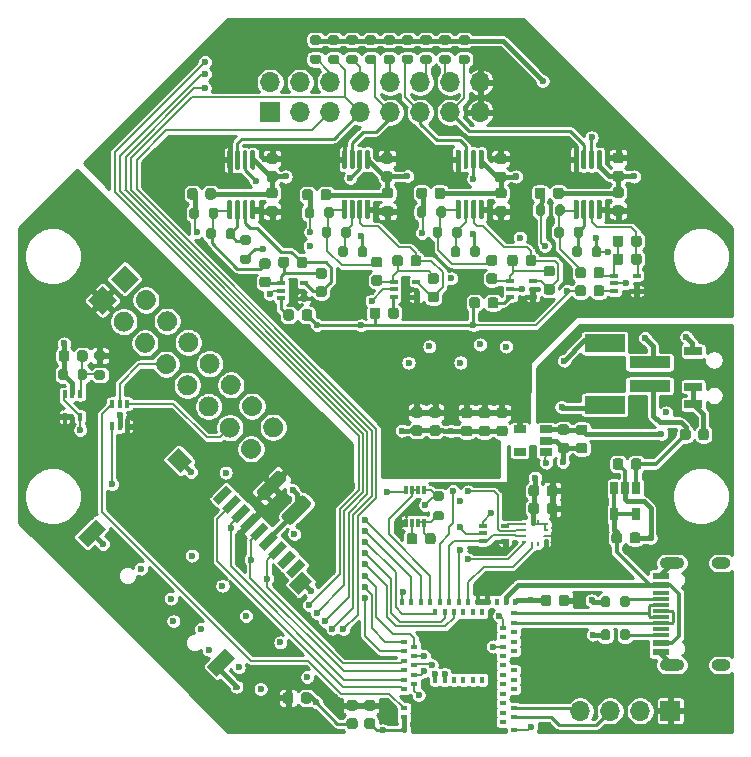
<source format=gbr>
%TF.GenerationSoftware,KiCad,Pcbnew,(5.1.9)-1*%
%TF.CreationDate,2021-05-12T23:31:49+03:00*%
%TF.ProjectId,Ganglion_01,47616e67-6c69-46f6-9e5f-30312e6b6963,01*%
%TF.SameCoordinates,PX4a1f960PY74ffa90*%
%TF.FileFunction,Copper,L4,Bot*%
%TF.FilePolarity,Positive*%
%FSLAX46Y46*%
G04 Gerber Fmt 4.6, Leading zero omitted, Abs format (unit mm)*
G04 Created by KiCad (PCBNEW (5.1.9)-1) date 2021-05-12 23:31:49*
%MOMM*%
%LPD*%
G01*
G04 APERTURE LIST*
%TA.AperFunction,SMDPad,CuDef*%
%ADD10R,0.400000X0.600000*%
%TD*%
%TA.AperFunction,SMDPad,CuDef*%
%ADD11R,0.600000X0.400000*%
%TD*%
%TA.AperFunction,SMDPad,CuDef*%
%ADD12R,1.450000X0.600000*%
%TD*%
%TA.AperFunction,SMDPad,CuDef*%
%ADD13R,1.450000X0.300000*%
%TD*%
%TA.AperFunction,ComponentPad*%
%ADD14O,2.100000X1.000000*%
%TD*%
%TA.AperFunction,ComponentPad*%
%ADD15O,1.600000X1.000000*%
%TD*%
%TA.AperFunction,SMDPad,CuDef*%
%ADD16R,0.300000X0.700000*%
%TD*%
%TA.AperFunction,SMDPad,CuDef*%
%ADD17R,0.650000X1.060000*%
%TD*%
%TA.AperFunction,SMDPad,CuDef*%
%ADD18R,0.650000X0.400000*%
%TD*%
%TA.AperFunction,SMDPad,CuDef*%
%ADD19R,0.400000X0.650000*%
%TD*%
%TA.AperFunction,SMDPad,CuDef*%
%ADD20R,1.060000X0.650000*%
%TD*%
%TA.AperFunction,ComponentPad*%
%ADD21C,0.100000*%
%TD*%
%TA.AperFunction,ComponentPad*%
%ADD22O,1.700000X1.700000*%
%TD*%
%TA.AperFunction,ComponentPad*%
%ADD23R,1.700000X1.700000*%
%TD*%
%TA.AperFunction,SMDPad,CuDef*%
%ADD24C,0.100000*%
%TD*%
%TA.AperFunction,SMDPad,CuDef*%
%ADD25R,0.400000X0.250000*%
%TD*%
%TA.AperFunction,SMDPad,CuDef*%
%ADD26R,0.250000X0.400000*%
%TD*%
%TA.AperFunction,SMDPad,CuDef*%
%ADD27R,3.400000X1.500000*%
%TD*%
%TA.AperFunction,SMDPad,CuDef*%
%ADD28R,3.500000X1.000000*%
%TD*%
%TA.AperFunction,SMDPad,CuDef*%
%ADD29R,1.500000X0.700000*%
%TD*%
%TA.AperFunction,ViaPad*%
%ADD30C,0.600000*%
%TD*%
%TA.AperFunction,Conductor*%
%ADD31C,0.381000*%
%TD*%
%TA.AperFunction,Conductor*%
%ADD32C,0.250000*%
%TD*%
%TA.AperFunction,Conductor*%
%ADD33C,0.203200*%
%TD*%
%TA.AperFunction,Conductor*%
%ADD34C,0.177800*%
%TD*%
%TA.AperFunction,Conductor*%
%ADD35C,0.350000*%
%TD*%
%TA.AperFunction,Conductor*%
%ADD36C,0.178000*%
%TD*%
%TA.AperFunction,Conductor*%
%ADD37C,0.254000*%
%TD*%
%TA.AperFunction,Conductor*%
%ADD38C,0.100000*%
%TD*%
G04 APERTURE END LIST*
D10*
%TO.P,U31,61*%
%TO.N,Net-(U31-Pad61)*%
X39550000Y4800000D03*
%TO.P,U31,60*%
%TO.N,Net-(U31-Pad60)*%
X38750000Y4800000D03*
%TO.P,U31,59*%
%TO.N,Net-(U31-Pad59)*%
X37950000Y4800000D03*
%TO.P,U31,58*%
%TO.N,Net-(U31-Pad58)*%
X37150000Y4800000D03*
%TO.P,U31,57*%
%TO.N,Z_TEST_REF*%
X36350000Y4800000D03*
%TO.P,U31,56*%
%TO.N,Z_TEST_4*%
X35550000Y4800000D03*
D11*
%TO.P,U31,55*%
%TO.N,GNDA*%
X42200000Y500000D03*
%TO.P,U31,54*%
%TO.N,Net-(U31-Pad54)*%
X41300000Y1200000D03*
%TO.P,U31,53*%
%TO.N,SWDCLK*%
X42200000Y1600000D03*
%TO.P,U31,52*%
%TO.N,Net-(U31-Pad52)*%
X41300000Y2000000D03*
%TO.P,U31,51*%
%TO.N,SWDIO*%
X42200000Y2400000D03*
%TO.P,U31,50*%
%TO.N,Net-(U31-Pad50)*%
X41300000Y2800000D03*
%TO.P,U31,49*%
%TO.N,Net-(U31-Pad49)*%
X41300000Y3600000D03*
%TO.P,U31,48*%
%TO.N,Net-(U31-Pad48)*%
X42200000Y4000000D03*
%TO.P,U31,47*%
%TO.N,Net-(U31-Pad47)*%
X41300000Y4400000D03*
%TO.P,U31,46*%
%TO.N,Net-(U31-Pad46)*%
X42200000Y4800000D03*
%TO.P,U31,45*%
%TO.N,Net-(U31-Pad45)*%
X41300000Y5200000D03*
%TO.P,U31,44*%
%TO.N,Net-(U31-Pad44)*%
X42200000Y5600000D03*
%TO.P,U31,43*%
%TO.N,Net-(U31-Pad43)*%
X41300000Y6000000D03*
%TO.P,U31,42*%
%TO.N,Net-(U31-Pad42)*%
X41300000Y6800000D03*
%TO.P,U31,41*%
%TO.N,Net-(U31-Pad41)*%
X42200000Y7200000D03*
%TO.P,U31,40*%
%TO.N,/SIM_RST*%
X41300000Y7600000D03*
%TO.P,U31,39*%
%TO.N,Net-(U31-Pad39)*%
X42200000Y8000000D03*
%TO.P,U31,38*%
%TO.N,Net-(U31-Pad38)*%
X41300000Y8400000D03*
%TO.P,U31,37*%
%TO.N,Net-(U31-Pad37)*%
X42200000Y8800000D03*
%TO.P,U31,36*%
%TO.N,Net-(D2-Pad2)*%
X41300000Y9200000D03*
%TO.P,U31,35*%
%TO.N,USB_D+*%
X42200000Y9600000D03*
%TO.P,U31,34*%
%TO.N,USB_D-*%
X42200000Y10400000D03*
D10*
%TO.P,U31,33*%
%TO.N,GNDA*%
X42350000Y11400000D03*
%TO.P,U31,32*%
%TO.N,VBUS*%
X41550000Y11400000D03*
%TO.P,U31,31*%
%TO.N,Net-(U31-Pad31)*%
X40750000Y11400000D03*
%TO.P,U31,30*%
%TO.N,VDD*%
X39950000Y11400000D03*
%TO.P,U31,29*%
%TO.N,Net-(U31-Pad29)*%
X39550000Y10500000D03*
%TO.P,U31,28*%
%TO.N,VDD*%
X39150000Y11400000D03*
%TO.P,U31,27*%
%TO.N,Net-(U31-Pad27)*%
X38750000Y10500000D03*
%TO.P,U31,26*%
%TO.N,INT_1*%
X38350000Y11400000D03*
%TO.P,U31,25*%
%TO.N,Net-(U31-Pad25)*%
X37950000Y10500000D03*
%TO.P,U31,24*%
%TO.N,/MCP_RST*%
X37550000Y11400000D03*
%TO.P,U31,23*%
%TO.N,/P0.07*%
X37150000Y10500000D03*
%TO.P,U31,22*%
%TO.N,LIS_SS*%
X36750000Y11400000D03*
%TO.P,U31,21*%
%TO.N,/P0.05*%
X36350000Y10500000D03*
%TO.P,U31,20*%
%TO.N,/MCP_SS*%
X35950000Y11400000D03*
%TO.P,U31,19*%
%TO.N,/P0.26*%
X35550000Y10500000D03*
%TO.P,U31,18*%
%TO.N,DRDY*%
X35150000Y11400000D03*
%TO.P,U31,17*%
%TO.N,/P0.00*%
X34350000Y11400000D03*
%TO.P,U31,16*%
%TO.N,/P0.27*%
X33550000Y11400000D03*
%TO.P,U31,15*%
%TO.N,GNDA*%
X32750000Y11400000D03*
D11*
%TO.P,U31,14*%
%TO.N,/P0.30*%
X32900000Y8000000D03*
%TO.P,U31,13*%
%TO.N,/P0.28*%
X33800000Y7600000D03*
%TO.P,U31,12*%
%TO.N,/P0.31*%
X32900000Y7200000D03*
%TO.P,U31,11*%
%TO.N,uA_SENS*%
X33800000Y6800000D03*
%TO.P,U31,10*%
%TO.N,MISO*%
X32900000Y6400000D03*
%TO.P,U31,9*%
%TO.N,Z_TEST_1*%
X33800000Y6000000D03*
%TO.P,U31,8*%
%TO.N,SCK*%
X32900000Y5600000D03*
%TO.P,U31,7*%
%TO.N,Z_TEST_2*%
X33800000Y5200000D03*
%TO.P,U31,6*%
%TO.N,MOSI*%
X32900000Y4800000D03*
%TO.P,U31,5*%
%TO.N,Z_TEST_3*%
X33800000Y4400000D03*
%TO.P,U31,4*%
%TO.N,SD_SS*%
X32900000Y4000000D03*
%TO.P,U31,3*%
%TO.N,DAC_SS*%
X32900000Y2400000D03*
%TO.P,U31,2*%
%TO.N,GNDA*%
X32900000Y1600000D03*
%TO.P,U31,1*%
X32900000Y500000D03*
%TD*%
%TO.P,U5,8*%
%TO.N,OUT_4*%
%TA.AperFunction,SMDPad,CuDef*%
G36*
G01*
X18063900Y45385200D02*
X18263900Y45385200D01*
G75*
G02*
X18363900Y45285200I0J-100000D01*
G01*
X18363900Y43860200D01*
G75*
G02*
X18263900Y43760200I-100000J0D01*
G01*
X18063900Y43760200D01*
G75*
G02*
X17963900Y43860200I0J100000D01*
G01*
X17963900Y45285200D01*
G75*
G02*
X18063900Y45385200I100000J0D01*
G01*
G37*
%TD.AperFunction*%
%TO.P,U5,7*%
%TO.N,Net-(R21-Pad1)*%
%TA.AperFunction,SMDPad,CuDef*%
G36*
G01*
X18713900Y45385200D02*
X18913900Y45385200D01*
G75*
G02*
X19013900Y45285200I0J-100000D01*
G01*
X19013900Y43860200D01*
G75*
G02*
X18913900Y43760200I-100000J0D01*
G01*
X18713900Y43760200D01*
G75*
G02*
X18613900Y43860200I0J100000D01*
G01*
X18613900Y45285200D01*
G75*
G02*
X18713900Y45385200I100000J0D01*
G01*
G37*
%TD.AperFunction*%
%TO.P,U5,6*%
%TO.N,REF_4*%
%TA.AperFunction,SMDPad,CuDef*%
G36*
G01*
X19363900Y45385200D02*
X19563900Y45385200D01*
G75*
G02*
X19663900Y45285200I0J-100000D01*
G01*
X19663900Y43860200D01*
G75*
G02*
X19563900Y43760200I-100000J0D01*
G01*
X19363900Y43760200D01*
G75*
G02*
X19263900Y43860200I0J100000D01*
G01*
X19263900Y45285200D01*
G75*
G02*
X19363900Y45385200I100000J0D01*
G01*
G37*
%TD.AperFunction*%
%TO.P,U5,5*%
%TO.N,VAA*%
%TA.AperFunction,SMDPad,CuDef*%
G36*
G01*
X20013900Y45385200D02*
X20213900Y45385200D01*
G75*
G02*
X20313900Y45285200I0J-100000D01*
G01*
X20313900Y43860200D01*
G75*
G02*
X20213900Y43760200I-100000J0D01*
G01*
X20013900Y43760200D01*
G75*
G02*
X19913900Y43860200I0J100000D01*
G01*
X19913900Y45285200D01*
G75*
G02*
X20013900Y45385200I100000J0D01*
G01*
G37*
%TD.AperFunction*%
%TO.P,U5,4*%
%TO.N,GNDA*%
%TA.AperFunction,SMDPad,CuDef*%
G36*
G01*
X20013900Y49610200D02*
X20213900Y49610200D01*
G75*
G02*
X20313900Y49510200I0J-100000D01*
G01*
X20313900Y48085200D01*
G75*
G02*
X20213900Y47985200I-100000J0D01*
G01*
X20013900Y47985200D01*
G75*
G02*
X19913900Y48085200I0J100000D01*
G01*
X19913900Y49510200D01*
G75*
G02*
X20013900Y49610200I100000J0D01*
G01*
G37*
%TD.AperFunction*%
%TO.P,U5,3*%
%TO.N,/4_-IN*%
%TA.AperFunction,SMDPad,CuDef*%
G36*
G01*
X19363900Y49610200D02*
X19563900Y49610200D01*
G75*
G02*
X19663900Y49510200I0J-100000D01*
G01*
X19663900Y48085200D01*
G75*
G02*
X19563900Y47985200I-100000J0D01*
G01*
X19363900Y47985200D01*
G75*
G02*
X19263900Y48085200I0J100000D01*
G01*
X19263900Y49510200D01*
G75*
G02*
X19363900Y49610200I100000J0D01*
G01*
G37*
%TD.AperFunction*%
%TO.P,U5,2*%
%TO.N,4_IN+*%
%TA.AperFunction,SMDPad,CuDef*%
G36*
G01*
X18713900Y49610200D02*
X18913900Y49610200D01*
G75*
G02*
X19013900Y49510200I0J-100000D01*
G01*
X19013900Y48085200D01*
G75*
G02*
X18913900Y47985200I-100000J0D01*
G01*
X18713900Y47985200D01*
G75*
G02*
X18613900Y48085200I0J100000D01*
G01*
X18613900Y49510200D01*
G75*
G02*
X18713900Y49610200I100000J0D01*
G01*
G37*
%TD.AperFunction*%
%TO.P,U5,1*%
%TO.N,VAA*%
%TA.AperFunction,SMDPad,CuDef*%
G36*
G01*
X18063900Y49610200D02*
X18263900Y49610200D01*
G75*
G02*
X18363900Y49510200I0J-100000D01*
G01*
X18363900Y48085200D01*
G75*
G02*
X18263900Y47985200I-100000J0D01*
G01*
X18063900Y47985200D01*
G75*
G02*
X17963900Y48085200I0J100000D01*
G01*
X17963900Y49510200D01*
G75*
G02*
X18063900Y49610200I100000J0D01*
G01*
G37*
%TD.AperFunction*%
%TD*%
%TO.P,U4,8*%
%TO.N,OUT_3*%
%TA.AperFunction,SMDPad,CuDef*%
G36*
G01*
X27779400Y45436000D02*
X27979400Y45436000D01*
G75*
G02*
X28079400Y45336000I0J-100000D01*
G01*
X28079400Y43911000D01*
G75*
G02*
X27979400Y43811000I-100000J0D01*
G01*
X27779400Y43811000D01*
G75*
G02*
X27679400Y43911000I0J100000D01*
G01*
X27679400Y45336000D01*
G75*
G02*
X27779400Y45436000I100000J0D01*
G01*
G37*
%TD.AperFunction*%
%TO.P,U4,7*%
%TO.N,Net-(R19-Pad1)*%
%TA.AperFunction,SMDPad,CuDef*%
G36*
G01*
X28429400Y45436000D02*
X28629400Y45436000D01*
G75*
G02*
X28729400Y45336000I0J-100000D01*
G01*
X28729400Y43911000D01*
G75*
G02*
X28629400Y43811000I-100000J0D01*
G01*
X28429400Y43811000D01*
G75*
G02*
X28329400Y43911000I0J100000D01*
G01*
X28329400Y45336000D01*
G75*
G02*
X28429400Y45436000I100000J0D01*
G01*
G37*
%TD.AperFunction*%
%TO.P,U4,6*%
%TO.N,REF_3*%
%TA.AperFunction,SMDPad,CuDef*%
G36*
G01*
X29079400Y45436000D02*
X29279400Y45436000D01*
G75*
G02*
X29379400Y45336000I0J-100000D01*
G01*
X29379400Y43911000D01*
G75*
G02*
X29279400Y43811000I-100000J0D01*
G01*
X29079400Y43811000D01*
G75*
G02*
X28979400Y43911000I0J100000D01*
G01*
X28979400Y45336000D01*
G75*
G02*
X29079400Y45436000I100000J0D01*
G01*
G37*
%TD.AperFunction*%
%TO.P,U4,5*%
%TO.N,VAA*%
%TA.AperFunction,SMDPad,CuDef*%
G36*
G01*
X29729400Y45436000D02*
X29929400Y45436000D01*
G75*
G02*
X30029400Y45336000I0J-100000D01*
G01*
X30029400Y43911000D01*
G75*
G02*
X29929400Y43811000I-100000J0D01*
G01*
X29729400Y43811000D01*
G75*
G02*
X29629400Y43911000I0J100000D01*
G01*
X29629400Y45336000D01*
G75*
G02*
X29729400Y45436000I100000J0D01*
G01*
G37*
%TD.AperFunction*%
%TO.P,U4,4*%
%TO.N,GNDA*%
%TA.AperFunction,SMDPad,CuDef*%
G36*
G01*
X29729400Y49661000D02*
X29929400Y49661000D01*
G75*
G02*
X30029400Y49561000I0J-100000D01*
G01*
X30029400Y48136000D01*
G75*
G02*
X29929400Y48036000I-100000J0D01*
G01*
X29729400Y48036000D01*
G75*
G02*
X29629400Y48136000I0J100000D01*
G01*
X29629400Y49561000D01*
G75*
G02*
X29729400Y49661000I100000J0D01*
G01*
G37*
%TD.AperFunction*%
%TO.P,U4,3*%
%TO.N,/3_-IN*%
%TA.AperFunction,SMDPad,CuDef*%
G36*
G01*
X29079400Y49661000D02*
X29279400Y49661000D01*
G75*
G02*
X29379400Y49561000I0J-100000D01*
G01*
X29379400Y48136000D01*
G75*
G02*
X29279400Y48036000I-100000J0D01*
G01*
X29079400Y48036000D01*
G75*
G02*
X28979400Y48136000I0J100000D01*
G01*
X28979400Y49561000D01*
G75*
G02*
X29079400Y49661000I100000J0D01*
G01*
G37*
%TD.AperFunction*%
%TO.P,U4,2*%
%TO.N,3_IN+*%
%TA.AperFunction,SMDPad,CuDef*%
G36*
G01*
X28429400Y49661000D02*
X28629400Y49661000D01*
G75*
G02*
X28729400Y49561000I0J-100000D01*
G01*
X28729400Y48136000D01*
G75*
G02*
X28629400Y48036000I-100000J0D01*
G01*
X28429400Y48036000D01*
G75*
G02*
X28329400Y48136000I0J100000D01*
G01*
X28329400Y49561000D01*
G75*
G02*
X28429400Y49661000I100000J0D01*
G01*
G37*
%TD.AperFunction*%
%TO.P,U4,1*%
%TO.N,VAA*%
%TA.AperFunction,SMDPad,CuDef*%
G36*
G01*
X27779400Y49661000D02*
X27979400Y49661000D01*
G75*
G02*
X28079400Y49561000I0J-100000D01*
G01*
X28079400Y48136000D01*
G75*
G02*
X27979400Y48036000I-100000J0D01*
G01*
X27779400Y48036000D01*
G75*
G02*
X27679400Y48136000I0J100000D01*
G01*
X27679400Y49561000D01*
G75*
G02*
X27779400Y49661000I100000J0D01*
G01*
G37*
%TD.AperFunction*%
%TD*%
%TO.P,U3,8*%
%TO.N,OUT_2*%
%TA.AperFunction,SMDPad,CuDef*%
G36*
G01*
X37406000Y45436000D02*
X37606000Y45436000D01*
G75*
G02*
X37706000Y45336000I0J-100000D01*
G01*
X37706000Y43911000D01*
G75*
G02*
X37606000Y43811000I-100000J0D01*
G01*
X37406000Y43811000D01*
G75*
G02*
X37306000Y43911000I0J100000D01*
G01*
X37306000Y45336000D01*
G75*
G02*
X37406000Y45436000I100000J0D01*
G01*
G37*
%TD.AperFunction*%
%TO.P,U3,7*%
%TO.N,Net-(R17-Pad1)*%
%TA.AperFunction,SMDPad,CuDef*%
G36*
G01*
X38056000Y45436000D02*
X38256000Y45436000D01*
G75*
G02*
X38356000Y45336000I0J-100000D01*
G01*
X38356000Y43911000D01*
G75*
G02*
X38256000Y43811000I-100000J0D01*
G01*
X38056000Y43811000D01*
G75*
G02*
X37956000Y43911000I0J100000D01*
G01*
X37956000Y45336000D01*
G75*
G02*
X38056000Y45436000I100000J0D01*
G01*
G37*
%TD.AperFunction*%
%TO.P,U3,6*%
%TO.N,REF_2*%
%TA.AperFunction,SMDPad,CuDef*%
G36*
G01*
X38706000Y45436000D02*
X38906000Y45436000D01*
G75*
G02*
X39006000Y45336000I0J-100000D01*
G01*
X39006000Y43911000D01*
G75*
G02*
X38906000Y43811000I-100000J0D01*
G01*
X38706000Y43811000D01*
G75*
G02*
X38606000Y43911000I0J100000D01*
G01*
X38606000Y45336000D01*
G75*
G02*
X38706000Y45436000I100000J0D01*
G01*
G37*
%TD.AperFunction*%
%TO.P,U3,5*%
%TO.N,VAA*%
%TA.AperFunction,SMDPad,CuDef*%
G36*
G01*
X39356000Y45436000D02*
X39556000Y45436000D01*
G75*
G02*
X39656000Y45336000I0J-100000D01*
G01*
X39656000Y43911000D01*
G75*
G02*
X39556000Y43811000I-100000J0D01*
G01*
X39356000Y43811000D01*
G75*
G02*
X39256000Y43911000I0J100000D01*
G01*
X39256000Y45336000D01*
G75*
G02*
X39356000Y45436000I100000J0D01*
G01*
G37*
%TD.AperFunction*%
%TO.P,U3,4*%
%TO.N,GNDA*%
%TA.AperFunction,SMDPad,CuDef*%
G36*
G01*
X39356000Y49661000D02*
X39556000Y49661000D01*
G75*
G02*
X39656000Y49561000I0J-100000D01*
G01*
X39656000Y48136000D01*
G75*
G02*
X39556000Y48036000I-100000J0D01*
G01*
X39356000Y48036000D01*
G75*
G02*
X39256000Y48136000I0J100000D01*
G01*
X39256000Y49561000D01*
G75*
G02*
X39356000Y49661000I100000J0D01*
G01*
G37*
%TD.AperFunction*%
%TO.P,U3,3*%
%TO.N,/2_-IN*%
%TA.AperFunction,SMDPad,CuDef*%
G36*
G01*
X38706000Y49661000D02*
X38906000Y49661000D01*
G75*
G02*
X39006000Y49561000I0J-100000D01*
G01*
X39006000Y48136000D01*
G75*
G02*
X38906000Y48036000I-100000J0D01*
G01*
X38706000Y48036000D01*
G75*
G02*
X38606000Y48136000I0J100000D01*
G01*
X38606000Y49561000D01*
G75*
G02*
X38706000Y49661000I100000J0D01*
G01*
G37*
%TD.AperFunction*%
%TO.P,U3,2*%
%TO.N,2_IN+*%
%TA.AperFunction,SMDPad,CuDef*%
G36*
G01*
X38056000Y49661000D02*
X38256000Y49661000D01*
G75*
G02*
X38356000Y49561000I0J-100000D01*
G01*
X38356000Y48136000D01*
G75*
G02*
X38256000Y48036000I-100000J0D01*
G01*
X38056000Y48036000D01*
G75*
G02*
X37956000Y48136000I0J100000D01*
G01*
X37956000Y49561000D01*
G75*
G02*
X38056000Y49661000I100000J0D01*
G01*
G37*
%TD.AperFunction*%
%TO.P,U3,1*%
%TO.N,VAA*%
%TA.AperFunction,SMDPad,CuDef*%
G36*
G01*
X37406000Y49661000D02*
X37606000Y49661000D01*
G75*
G02*
X37706000Y49561000I0J-100000D01*
G01*
X37706000Y48136000D01*
G75*
G02*
X37606000Y48036000I-100000J0D01*
G01*
X37406000Y48036000D01*
G75*
G02*
X37306000Y48136000I0J100000D01*
G01*
X37306000Y49561000D01*
G75*
G02*
X37406000Y49661000I100000J0D01*
G01*
G37*
%TD.AperFunction*%
%TD*%
%TO.P,U2,8*%
%TO.N,OUT_1*%
%TA.AperFunction,SMDPad,CuDef*%
G36*
G01*
X47393132Y45412115D02*
X47593132Y45412115D01*
G75*
G02*
X47693132Y45312115I0J-100000D01*
G01*
X47693132Y43887115D01*
G75*
G02*
X47593132Y43787115I-100000J0D01*
G01*
X47393132Y43787115D01*
G75*
G02*
X47293132Y43887115I0J100000D01*
G01*
X47293132Y45312115D01*
G75*
G02*
X47393132Y45412115I100000J0D01*
G01*
G37*
%TD.AperFunction*%
%TO.P,U2,7*%
%TO.N,Net-(R15-Pad1)*%
%TA.AperFunction,SMDPad,CuDef*%
G36*
G01*
X48043132Y45412115D02*
X48243132Y45412115D01*
G75*
G02*
X48343132Y45312115I0J-100000D01*
G01*
X48343132Y43887115D01*
G75*
G02*
X48243132Y43787115I-100000J0D01*
G01*
X48043132Y43787115D01*
G75*
G02*
X47943132Y43887115I0J100000D01*
G01*
X47943132Y45312115D01*
G75*
G02*
X48043132Y45412115I100000J0D01*
G01*
G37*
%TD.AperFunction*%
%TO.P,U2,6*%
%TO.N,REF_1*%
%TA.AperFunction,SMDPad,CuDef*%
G36*
G01*
X48693132Y45412115D02*
X48893132Y45412115D01*
G75*
G02*
X48993132Y45312115I0J-100000D01*
G01*
X48993132Y43887115D01*
G75*
G02*
X48893132Y43787115I-100000J0D01*
G01*
X48693132Y43787115D01*
G75*
G02*
X48593132Y43887115I0J100000D01*
G01*
X48593132Y45312115D01*
G75*
G02*
X48693132Y45412115I100000J0D01*
G01*
G37*
%TD.AperFunction*%
%TO.P,U2,5*%
%TO.N,VAA*%
%TA.AperFunction,SMDPad,CuDef*%
G36*
G01*
X49343132Y45412115D02*
X49543132Y45412115D01*
G75*
G02*
X49643132Y45312115I0J-100000D01*
G01*
X49643132Y43887115D01*
G75*
G02*
X49543132Y43787115I-100000J0D01*
G01*
X49343132Y43787115D01*
G75*
G02*
X49243132Y43887115I0J100000D01*
G01*
X49243132Y45312115D01*
G75*
G02*
X49343132Y45412115I100000J0D01*
G01*
G37*
%TD.AperFunction*%
%TO.P,U2,4*%
%TO.N,GNDA*%
%TA.AperFunction,SMDPad,CuDef*%
G36*
G01*
X49343132Y49637115D02*
X49543132Y49637115D01*
G75*
G02*
X49643132Y49537115I0J-100000D01*
G01*
X49643132Y48112115D01*
G75*
G02*
X49543132Y48012115I-100000J0D01*
G01*
X49343132Y48012115D01*
G75*
G02*
X49243132Y48112115I0J100000D01*
G01*
X49243132Y49537115D01*
G75*
G02*
X49343132Y49637115I100000J0D01*
G01*
G37*
%TD.AperFunction*%
%TO.P,U2,3*%
%TO.N,/1_-IN*%
%TA.AperFunction,SMDPad,CuDef*%
G36*
G01*
X48693132Y49637115D02*
X48893132Y49637115D01*
G75*
G02*
X48993132Y49537115I0J-100000D01*
G01*
X48993132Y48112115D01*
G75*
G02*
X48893132Y48012115I-100000J0D01*
G01*
X48693132Y48012115D01*
G75*
G02*
X48593132Y48112115I0J100000D01*
G01*
X48593132Y49537115D01*
G75*
G02*
X48693132Y49637115I100000J0D01*
G01*
G37*
%TD.AperFunction*%
%TO.P,U2,2*%
%TO.N,1_IN+*%
%TA.AperFunction,SMDPad,CuDef*%
G36*
G01*
X48043132Y49637115D02*
X48243132Y49637115D01*
G75*
G02*
X48343132Y49537115I0J-100000D01*
G01*
X48343132Y48112115D01*
G75*
G02*
X48243132Y48012115I-100000J0D01*
G01*
X48043132Y48012115D01*
G75*
G02*
X47943132Y48112115I0J100000D01*
G01*
X47943132Y49537115D01*
G75*
G02*
X48043132Y49637115I100000J0D01*
G01*
G37*
%TD.AperFunction*%
%TO.P,U2,1*%
%TO.N,VAA*%
%TA.AperFunction,SMDPad,CuDef*%
G36*
G01*
X47393132Y49637115D02*
X47593132Y49637115D01*
G75*
G02*
X47693132Y49537115I0J-100000D01*
G01*
X47693132Y48112115D01*
G75*
G02*
X47593132Y48012115I-100000J0D01*
G01*
X47393132Y48012115D01*
G75*
G02*
X47293132Y48112115I0J100000D01*
G01*
X47293132Y49537115D01*
G75*
G02*
X47393132Y49637115I100000J0D01*
G01*
G37*
%TD.AperFunction*%
%TD*%
D12*
%TO.P,USB1,12*%
%TO.N,GNDA*%
X54680000Y7125000D03*
%TO.P,USB1,1*%
X54680000Y13575000D03*
%TO.P,USB1,11*%
%TO.N,VBUS*%
X54680000Y7900000D03*
%TO.P,USB1,2*%
X54680000Y12800000D03*
D13*
%TO.P,USB1,3*%
%TO.N,Net-(USB1-Pad3)*%
X54680000Y12100000D03*
%TO.P,USB1,10*%
%TO.N,Net-(R51-Pad2)*%
X54680000Y8600000D03*
%TO.P,USB1,4*%
%TO.N,Net-(R50-Pad2)*%
X54680000Y11600000D03*
%TO.P,USB1,9*%
%TO.N,Net-(USB1-Pad9)*%
X54680000Y9100000D03*
%TO.P,USB1,5*%
%TO.N,USB_D-*%
X54680000Y11100000D03*
%TO.P,USB1,8*%
%TO.N,USB_D+*%
X54680000Y9600000D03*
%TO.P,USB1,7*%
%TO.N,USB_D-*%
X54680000Y10100000D03*
%TO.P,USB1,6*%
%TO.N,USB_D+*%
X54680000Y10600000D03*
D14*
%TO.P,USB1,13*%
%TO.N,GNDA*%
X55595000Y14670000D03*
X55595000Y6030000D03*
D15*
X59775000Y14670000D03*
X59775000Y6030000D03*
%TD*%
D16*
%TO.P,U23,1*%
%TO.N,MCP_DRDY*%
X33100000Y20850000D03*
%TO.P,U23,2*%
%TO.N,DRDY*%
X33600000Y20850000D03*
%TO.P,U23,3*%
X34100000Y20850000D03*
%TO.P,U23,4*%
%TO.N,GNDA*%
X34600000Y20850000D03*
%TO.P,U23,5*%
%TO.N,Net-(C36-Pad2)*%
X34600000Y18100000D03*
%TO.P,U23,6*%
X34100000Y18100000D03*
%TO.P,U23,7*%
%TO.N,Net-(C36-Pad1)*%
X33600000Y18100000D03*
%TO.P,U23,8*%
%TO.N,VDD*%
X33100000Y18100000D03*
%TD*%
%TO.P,R51,2*%
%TO.N,Net-(R51-Pad2)*%
%TA.AperFunction,SMDPad,CuDef*%
G36*
G01*
X51225000Y8325000D02*
X51225000Y8875000D01*
G75*
G02*
X51425000Y9075000I200000J0D01*
G01*
X51825000Y9075000D01*
G75*
G02*
X52025000Y8875000I0J-200000D01*
G01*
X52025000Y8325000D01*
G75*
G02*
X51825000Y8125000I-200000J0D01*
G01*
X51425000Y8125000D01*
G75*
G02*
X51225000Y8325000I0J200000D01*
G01*
G37*
%TD.AperFunction*%
%TO.P,R51,1*%
%TO.N,GNDA*%
%TA.AperFunction,SMDPad,CuDef*%
G36*
G01*
X49575000Y8325000D02*
X49575000Y8875000D01*
G75*
G02*
X49775000Y9075000I200000J0D01*
G01*
X50175000Y9075000D01*
G75*
G02*
X50375000Y8875000I0J-200000D01*
G01*
X50375000Y8325000D01*
G75*
G02*
X50175000Y8125000I-200000J0D01*
G01*
X49775000Y8125000D01*
G75*
G02*
X49575000Y8325000I0J200000D01*
G01*
G37*
%TD.AperFunction*%
%TD*%
%TO.P,R50,2*%
%TO.N,Net-(R50-Pad2)*%
%TA.AperFunction,SMDPad,CuDef*%
G36*
G01*
X51225000Y11125000D02*
X51225000Y11675000D01*
G75*
G02*
X51425000Y11875000I200000J0D01*
G01*
X51825000Y11875000D01*
G75*
G02*
X52025000Y11675000I0J-200000D01*
G01*
X52025000Y11125000D01*
G75*
G02*
X51825000Y10925000I-200000J0D01*
G01*
X51425000Y10925000D01*
G75*
G02*
X51225000Y11125000I0J200000D01*
G01*
G37*
%TD.AperFunction*%
%TO.P,R50,1*%
%TO.N,GNDA*%
%TA.AperFunction,SMDPad,CuDef*%
G36*
G01*
X49575000Y11125000D02*
X49575000Y11675000D01*
G75*
G02*
X49775000Y11875000I200000J0D01*
G01*
X50175000Y11875000D01*
G75*
G02*
X50375000Y11675000I0J-200000D01*
G01*
X50375000Y11125000D01*
G75*
G02*
X50175000Y10925000I-200000J0D01*
G01*
X49775000Y10925000D01*
G75*
G02*
X49575000Y11125000I0J200000D01*
G01*
G37*
%TD.AperFunction*%
%TD*%
%TO.P,C48,2*%
%TO.N,Net-(B1-Pad1)*%
%TA.AperFunction,SMDPad,CuDef*%
G36*
G01*
X52125000Y22800000D02*
X52125000Y23300000D01*
G75*
G02*
X52350000Y23525000I225000J0D01*
G01*
X52800000Y23525000D01*
G75*
G02*
X53025000Y23300000I0J-225000D01*
G01*
X53025000Y22800000D01*
G75*
G02*
X52800000Y22575000I-225000J0D01*
G01*
X52350000Y22575000D01*
G75*
G02*
X52125000Y22800000I0J225000D01*
G01*
G37*
%TD.AperFunction*%
%TO.P,C48,1*%
%TO.N,GNDA*%
%TA.AperFunction,SMDPad,CuDef*%
G36*
G01*
X50575000Y22800000D02*
X50575000Y23300000D01*
G75*
G02*
X50800000Y23525000I225000J0D01*
G01*
X51250000Y23525000D01*
G75*
G02*
X51475000Y23300000I0J-225000D01*
G01*
X51475000Y22800000D01*
G75*
G02*
X51250000Y22575000I-225000J0D01*
G01*
X50800000Y22575000D01*
G75*
G02*
X50575000Y22800000I0J225000D01*
G01*
G37*
%TD.AperFunction*%
%TD*%
%TO.P,C47,2*%
%TO.N,VBUS*%
%TA.AperFunction,SMDPad,CuDef*%
G36*
G01*
X51375000Y17050000D02*
X51375000Y16550000D01*
G75*
G02*
X51150000Y16325000I-225000J0D01*
G01*
X50700000Y16325000D01*
G75*
G02*
X50475000Y16550000I0J225000D01*
G01*
X50475000Y17050000D01*
G75*
G02*
X50700000Y17275000I225000J0D01*
G01*
X51150000Y17275000D01*
G75*
G02*
X51375000Y17050000I0J-225000D01*
G01*
G37*
%TD.AperFunction*%
%TO.P,C47,1*%
%TO.N,GNDA*%
%TA.AperFunction,SMDPad,CuDef*%
G36*
G01*
X52925000Y17050000D02*
X52925000Y16550000D01*
G75*
G02*
X52700000Y16325000I-225000J0D01*
G01*
X52250000Y16325000D01*
G75*
G02*
X52025000Y16550000I0J225000D01*
G01*
X52025000Y17050000D01*
G75*
G02*
X52250000Y17275000I225000J0D01*
G01*
X52700000Y17275000D01*
G75*
G02*
X52925000Y17050000I0J-225000D01*
G01*
G37*
%TD.AperFunction*%
%TD*%
D17*
%TO.P,U32,5*%
%TO.N,VBUS*%
X50700000Y18800000D03*
%TO.P,U32,4*%
X52600000Y18800000D03*
%TO.P,U32,3*%
%TO.N,Net-(B1-Pad1)*%
X52600000Y21000000D03*
%TO.P,U32,2*%
%TO.N,GNDA*%
X51650000Y21000000D03*
%TO.P,U32,1*%
%TO.N,VBUS*%
X50700000Y21000000D03*
%TD*%
D18*
%TO.P,U27,5*%
%TO.N,VAA*%
X24445000Y37069000D03*
%TO.P,U27,4*%
%TO.N,REF_4*%
X24445000Y38369000D03*
%TO.P,U27,2*%
%TO.N,GNDA*%
X22545000Y37719000D03*
%TO.P,U27,3*%
%TO.N,Net-(C44-Pad1)*%
X22545000Y38369000D03*
%TO.P,U27,1*%
%TO.N,Net-(R48-Pad2)*%
X22545000Y37069000D03*
%TD*%
%TO.P,U26,5*%
%TO.N,VAA*%
X43830552Y37219659D03*
%TO.P,U26,4*%
%TO.N,REF_2*%
X43830552Y38519659D03*
%TO.P,U26,2*%
%TO.N,GNDA*%
X41930552Y37869659D03*
%TO.P,U26,3*%
%TO.N,Net-(C39-Pad1)*%
X41930552Y38519659D03*
%TO.P,U26,1*%
%TO.N,Net-(R36-Pad2)*%
X41930552Y37219659D03*
%TD*%
%TO.P,U24,5*%
%TO.N,VAA*%
X33970000Y37196000D03*
%TO.P,U24,4*%
%TO.N,REF_3*%
X33970000Y38496000D03*
%TO.P,U24,2*%
%TO.N,GNDA*%
X32070000Y37846000D03*
%TO.P,U24,3*%
%TO.N,Net-(C37-Pad1)*%
X32070000Y38496000D03*
%TO.P,U24,1*%
%TO.N,Net-(R35-Pad2)*%
X32070000Y37196000D03*
%TD*%
%TO.P,U16,5*%
%TO.N,VDD*%
X41475700Y16545800D03*
%TO.P,U16,4*%
%TO.N,Net-(U16-Pad4)*%
X41475700Y17845800D03*
%TO.P,U16,2*%
%TO.N,MOSI*%
X39575700Y17195800D03*
%TO.P,U16,3*%
%TO.N,GNDA*%
X39575700Y17845800D03*
%TO.P,U16,1*%
%TO.N,LIS_SS*%
X39575700Y16545800D03*
%TD*%
D19*
%TO.P,U15,5*%
%TO.N,VDD*%
X4176000Y27066200D03*
%TO.P,U15,4*%
%TO.N,Net-(R42-Pad1)*%
X5476000Y27066200D03*
%TO.P,U15,2*%
%TO.N,GNDA*%
X4826000Y28966200D03*
%TO.P,U15,3*%
%TO.N,Net-(C40-Pad1)*%
X5476000Y28966200D03*
%TO.P,U15,1*%
%TO.N,Net-(R42-Pad1)*%
X4176000Y28966200D03*
%TD*%
%TO.P,U12,6*%
%TO.N,Net-(R39-Pad1)*%
X8189200Y26253400D03*
%TO.P,U12,4*%
%TO.N,VDD*%
X9489200Y26253400D03*
%TO.P,U12,2*%
%TO.N,SCK*%
X8839200Y28153400D03*
%TO.P,U12,5*%
%TO.N,GNDA*%
X8839200Y26253400D03*
%TO.P,U12,3*%
%TO.N,MOSI*%
X9489200Y28153400D03*
%TO.P,U12,1*%
%TO.N,DAC_SS*%
X8189200Y28153400D03*
%TD*%
D20*
%TO.P,U11,5*%
%TO.N,VAA*%
X42702300Y25994400D03*
%TO.P,U11,4*%
%TO.N,Net-(U11-Pad4)*%
X42702300Y24094400D03*
%TO.P,U11,3*%
%TO.N,/V_ENABLE*%
X44902300Y24094400D03*
%TO.P,U11,2*%
%TO.N,GNDA*%
X44902300Y25044400D03*
%TO.P,U11,1*%
%TO.N,/V_IN*%
X44902300Y25994400D03*
%TD*%
D18*
%TO.P,U1,5*%
%TO.N,VAA*%
X52639000Y37704000D03*
%TO.P,U1,4*%
%TO.N,REF_1*%
X52639000Y39004000D03*
%TO.P,U1,2*%
%TO.N,GNDA*%
X50739000Y38354000D03*
%TO.P,U1,3*%
%TO.N,Net-(C9-Pad1)*%
X50739000Y39004000D03*
%TO.P,U1,1*%
%TO.N,Net-(R34-Pad2)*%
X50739000Y37704000D03*
%TD*%
%TO.P,R48,2*%
%TO.N,Net-(R48-Pad2)*%
%TA.AperFunction,SMDPad,CuDef*%
G36*
G01*
X23600000Y35925000D02*
X23600000Y35425000D01*
G75*
G02*
X23375000Y35200000I-225000J0D01*
G01*
X22925000Y35200000D01*
G75*
G02*
X22700000Y35425000I0J225000D01*
G01*
X22700000Y35925000D01*
G75*
G02*
X22925000Y36150000I225000J0D01*
G01*
X23375000Y36150000D01*
G75*
G02*
X23600000Y35925000I0J-225000D01*
G01*
G37*
%TD.AperFunction*%
%TO.P,R48,1*%
%TO.N,V_REF*%
%TA.AperFunction,SMDPad,CuDef*%
G36*
G01*
X25150000Y35925000D02*
X25150000Y35425000D01*
G75*
G02*
X24925000Y35200000I-225000J0D01*
G01*
X24475000Y35200000D01*
G75*
G02*
X24250000Y35425000I0J225000D01*
G01*
X24250000Y35925000D01*
G75*
G02*
X24475000Y36150000I225000J0D01*
G01*
X24925000Y36150000D01*
G75*
G02*
X25150000Y35925000I0J-225000D01*
G01*
G37*
%TD.AperFunction*%
%TD*%
%TO.P,R46,2*%
%TO.N,GNDA*%
%TA.AperFunction,SMDPad,CuDef*%
G36*
G01*
X36103922Y19931835D02*
X35553922Y19931835D01*
G75*
G02*
X35353922Y20131835I0J200000D01*
G01*
X35353922Y20531835D01*
G75*
G02*
X35553922Y20731835I200000J0D01*
G01*
X36103922Y20731835D01*
G75*
G02*
X36303922Y20531835I0J-200000D01*
G01*
X36303922Y20131835D01*
G75*
G02*
X36103922Y19931835I-200000J0D01*
G01*
G37*
%TD.AperFunction*%
%TO.P,R46,1*%
%TO.N,Net-(C36-Pad2)*%
%TA.AperFunction,SMDPad,CuDef*%
G36*
G01*
X36103922Y18281835D02*
X35553922Y18281835D01*
G75*
G02*
X35353922Y18481835I0J200000D01*
G01*
X35353922Y18881835D01*
G75*
G02*
X35553922Y19081835I200000J0D01*
G01*
X36103922Y19081835D01*
G75*
G02*
X36303922Y18881835I0J-200000D01*
G01*
X36303922Y18481835D01*
G75*
G02*
X36103922Y18281835I-200000J0D01*
G01*
G37*
%TD.AperFunction*%
%TD*%
%TO.P,R45,2*%
%TO.N,GNDA*%
%TA.AperFunction,SMDPad,CuDef*%
G36*
G01*
X4439100Y30907400D02*
X4439100Y30357400D01*
G75*
G02*
X4239100Y30157400I-200000J0D01*
G01*
X3839100Y30157400D01*
G75*
G02*
X3639100Y30357400I0J200000D01*
G01*
X3639100Y30907400D01*
G75*
G02*
X3839100Y31107400I200000J0D01*
G01*
X4239100Y31107400D01*
G75*
G02*
X4439100Y30907400I0J-200000D01*
G01*
G37*
%TD.AperFunction*%
%TO.P,R45,1*%
%TO.N,Net-(C40-Pad1)*%
%TA.AperFunction,SMDPad,CuDef*%
G36*
G01*
X6089100Y30907400D02*
X6089100Y30357400D01*
G75*
G02*
X5889100Y30157400I-200000J0D01*
G01*
X5489100Y30157400D01*
G75*
G02*
X5289100Y30357400I0J200000D01*
G01*
X5289100Y30907400D01*
G75*
G02*
X5489100Y31107400I200000J0D01*
G01*
X5889100Y31107400D01*
G75*
G02*
X6089100Y30907400I0J-200000D01*
G01*
G37*
%TD.AperFunction*%
%TD*%
%TO.P,R44,2*%
%TO.N,Net-(C40-Pad1)*%
%TA.AperFunction,SMDPad,CuDef*%
G36*
G01*
X6887800Y30982100D02*
X7437800Y30982100D01*
G75*
G02*
X7637800Y30782100I0J-200000D01*
G01*
X7637800Y30382100D01*
G75*
G02*
X7437800Y30182100I-200000J0D01*
G01*
X6887800Y30182100D01*
G75*
G02*
X6687800Y30382100I0J200000D01*
G01*
X6687800Y30782100D01*
G75*
G02*
X6887800Y30982100I200000J0D01*
G01*
G37*
%TD.AperFunction*%
%TO.P,R44,1*%
%TO.N,VDD*%
%TA.AperFunction,SMDPad,CuDef*%
G36*
G01*
X6887800Y32632100D02*
X7437800Y32632100D01*
G75*
G02*
X7637800Y32432100I0J-200000D01*
G01*
X7637800Y32032100D01*
G75*
G02*
X7437800Y31832100I-200000J0D01*
G01*
X6887800Y31832100D01*
G75*
G02*
X6687800Y32032100I0J200000D01*
G01*
X6687800Y32432100D01*
G75*
G02*
X6887800Y32632100I200000J0D01*
G01*
G37*
%TD.AperFunction*%
%TD*%
%TO.P,R36,2*%
%TO.N,Net-(R36-Pad2)*%
%TA.AperFunction,SMDPad,CuDef*%
G36*
G01*
X40000000Y36450000D02*
X40000000Y36950000D01*
G75*
G02*
X40225000Y37175000I225000J0D01*
G01*
X40675000Y37175000D01*
G75*
G02*
X40900000Y36950000I0J-225000D01*
G01*
X40900000Y36450000D01*
G75*
G02*
X40675000Y36225000I-225000J0D01*
G01*
X40225000Y36225000D01*
G75*
G02*
X40000000Y36450000I0J225000D01*
G01*
G37*
%TD.AperFunction*%
%TO.P,R36,1*%
%TO.N,V_REF*%
%TA.AperFunction,SMDPad,CuDef*%
G36*
G01*
X38450000Y36450000D02*
X38450000Y36950000D01*
G75*
G02*
X38675000Y37175000I225000J0D01*
G01*
X39125000Y37175000D01*
G75*
G02*
X39350000Y36950000I0J-225000D01*
G01*
X39350000Y36450000D01*
G75*
G02*
X39125000Y36225000I-225000J0D01*
G01*
X38675000Y36225000D01*
G75*
G02*
X38450000Y36450000I0J225000D01*
G01*
G37*
%TD.AperFunction*%
%TD*%
%TO.P,R35,2*%
%TO.N,Net-(R35-Pad2)*%
%TA.AperFunction,SMDPad,CuDef*%
G36*
G01*
X31567000Y35564000D02*
X31567000Y36064000D01*
G75*
G02*
X31792000Y36289000I225000J0D01*
G01*
X32242000Y36289000D01*
G75*
G02*
X32467000Y36064000I0J-225000D01*
G01*
X32467000Y35564000D01*
G75*
G02*
X32242000Y35339000I-225000J0D01*
G01*
X31792000Y35339000D01*
G75*
G02*
X31567000Y35564000I0J225000D01*
G01*
G37*
%TD.AperFunction*%
%TO.P,R35,1*%
%TO.N,V_REF*%
%TA.AperFunction,SMDPad,CuDef*%
G36*
G01*
X30017000Y35564000D02*
X30017000Y36064000D01*
G75*
G02*
X30242000Y36289000I225000J0D01*
G01*
X30692000Y36289000D01*
G75*
G02*
X30917000Y36064000I0J-225000D01*
G01*
X30917000Y35564000D01*
G75*
G02*
X30692000Y35339000I-225000J0D01*
G01*
X30242000Y35339000D01*
G75*
G02*
X30017000Y35564000I0J225000D01*
G01*
G37*
%TD.AperFunction*%
%TD*%
%TO.P,R34,2*%
%TO.N,Net-(R34-Pad2)*%
%TA.AperFunction,SMDPad,CuDef*%
G36*
G01*
X48966000Y37469000D02*
X48966000Y37969000D01*
G75*
G02*
X49191000Y38194000I225000J0D01*
G01*
X49641000Y38194000D01*
G75*
G02*
X49866000Y37969000I0J-225000D01*
G01*
X49866000Y37469000D01*
G75*
G02*
X49641000Y37244000I-225000J0D01*
G01*
X49191000Y37244000D01*
G75*
G02*
X48966000Y37469000I0J225000D01*
G01*
G37*
%TD.AperFunction*%
%TO.P,R34,1*%
%TO.N,V_REF*%
%TA.AperFunction,SMDPad,CuDef*%
G36*
G01*
X47416000Y37469000D02*
X47416000Y37969000D01*
G75*
G02*
X47641000Y38194000I225000J0D01*
G01*
X48091000Y38194000D01*
G75*
G02*
X48316000Y37969000I0J-225000D01*
G01*
X48316000Y37469000D01*
G75*
G02*
X48091000Y37244000I-225000J0D01*
G01*
X47641000Y37244000D01*
G75*
G02*
X47416000Y37469000I0J225000D01*
G01*
G37*
%TD.AperFunction*%
%TD*%
%TO.P,R31,2*%
%TO.N,Net-(C44-Pad1)*%
%TA.AperFunction,SMDPad,CuDef*%
G36*
G01*
X20895500Y38918000D02*
X21395500Y38918000D01*
G75*
G02*
X21620500Y38693000I0J-225000D01*
G01*
X21620500Y38243000D01*
G75*
G02*
X21395500Y38018000I-225000J0D01*
G01*
X20895500Y38018000D01*
G75*
G02*
X20670500Y38243000I0J225000D01*
G01*
X20670500Y38693000D01*
G75*
G02*
X20895500Y38918000I225000J0D01*
G01*
G37*
%TD.AperFunction*%
%TO.P,R31,1*%
%TO.N,OUT_4*%
%TA.AperFunction,SMDPad,CuDef*%
G36*
G01*
X20895500Y40468000D02*
X21395500Y40468000D01*
G75*
G02*
X21620500Y40243000I0J-225000D01*
G01*
X21620500Y39793000D01*
G75*
G02*
X21395500Y39568000I-225000J0D01*
G01*
X20895500Y39568000D01*
G75*
G02*
X20670500Y39793000I0J225000D01*
G01*
X20670500Y40243000D01*
G75*
G02*
X20895500Y40468000I225000J0D01*
G01*
G37*
%TD.AperFunction*%
%TD*%
%TO.P,R30,2*%
%TO.N,Net-(C39-Pad1)*%
%TA.AperFunction,SMDPad,CuDef*%
G36*
G01*
X40090551Y39195658D02*
X40590551Y39195658D01*
G75*
G02*
X40815551Y38970658I0J-225000D01*
G01*
X40815551Y38520658D01*
G75*
G02*
X40590551Y38295658I-225000J0D01*
G01*
X40090551Y38295658D01*
G75*
G02*
X39865551Y38520658I0J225000D01*
G01*
X39865551Y38970658D01*
G75*
G02*
X40090551Y39195658I225000J0D01*
G01*
G37*
%TD.AperFunction*%
%TO.P,R30,1*%
%TO.N,OUT_2*%
%TA.AperFunction,SMDPad,CuDef*%
G36*
G01*
X40090551Y40745658D02*
X40590551Y40745658D01*
G75*
G02*
X40815551Y40520658I0J-225000D01*
G01*
X40815551Y40070658D01*
G75*
G02*
X40590551Y39845658I-225000J0D01*
G01*
X40090551Y39845658D01*
G75*
G02*
X39865551Y40070658I0J225000D01*
G01*
X39865551Y40520658D01*
G75*
G02*
X40090551Y40745658I225000J0D01*
G01*
G37*
%TD.AperFunction*%
%TD*%
%TO.P,R29,2*%
%TO.N,REF_4*%
%TA.AperFunction,SMDPad,CuDef*%
G36*
G01*
X25658000Y38092500D02*
X26158000Y38092500D01*
G75*
G02*
X26383000Y37867500I0J-225000D01*
G01*
X26383000Y37417500D01*
G75*
G02*
X26158000Y37192500I-225000J0D01*
G01*
X25658000Y37192500D01*
G75*
G02*
X25433000Y37417500I0J225000D01*
G01*
X25433000Y37867500D01*
G75*
G02*
X25658000Y38092500I225000J0D01*
G01*
G37*
%TD.AperFunction*%
%TO.P,R29,1*%
%TO.N,Net-(C44-Pad1)*%
%TA.AperFunction,SMDPad,CuDef*%
G36*
G01*
X25658000Y39642500D02*
X26158000Y39642500D01*
G75*
G02*
X26383000Y39417500I0J-225000D01*
G01*
X26383000Y38967500D01*
G75*
G02*
X26158000Y38742500I-225000J0D01*
G01*
X25658000Y38742500D01*
G75*
G02*
X25433000Y38967500I0J225000D01*
G01*
X25433000Y39417500D01*
G75*
G02*
X25658000Y39642500I225000J0D01*
G01*
G37*
%TD.AperFunction*%
%TD*%
%TO.P,R26,2*%
%TO.N,OUT_4*%
%TA.AperFunction,SMDPad,CuDef*%
G36*
G01*
X16388900Y43997200D02*
X16388900Y44547200D01*
G75*
G02*
X16588900Y44747200I200000J0D01*
G01*
X16988900Y44747200D01*
G75*
G02*
X17188900Y44547200I0J-200000D01*
G01*
X17188900Y43997200D01*
G75*
G02*
X16988900Y43797200I-200000J0D01*
G01*
X16588900Y43797200D01*
G75*
G02*
X16388900Y43997200I0J200000D01*
G01*
G37*
%TD.AperFunction*%
%TO.P,R26,1*%
%TO.N,Net-(C13-Pad1)*%
%TA.AperFunction,SMDPad,CuDef*%
G36*
G01*
X14738900Y43997200D02*
X14738900Y44547200D01*
G75*
G02*
X14938900Y44747200I200000J0D01*
G01*
X15338900Y44747200D01*
G75*
G02*
X15538900Y44547200I0J-200000D01*
G01*
X15538900Y43997200D01*
G75*
G02*
X15338900Y43797200I-200000J0D01*
G01*
X14938900Y43797200D01*
G75*
G02*
X14738900Y43997200I0J200000D01*
G01*
G37*
%TD.AperFunction*%
%TD*%
%TO.P,R25,2*%
%TO.N,OUT_3*%
%TA.AperFunction,SMDPad,CuDef*%
G36*
G01*
X26155200Y44048000D02*
X26155200Y44598000D01*
G75*
G02*
X26355200Y44798000I200000J0D01*
G01*
X26755200Y44798000D01*
G75*
G02*
X26955200Y44598000I0J-200000D01*
G01*
X26955200Y44048000D01*
G75*
G02*
X26755200Y43848000I-200000J0D01*
G01*
X26355200Y43848000D01*
G75*
G02*
X26155200Y44048000I0J200000D01*
G01*
G37*
%TD.AperFunction*%
%TO.P,R25,1*%
%TO.N,Net-(C12-Pad1)*%
%TA.AperFunction,SMDPad,CuDef*%
G36*
G01*
X24505200Y44048000D02*
X24505200Y44598000D01*
G75*
G02*
X24705200Y44798000I200000J0D01*
G01*
X25105200Y44798000D01*
G75*
G02*
X25305200Y44598000I0J-200000D01*
G01*
X25305200Y44048000D01*
G75*
G02*
X25105200Y43848000I-200000J0D01*
G01*
X24705200Y43848000D01*
G75*
G02*
X24505200Y44048000I0J200000D01*
G01*
G37*
%TD.AperFunction*%
%TD*%
%TO.P,R24,2*%
%TO.N,OUT_2*%
%TA.AperFunction,SMDPad,CuDef*%
G36*
G01*
X35667500Y44111500D02*
X35667500Y44661500D01*
G75*
G02*
X35867500Y44861500I200000J0D01*
G01*
X36267500Y44861500D01*
G75*
G02*
X36467500Y44661500I0J-200000D01*
G01*
X36467500Y44111500D01*
G75*
G02*
X36267500Y43911500I-200000J0D01*
G01*
X35867500Y43911500D01*
G75*
G02*
X35667500Y44111500I0J200000D01*
G01*
G37*
%TD.AperFunction*%
%TO.P,R24,1*%
%TO.N,Net-(C11-Pad1)*%
%TA.AperFunction,SMDPad,CuDef*%
G36*
G01*
X34017500Y44111500D02*
X34017500Y44661500D01*
G75*
G02*
X34217500Y44861500I200000J0D01*
G01*
X34617500Y44861500D01*
G75*
G02*
X34817500Y44661500I0J-200000D01*
G01*
X34817500Y44111500D01*
G75*
G02*
X34617500Y43911500I-200000J0D01*
G01*
X34217500Y43911500D01*
G75*
G02*
X34017500Y44111500I0J200000D01*
G01*
G37*
%TD.AperFunction*%
%TD*%
%TO.P,R23,2*%
%TO.N,OUT_1*%
%TA.AperFunction,SMDPad,CuDef*%
G36*
G01*
X45718132Y44278113D02*
X45718132Y44828113D01*
G75*
G02*
X45918132Y45028113I200000J0D01*
G01*
X46318132Y45028113D01*
G75*
G02*
X46518132Y44828113I0J-200000D01*
G01*
X46518132Y44278113D01*
G75*
G02*
X46318132Y44078113I-200000J0D01*
G01*
X45918132Y44078113D01*
G75*
G02*
X45718132Y44278113I0J200000D01*
G01*
G37*
%TD.AperFunction*%
%TO.P,R23,1*%
%TO.N,Net-(C10-Pad2)*%
%TA.AperFunction,SMDPad,CuDef*%
G36*
G01*
X44068132Y44278113D02*
X44068132Y44828113D01*
G75*
G02*
X44268132Y45028113I200000J0D01*
G01*
X44668132Y45028113D01*
G75*
G02*
X44868132Y44828113I0J-200000D01*
G01*
X44868132Y44278113D01*
G75*
G02*
X44668132Y44078113I-200000J0D01*
G01*
X44268132Y44078113D01*
G75*
G02*
X44068132Y44278113I0J200000D01*
G01*
G37*
%TD.AperFunction*%
%TD*%
%TO.P,R22,2*%
%TO.N,Net-(R21-Pad1)*%
%TA.AperFunction,SMDPad,CuDef*%
G36*
G01*
X19769500Y41636500D02*
X19219500Y41636500D01*
G75*
G02*
X19019500Y41836500I0J200000D01*
G01*
X19019500Y42236500D01*
G75*
G02*
X19219500Y42436500I200000J0D01*
G01*
X19769500Y42436500D01*
G75*
G02*
X19969500Y42236500I0J-200000D01*
G01*
X19969500Y41836500D01*
G75*
G02*
X19769500Y41636500I-200000J0D01*
G01*
G37*
%TD.AperFunction*%
%TO.P,R22,1*%
%TO.N,V_REF*%
%TA.AperFunction,SMDPad,CuDef*%
G36*
G01*
X19769500Y39986500D02*
X19219500Y39986500D01*
G75*
G02*
X19019500Y40186500I0J200000D01*
G01*
X19019500Y40586500D01*
G75*
G02*
X19219500Y40786500I200000J0D01*
G01*
X19769500Y40786500D01*
G75*
G02*
X19969500Y40586500I0J-200000D01*
G01*
X19969500Y40186500D01*
G75*
G02*
X19769500Y39986500I-200000J0D01*
G01*
G37*
%TD.AperFunction*%
%TD*%
%TO.P,R21,2*%
%TO.N,OUT_4*%
%TA.AperFunction,SMDPad,CuDef*%
G36*
G01*
X16974000Y42820000D02*
X16974000Y42270000D01*
G75*
G02*
X16774000Y42070000I-200000J0D01*
G01*
X16374000Y42070000D01*
G75*
G02*
X16174000Y42270000I0J200000D01*
G01*
X16174000Y42820000D01*
G75*
G02*
X16374000Y43020000I200000J0D01*
G01*
X16774000Y43020000D01*
G75*
G02*
X16974000Y42820000I0J-200000D01*
G01*
G37*
%TD.AperFunction*%
%TO.P,R21,1*%
%TO.N,Net-(R21-Pad1)*%
%TA.AperFunction,SMDPad,CuDef*%
G36*
G01*
X18624000Y42820000D02*
X18624000Y42270000D01*
G75*
G02*
X18424000Y42070000I-200000J0D01*
G01*
X18024000Y42070000D01*
G75*
G02*
X17824000Y42270000I0J200000D01*
G01*
X17824000Y42820000D01*
G75*
G02*
X18024000Y43020000I200000J0D01*
G01*
X18424000Y43020000D01*
G75*
G02*
X18624000Y42820000I0J-200000D01*
G01*
G37*
%TD.AperFunction*%
%TD*%
%TO.P,R20,2*%
%TO.N,Net-(R19-Pad1)*%
%TA.AperFunction,SMDPad,CuDef*%
G36*
G01*
X28150000Y41296000D02*
X28150000Y40746000D01*
G75*
G02*
X27950000Y40546000I-200000J0D01*
G01*
X27550000Y40546000D01*
G75*
G02*
X27350000Y40746000I0J200000D01*
G01*
X27350000Y41296000D01*
G75*
G02*
X27550000Y41496000I200000J0D01*
G01*
X27950000Y41496000D01*
G75*
G02*
X28150000Y41296000I0J-200000D01*
G01*
G37*
%TD.AperFunction*%
%TO.P,R20,1*%
%TO.N,V_REF*%
%TA.AperFunction,SMDPad,CuDef*%
G36*
G01*
X29800000Y41296000D02*
X29800000Y40746000D01*
G75*
G02*
X29600000Y40546000I-200000J0D01*
G01*
X29200000Y40546000D01*
G75*
G02*
X29000000Y40746000I0J200000D01*
G01*
X29000000Y41296000D01*
G75*
G02*
X29200000Y41496000I200000J0D01*
G01*
X29600000Y41496000D01*
G75*
G02*
X29800000Y41296000I0J-200000D01*
G01*
G37*
%TD.AperFunction*%
%TD*%
%TO.P,R19,2*%
%TO.N,OUT_3*%
%TA.AperFunction,SMDPad,CuDef*%
G36*
G01*
X26753000Y42947000D02*
X26753000Y42397000D01*
G75*
G02*
X26553000Y42197000I-200000J0D01*
G01*
X26153000Y42197000D01*
G75*
G02*
X25953000Y42397000I0J200000D01*
G01*
X25953000Y42947000D01*
G75*
G02*
X26153000Y43147000I200000J0D01*
G01*
X26553000Y43147000D01*
G75*
G02*
X26753000Y42947000I0J-200000D01*
G01*
G37*
%TD.AperFunction*%
%TO.P,R19,1*%
%TO.N,Net-(R19-Pad1)*%
%TA.AperFunction,SMDPad,CuDef*%
G36*
G01*
X28403000Y42947000D02*
X28403000Y42397000D01*
G75*
G02*
X28203000Y42197000I-200000J0D01*
G01*
X27803000Y42197000D01*
G75*
G02*
X27603000Y42397000I0J200000D01*
G01*
X27603000Y42947000D01*
G75*
G02*
X27803000Y43147000I200000J0D01*
G01*
X28203000Y43147000D01*
G75*
G02*
X28403000Y42947000I0J-200000D01*
G01*
G37*
%TD.AperFunction*%
%TD*%
%TO.P,R18,2*%
%TO.N,V_REF*%
%TA.AperFunction,SMDPad,CuDef*%
G36*
G01*
X38525000Y40746000D02*
X38525000Y41296000D01*
G75*
G02*
X38725000Y41496000I200000J0D01*
G01*
X39125000Y41496000D01*
G75*
G02*
X39325000Y41296000I0J-200000D01*
G01*
X39325000Y40746000D01*
G75*
G02*
X39125000Y40546000I-200000J0D01*
G01*
X38725000Y40546000D01*
G75*
G02*
X38525000Y40746000I0J200000D01*
G01*
G37*
%TD.AperFunction*%
%TO.P,R18,1*%
%TO.N,Net-(R17-Pad1)*%
%TA.AperFunction,SMDPad,CuDef*%
G36*
G01*
X36875000Y40746000D02*
X36875000Y41296000D01*
G75*
G02*
X37075000Y41496000I200000J0D01*
G01*
X37475000Y41496000D01*
G75*
G02*
X37675000Y41296000I0J-200000D01*
G01*
X37675000Y40746000D01*
G75*
G02*
X37475000Y40546000I-200000J0D01*
G01*
X37075000Y40546000D01*
G75*
G02*
X36875000Y40746000I0J200000D01*
G01*
G37*
%TD.AperFunction*%
%TD*%
%TO.P,R17,2*%
%TO.N,OUT_2*%
%TA.AperFunction,SMDPad,CuDef*%
G36*
G01*
X36151000Y42947000D02*
X36151000Y42397000D01*
G75*
G02*
X35951000Y42197000I-200000J0D01*
G01*
X35551000Y42197000D01*
G75*
G02*
X35351000Y42397000I0J200000D01*
G01*
X35351000Y42947000D01*
G75*
G02*
X35551000Y43147000I200000J0D01*
G01*
X35951000Y43147000D01*
G75*
G02*
X36151000Y42947000I0J-200000D01*
G01*
G37*
%TD.AperFunction*%
%TO.P,R17,1*%
%TO.N,Net-(R17-Pad1)*%
%TA.AperFunction,SMDPad,CuDef*%
G36*
G01*
X37801000Y42947000D02*
X37801000Y42397000D01*
G75*
G02*
X37601000Y42197000I-200000J0D01*
G01*
X37201000Y42197000D01*
G75*
G02*
X37001000Y42397000I0J200000D01*
G01*
X37001000Y42947000D01*
G75*
G02*
X37201000Y43147000I200000J0D01*
G01*
X37601000Y43147000D01*
G75*
G02*
X37801000Y42947000I0J-200000D01*
G01*
G37*
%TD.AperFunction*%
%TD*%
%TO.P,R16,2*%
%TO.N,V_REF*%
%TA.AperFunction,SMDPad,CuDef*%
G36*
G01*
X48812000Y40746000D02*
X48812000Y41296000D01*
G75*
G02*
X49012000Y41496000I200000J0D01*
G01*
X49412000Y41496000D01*
G75*
G02*
X49612000Y41296000I0J-200000D01*
G01*
X49612000Y40746000D01*
G75*
G02*
X49412000Y40546000I-200000J0D01*
G01*
X49012000Y40546000D01*
G75*
G02*
X48812000Y40746000I0J200000D01*
G01*
G37*
%TD.AperFunction*%
%TO.P,R16,1*%
%TO.N,Net-(R15-Pad1)*%
%TA.AperFunction,SMDPad,CuDef*%
G36*
G01*
X47162000Y40746000D02*
X47162000Y41296000D01*
G75*
G02*
X47362000Y41496000I200000J0D01*
G01*
X47762000Y41496000D01*
G75*
G02*
X47962000Y41296000I0J-200000D01*
G01*
X47962000Y40746000D01*
G75*
G02*
X47762000Y40546000I-200000J0D01*
G01*
X47362000Y40546000D01*
G75*
G02*
X47162000Y40746000I0J200000D01*
G01*
G37*
%TD.AperFunction*%
%TD*%
%TO.P,R15,2*%
%TO.N,OUT_1*%
%TA.AperFunction,SMDPad,CuDef*%
G36*
G01*
X46438000Y42947000D02*
X46438000Y42397000D01*
G75*
G02*
X46238000Y42197000I-200000J0D01*
G01*
X45838000Y42197000D01*
G75*
G02*
X45638000Y42397000I0J200000D01*
G01*
X45638000Y42947000D01*
G75*
G02*
X45838000Y43147000I200000J0D01*
G01*
X46238000Y43147000D01*
G75*
G02*
X46438000Y42947000I0J-200000D01*
G01*
G37*
%TD.AperFunction*%
%TO.P,R15,1*%
%TO.N,Net-(R15-Pad1)*%
%TA.AperFunction,SMDPad,CuDef*%
G36*
G01*
X48088000Y42947000D02*
X48088000Y42397000D01*
G75*
G02*
X47888000Y42197000I-200000J0D01*
G01*
X47488000Y42197000D01*
G75*
G02*
X47288000Y42397000I0J200000D01*
G01*
X47288000Y42947000D01*
G75*
G02*
X47488000Y43147000I200000J0D01*
G01*
X47888000Y43147000D01*
G75*
G02*
X48088000Y42947000I0J-200000D01*
G01*
G37*
%TD.AperFunction*%
%TD*%
%TO.P,R14,2*%
%TO.N,REF_2*%
%TA.AperFunction,SMDPad,CuDef*%
G36*
G01*
X44962000Y38283000D02*
X45462000Y38283000D01*
G75*
G02*
X45687000Y38058000I0J-225000D01*
G01*
X45687000Y37608000D01*
G75*
G02*
X45462000Y37383000I-225000J0D01*
G01*
X44962000Y37383000D01*
G75*
G02*
X44737000Y37608000I0J225000D01*
G01*
X44737000Y38058000D01*
G75*
G02*
X44962000Y38283000I225000J0D01*
G01*
G37*
%TD.AperFunction*%
%TO.P,R14,1*%
%TO.N,Net-(C39-Pad1)*%
%TA.AperFunction,SMDPad,CuDef*%
G36*
G01*
X44962000Y39833000D02*
X45462000Y39833000D01*
G75*
G02*
X45687000Y39608000I0J-225000D01*
G01*
X45687000Y39158000D01*
G75*
G02*
X45462000Y38933000I-225000J0D01*
G01*
X44962000Y38933000D01*
G75*
G02*
X44737000Y39158000I0J225000D01*
G01*
X44737000Y39608000D01*
G75*
G02*
X44962000Y39833000I225000J0D01*
G01*
G37*
%TD.AperFunction*%
%TD*%
%TO.P,R13,2*%
%TO.N,Net-(C37-Pad1)*%
%TA.AperFunction,SMDPad,CuDef*%
G36*
G01*
X30357000Y39045000D02*
X30857000Y39045000D01*
G75*
G02*
X31082000Y38820000I0J-225000D01*
G01*
X31082000Y38370000D01*
G75*
G02*
X30857000Y38145000I-225000J0D01*
G01*
X30357000Y38145000D01*
G75*
G02*
X30132000Y38370000I0J225000D01*
G01*
X30132000Y38820000D01*
G75*
G02*
X30357000Y39045000I225000J0D01*
G01*
G37*
%TD.AperFunction*%
%TO.P,R13,1*%
%TO.N,OUT_3*%
%TA.AperFunction,SMDPad,CuDef*%
G36*
G01*
X30357000Y40595000D02*
X30857000Y40595000D01*
G75*
G02*
X31082000Y40370000I0J-225000D01*
G01*
X31082000Y39920000D01*
G75*
G02*
X30857000Y39695000I-225000J0D01*
G01*
X30357000Y39695000D01*
G75*
G02*
X30132000Y39920000I0J225000D01*
G01*
X30132000Y40370000D01*
G75*
G02*
X30357000Y40595000I225000J0D01*
G01*
G37*
%TD.AperFunction*%
%TD*%
%TO.P,R12,2*%
%TO.N,Net-(C9-Pad1)*%
%TA.AperFunction,SMDPad,CuDef*%
G36*
G01*
X48966000Y38993000D02*
X48966000Y39493000D01*
G75*
G02*
X49191000Y39718000I225000J0D01*
G01*
X49641000Y39718000D01*
G75*
G02*
X49866000Y39493000I0J-225000D01*
G01*
X49866000Y38993000D01*
G75*
G02*
X49641000Y38768000I-225000J0D01*
G01*
X49191000Y38768000D01*
G75*
G02*
X48966000Y38993000I0J225000D01*
G01*
G37*
%TD.AperFunction*%
%TO.P,R12,1*%
%TO.N,OUT_1*%
%TA.AperFunction,SMDPad,CuDef*%
G36*
G01*
X47416000Y38993000D02*
X47416000Y39493000D01*
G75*
G02*
X47641000Y39718000I225000J0D01*
G01*
X48091000Y39718000D01*
G75*
G02*
X48316000Y39493000I0J-225000D01*
G01*
X48316000Y38993000D01*
G75*
G02*
X48091000Y38768000I-225000J0D01*
G01*
X47641000Y38768000D01*
G75*
G02*
X47416000Y38993000I0J225000D01*
G01*
G37*
%TD.AperFunction*%
%TD*%
%TO.P,R11,2*%
%TO.N,REF*%
%TA.AperFunction,SMDPad,CuDef*%
G36*
G01*
X25150400Y57715600D02*
X25700400Y57715600D01*
G75*
G02*
X25900400Y57515600I0J-200000D01*
G01*
X25900400Y57115600D01*
G75*
G02*
X25700400Y56915600I-200000J0D01*
G01*
X25150400Y56915600D01*
G75*
G02*
X24950400Y57115600I0J200000D01*
G01*
X24950400Y57515600D01*
G75*
G02*
X25150400Y57715600I200000J0D01*
G01*
G37*
%TD.AperFunction*%
%TO.P,R11,1*%
%TO.N,I_BIAS*%
%TA.AperFunction,SMDPad,CuDef*%
G36*
G01*
X25150400Y59365600D02*
X25700400Y59365600D01*
G75*
G02*
X25900400Y59165600I0J-200000D01*
G01*
X25900400Y58765600D01*
G75*
G02*
X25700400Y58565600I-200000J0D01*
G01*
X25150400Y58565600D01*
G75*
G02*
X24950400Y58765600I0J200000D01*
G01*
X24950400Y59165600D01*
G75*
G02*
X25150400Y59365600I200000J0D01*
G01*
G37*
%TD.AperFunction*%
%TD*%
%TO.P,R10,2*%
%TO.N,REF_3*%
%TA.AperFunction,SMDPad,CuDef*%
G36*
G01*
X35150000Y37650000D02*
X35650000Y37650000D01*
G75*
G02*
X35875000Y37425000I0J-225000D01*
G01*
X35875000Y36975000D01*
G75*
G02*
X35650000Y36750000I-225000J0D01*
G01*
X35150000Y36750000D01*
G75*
G02*
X34925000Y36975000I0J225000D01*
G01*
X34925000Y37425000D01*
G75*
G02*
X35150000Y37650000I225000J0D01*
G01*
G37*
%TD.AperFunction*%
%TO.P,R10,1*%
%TO.N,Net-(C37-Pad1)*%
%TA.AperFunction,SMDPad,CuDef*%
G36*
G01*
X35150000Y39200000D02*
X35650000Y39200000D01*
G75*
G02*
X35875000Y38975000I0J-225000D01*
G01*
X35875000Y38525000D01*
G75*
G02*
X35650000Y38300000I-225000J0D01*
G01*
X35150000Y38300000D01*
G75*
G02*
X34925000Y38525000I0J225000D01*
G01*
X34925000Y38975000D01*
G75*
G02*
X35150000Y39200000I225000J0D01*
G01*
G37*
%TD.AperFunction*%
%TD*%
%TO.P,R9,2*%
%TO.N,I_BIAS*%
%TA.AperFunction,SMDPad,CuDef*%
G36*
G01*
X28799200Y58565600D02*
X28249200Y58565600D01*
G75*
G02*
X28049200Y58765600I0J200000D01*
G01*
X28049200Y59165600D01*
G75*
G02*
X28249200Y59365600I200000J0D01*
G01*
X28799200Y59365600D01*
G75*
G02*
X28999200Y59165600I0J-200000D01*
G01*
X28999200Y58765600D01*
G75*
G02*
X28799200Y58565600I-200000J0D01*
G01*
G37*
%TD.AperFunction*%
%TO.P,R9,1*%
%TO.N,4_IN-*%
%TA.AperFunction,SMDPad,CuDef*%
G36*
G01*
X28799200Y56915600D02*
X28249200Y56915600D01*
G75*
G02*
X28049200Y57115600I0J200000D01*
G01*
X28049200Y57515600D01*
G75*
G02*
X28249200Y57715600I200000J0D01*
G01*
X28799200Y57715600D01*
G75*
G02*
X28999200Y57515600I0J-200000D01*
G01*
X28999200Y57115600D01*
G75*
G02*
X28799200Y56915600I-200000J0D01*
G01*
G37*
%TD.AperFunction*%
%TD*%
%TO.P,R8,2*%
%TO.N,I_BIAS*%
%TA.AperFunction,SMDPad,CuDef*%
G36*
G01*
X27249800Y58565600D02*
X26699800Y58565600D01*
G75*
G02*
X26499800Y58765600I0J200000D01*
G01*
X26499800Y59165600D01*
G75*
G02*
X26699800Y59365600I200000J0D01*
G01*
X27249800Y59365600D01*
G75*
G02*
X27449800Y59165600I0J-200000D01*
G01*
X27449800Y58765600D01*
G75*
G02*
X27249800Y58565600I-200000J0D01*
G01*
G37*
%TD.AperFunction*%
%TO.P,R8,1*%
%TO.N,4_IN+*%
%TA.AperFunction,SMDPad,CuDef*%
G36*
G01*
X27249800Y56915600D02*
X26699800Y56915600D01*
G75*
G02*
X26499800Y57115600I0J200000D01*
G01*
X26499800Y57515600D01*
G75*
G02*
X26699800Y57715600I200000J0D01*
G01*
X27249800Y57715600D01*
G75*
G02*
X27449800Y57515600I0J-200000D01*
G01*
X27449800Y57115600D01*
G75*
G02*
X27249800Y56915600I-200000J0D01*
G01*
G37*
%TD.AperFunction*%
%TD*%
%TO.P,R7,2*%
%TO.N,I_BIAS*%
%TA.AperFunction,SMDPad,CuDef*%
G36*
G01*
X31948800Y58565600D02*
X31398800Y58565600D01*
G75*
G02*
X31198800Y58765600I0J200000D01*
G01*
X31198800Y59165600D01*
G75*
G02*
X31398800Y59365600I200000J0D01*
G01*
X31948800Y59365600D01*
G75*
G02*
X32148800Y59165600I0J-200000D01*
G01*
X32148800Y58765600D01*
G75*
G02*
X31948800Y58565600I-200000J0D01*
G01*
G37*
%TD.AperFunction*%
%TO.P,R7,1*%
%TO.N,3_IN-*%
%TA.AperFunction,SMDPad,CuDef*%
G36*
G01*
X31948800Y56915600D02*
X31398800Y56915600D01*
G75*
G02*
X31198800Y57115600I0J200000D01*
G01*
X31198800Y57515600D01*
G75*
G02*
X31398800Y57715600I200000J0D01*
G01*
X31948800Y57715600D01*
G75*
G02*
X32148800Y57515600I0J-200000D01*
G01*
X32148800Y57115600D01*
G75*
G02*
X31948800Y56915600I-200000J0D01*
G01*
G37*
%TD.AperFunction*%
%TD*%
%TO.P,R6,2*%
%TO.N,I_BIAS*%
%TA.AperFunction,SMDPad,CuDef*%
G36*
G01*
X30374000Y58565600D02*
X29824000Y58565600D01*
G75*
G02*
X29624000Y58765600I0J200000D01*
G01*
X29624000Y59165600D01*
G75*
G02*
X29824000Y59365600I200000J0D01*
G01*
X30374000Y59365600D01*
G75*
G02*
X30574000Y59165600I0J-200000D01*
G01*
X30574000Y58765600D01*
G75*
G02*
X30374000Y58565600I-200000J0D01*
G01*
G37*
%TD.AperFunction*%
%TO.P,R6,1*%
%TO.N,3_IN+*%
%TA.AperFunction,SMDPad,CuDef*%
G36*
G01*
X30374000Y56915600D02*
X29824000Y56915600D01*
G75*
G02*
X29624000Y57115600I0J200000D01*
G01*
X29624000Y57515600D01*
G75*
G02*
X29824000Y57715600I200000J0D01*
G01*
X30374000Y57715600D01*
G75*
G02*
X30574000Y57515600I0J-200000D01*
G01*
X30574000Y57115600D01*
G75*
G02*
X30374000Y56915600I-200000J0D01*
G01*
G37*
%TD.AperFunction*%
%TD*%
%TO.P,R5,2*%
%TO.N,I_BIAS*%
%TA.AperFunction,SMDPad,CuDef*%
G36*
G01*
X35047600Y58565600D02*
X34497600Y58565600D01*
G75*
G02*
X34297600Y58765600I0J200000D01*
G01*
X34297600Y59165600D01*
G75*
G02*
X34497600Y59365600I200000J0D01*
G01*
X35047600Y59365600D01*
G75*
G02*
X35247600Y59165600I0J-200000D01*
G01*
X35247600Y58765600D01*
G75*
G02*
X35047600Y58565600I-200000J0D01*
G01*
G37*
%TD.AperFunction*%
%TO.P,R5,1*%
%TO.N,2_IN-*%
%TA.AperFunction,SMDPad,CuDef*%
G36*
G01*
X35047600Y56915600D02*
X34497600Y56915600D01*
G75*
G02*
X34297600Y57115600I0J200000D01*
G01*
X34297600Y57515600D01*
G75*
G02*
X34497600Y57715600I200000J0D01*
G01*
X35047600Y57715600D01*
G75*
G02*
X35247600Y57515600I0J-200000D01*
G01*
X35247600Y57115600D01*
G75*
G02*
X35047600Y56915600I-200000J0D01*
G01*
G37*
%TD.AperFunction*%
%TD*%
%TO.P,R4,2*%
%TO.N,I_BIAS*%
%TA.AperFunction,SMDPad,CuDef*%
G36*
G01*
X33498200Y58565600D02*
X32948200Y58565600D01*
G75*
G02*
X32748200Y58765600I0J200000D01*
G01*
X32748200Y59165600D01*
G75*
G02*
X32948200Y59365600I200000J0D01*
G01*
X33498200Y59365600D01*
G75*
G02*
X33698200Y59165600I0J-200000D01*
G01*
X33698200Y58765600D01*
G75*
G02*
X33498200Y58565600I-200000J0D01*
G01*
G37*
%TD.AperFunction*%
%TO.P,R4,1*%
%TO.N,2_IN+*%
%TA.AperFunction,SMDPad,CuDef*%
G36*
G01*
X33498200Y56915600D02*
X32948200Y56915600D01*
G75*
G02*
X32748200Y57115600I0J200000D01*
G01*
X32748200Y57515600D01*
G75*
G02*
X32948200Y57715600I200000J0D01*
G01*
X33498200Y57715600D01*
G75*
G02*
X33698200Y57515600I0J-200000D01*
G01*
X33698200Y57115600D01*
G75*
G02*
X33498200Y56915600I-200000J0D01*
G01*
G37*
%TD.AperFunction*%
%TD*%
%TO.P,R3,2*%
%TO.N,I_BIAS*%
%TA.AperFunction,SMDPad,CuDef*%
G36*
G01*
X36673200Y58565600D02*
X36123200Y58565600D01*
G75*
G02*
X35923200Y58765600I0J200000D01*
G01*
X35923200Y59165600D01*
G75*
G02*
X36123200Y59365600I200000J0D01*
G01*
X36673200Y59365600D01*
G75*
G02*
X36873200Y59165600I0J-200000D01*
G01*
X36873200Y58765600D01*
G75*
G02*
X36673200Y58565600I-200000J0D01*
G01*
G37*
%TD.AperFunction*%
%TO.P,R3,1*%
%TO.N,1_IN-*%
%TA.AperFunction,SMDPad,CuDef*%
G36*
G01*
X36673200Y56915600D02*
X36123200Y56915600D01*
G75*
G02*
X35923200Y57115600I0J200000D01*
G01*
X35923200Y57515600D01*
G75*
G02*
X36123200Y57715600I200000J0D01*
G01*
X36673200Y57715600D01*
G75*
G02*
X36873200Y57515600I0J-200000D01*
G01*
X36873200Y57115600D01*
G75*
G02*
X36673200Y56915600I-200000J0D01*
G01*
G37*
%TD.AperFunction*%
%TD*%
%TO.P,R2,2*%
%TO.N,I_BIAS*%
%TA.AperFunction,SMDPad,CuDef*%
G36*
G01*
X38298800Y58565600D02*
X37748800Y58565600D01*
G75*
G02*
X37548800Y58765600I0J200000D01*
G01*
X37548800Y59165600D01*
G75*
G02*
X37748800Y59365600I200000J0D01*
G01*
X38298800Y59365600D01*
G75*
G02*
X38498800Y59165600I0J-200000D01*
G01*
X38498800Y58765600D01*
G75*
G02*
X38298800Y58565600I-200000J0D01*
G01*
G37*
%TD.AperFunction*%
%TO.P,R2,1*%
%TO.N,1_IN+*%
%TA.AperFunction,SMDPad,CuDef*%
G36*
G01*
X38298800Y56915600D02*
X37748800Y56915600D01*
G75*
G02*
X37548800Y57115600I0J200000D01*
G01*
X37548800Y57515600D01*
G75*
G02*
X37748800Y57715600I200000J0D01*
G01*
X38298800Y57715600D01*
G75*
G02*
X38498800Y57515600I0J-200000D01*
G01*
X38498800Y57115600D01*
G75*
G02*
X38298800Y56915600I-200000J0D01*
G01*
G37*
%TD.AperFunction*%
%TD*%
%TO.P,R1,2*%
%TO.N,REF_1*%
%TA.AperFunction,SMDPad,CuDef*%
G36*
G01*
X52141000Y41660000D02*
X52141000Y42160000D01*
G75*
G02*
X52366000Y42385000I225000J0D01*
G01*
X52816000Y42385000D01*
G75*
G02*
X53041000Y42160000I0J-225000D01*
G01*
X53041000Y41660000D01*
G75*
G02*
X52816000Y41435000I-225000J0D01*
G01*
X52366000Y41435000D01*
G75*
G02*
X52141000Y41660000I0J225000D01*
G01*
G37*
%TD.AperFunction*%
%TO.P,R1,1*%
%TO.N,Net-(C9-Pad1)*%
%TA.AperFunction,SMDPad,CuDef*%
G36*
G01*
X50591000Y41660000D02*
X50591000Y42160000D01*
G75*
G02*
X50816000Y42385000I225000J0D01*
G01*
X51266000Y42385000D01*
G75*
G02*
X51491000Y42160000I0J-225000D01*
G01*
X51491000Y41660000D01*
G75*
G02*
X51266000Y41435000I-225000J0D01*
G01*
X50816000Y41435000D01*
G75*
G02*
X50591000Y41660000I0J225000D01*
G01*
G37*
%TD.AperFunction*%
%TD*%
%TO.P,P5,8*%
%TO.N,/P0.30*%
%TA.AperFunction,ComponentPad*%
G36*
G01*
X21242318Y25561600D02*
X21242318Y25561600D01*
G75*
G02*
X21242318Y26763682I601041J601041D01*
G01*
X21242318Y26763682D01*
G75*
G02*
X22444400Y26763682I601041J-601041D01*
G01*
X22444400Y26763682D01*
G75*
G02*
X22444400Y25561600I-601041J-601041D01*
G01*
X22444400Y25561600D01*
G75*
G02*
X21242318Y25561600I-601041J601041D01*
G01*
G37*
%TD.AperFunction*%
%TO.P,P5,7*%
%TO.N,/P0.28*%
%TA.AperFunction,ComponentPad*%
G36*
G01*
X19446266Y27357652D02*
X19446266Y27357652D01*
G75*
G02*
X19446266Y28559734I601041J601041D01*
G01*
X19446266Y28559734D01*
G75*
G02*
X20648348Y28559734I601041J-601041D01*
G01*
X20648348Y28559734D01*
G75*
G02*
X20648348Y27357652I-601041J-601041D01*
G01*
X20648348Y27357652D01*
G75*
G02*
X19446266Y27357652I-601041J601041D01*
G01*
G37*
%TD.AperFunction*%
%TO.P,P5,6*%
%TO.N,/P0.07*%
%TA.AperFunction,ComponentPad*%
G36*
G01*
X17650215Y29153703D02*
X17650215Y29153703D01*
G75*
G02*
X17650215Y30355785I601041J601041D01*
G01*
X17650215Y30355785D01*
G75*
G02*
X18852297Y30355785I601041J-601041D01*
G01*
X18852297Y30355785D01*
G75*
G02*
X18852297Y29153703I-601041J-601041D01*
G01*
X18852297Y29153703D01*
G75*
G02*
X17650215Y29153703I-601041J601041D01*
G01*
G37*
%TD.AperFunction*%
%TO.P,P5,5*%
%TO.N,/P0.05*%
%TA.AperFunction,ComponentPad*%
G36*
G01*
X15854164Y30949754D02*
X15854164Y30949754D01*
G75*
G02*
X15854164Y32151836I601041J601041D01*
G01*
X15854164Y32151836D01*
G75*
G02*
X17056246Y32151836I601041J-601041D01*
G01*
X17056246Y32151836D01*
G75*
G02*
X17056246Y30949754I-601041J-601041D01*
G01*
X17056246Y30949754D01*
G75*
G02*
X15854164Y30949754I-601041J601041D01*
G01*
G37*
%TD.AperFunction*%
%TO.P,P5,4*%
%TO.N,/P0.26*%
%TA.AperFunction,ComponentPad*%
G36*
G01*
X14058113Y32745805D02*
X14058113Y32745805D01*
G75*
G02*
X14058113Y33947887I601041J601041D01*
G01*
X14058113Y33947887D01*
G75*
G02*
X15260195Y33947887I601041J-601041D01*
G01*
X15260195Y33947887D01*
G75*
G02*
X15260195Y32745805I-601041J-601041D01*
G01*
X15260195Y32745805D01*
G75*
G02*
X14058113Y32745805I-601041J601041D01*
G01*
G37*
%TD.AperFunction*%
%TO.P,P5,3*%
%TO.N,/P0.27*%
%TA.AperFunction,ComponentPad*%
G36*
G01*
X12262061Y34541857D02*
X12262061Y34541857D01*
G75*
G02*
X12262061Y35743939I601041J601041D01*
G01*
X12262061Y35743939D01*
G75*
G02*
X13464143Y35743939I601041J-601041D01*
G01*
X13464143Y35743939D01*
G75*
G02*
X13464143Y34541857I-601041J-601041D01*
G01*
X13464143Y34541857D01*
G75*
G02*
X12262061Y34541857I-601041J601041D01*
G01*
G37*
%TD.AperFunction*%
%TO.P,P5,2*%
%TO.N,/P0.00*%
%TA.AperFunction,ComponentPad*%
G36*
G01*
X10466010Y36337908D02*
X10466010Y36337908D01*
G75*
G02*
X10466010Y37539990I601041J601041D01*
G01*
X10466010Y37539990D01*
G75*
G02*
X11668092Y37539990I601041J-601041D01*
G01*
X11668092Y37539990D01*
G75*
G02*
X11668092Y36337908I-601041J-601041D01*
G01*
X11668092Y36337908D01*
G75*
G02*
X10466010Y36337908I-601041J601041D01*
G01*
G37*
%TD.AperFunction*%
%TA.AperFunction,ComponentPad*%
D21*
%TO.P,P5,1*%
%TO.N,Net-(P5-Pad1)*%
G36*
X9271000Y37532918D02*
G01*
X8068918Y38735000D01*
X9271000Y39937082D01*
X10473082Y38735000D01*
X9271000Y37532918D01*
G37*
%TD.AperFunction*%
%TD*%
%TO.P,P4,8*%
%TO.N,/P0.31*%
%TA.AperFunction,ComponentPad*%
G36*
G01*
X19362718Y23732800D02*
X19362718Y23732800D01*
G75*
G02*
X19362718Y24934882I601041J601041D01*
G01*
X19362718Y24934882D01*
G75*
G02*
X20564800Y24934882I601041J-601041D01*
G01*
X20564800Y24934882D01*
G75*
G02*
X20564800Y23732800I-601041J-601041D01*
G01*
X20564800Y23732800D01*
G75*
G02*
X19362718Y23732800I-601041J601041D01*
G01*
G37*
%TD.AperFunction*%
%TO.P,P4,7*%
%TO.N,MOSI*%
%TA.AperFunction,ComponentPad*%
G36*
G01*
X17566666Y25528852D02*
X17566666Y25528852D01*
G75*
G02*
X17566666Y26730934I601041J601041D01*
G01*
X17566666Y26730934D01*
G75*
G02*
X18768748Y26730934I601041J-601041D01*
G01*
X18768748Y26730934D01*
G75*
G02*
X18768748Y25528852I-601041J-601041D01*
G01*
X18768748Y25528852D01*
G75*
G02*
X17566666Y25528852I-601041J601041D01*
G01*
G37*
%TD.AperFunction*%
%TO.P,P4,6*%
%TO.N,Net-(P4-Pad6)*%
%TA.AperFunction,ComponentPad*%
G36*
G01*
X15770615Y27324903D02*
X15770615Y27324903D01*
G75*
G02*
X15770615Y28526985I601041J601041D01*
G01*
X15770615Y28526985D01*
G75*
G02*
X16972697Y28526985I601041J-601041D01*
G01*
X16972697Y28526985D01*
G75*
G02*
X16972697Y27324903I-601041J-601041D01*
G01*
X16972697Y27324903D01*
G75*
G02*
X15770615Y27324903I-601041J601041D01*
G01*
G37*
%TD.AperFunction*%
%TO.P,P4,5*%
%TO.N,Net-(P4-Pad5)*%
%TA.AperFunction,ComponentPad*%
G36*
G01*
X13974564Y29120954D02*
X13974564Y29120954D01*
G75*
G02*
X13974564Y30323036I601041J601041D01*
G01*
X13974564Y30323036D01*
G75*
G02*
X15176646Y30323036I601041J-601041D01*
G01*
X15176646Y30323036D01*
G75*
G02*
X15176646Y29120954I-601041J-601041D01*
G01*
X15176646Y29120954D01*
G75*
G02*
X13974564Y29120954I-601041J601041D01*
G01*
G37*
%TD.AperFunction*%
%TO.P,P4,4*%
%TO.N,SCK*%
%TA.AperFunction,ComponentPad*%
G36*
G01*
X12178513Y30917005D02*
X12178513Y30917005D01*
G75*
G02*
X12178513Y32119087I601041J601041D01*
G01*
X12178513Y32119087D01*
G75*
G02*
X13380595Y32119087I601041J-601041D01*
G01*
X13380595Y32119087D01*
G75*
G02*
X13380595Y30917005I-601041J-601041D01*
G01*
X13380595Y30917005D01*
G75*
G02*
X12178513Y30917005I-601041J601041D01*
G01*
G37*
%TD.AperFunction*%
%TO.P,P4,3*%
%TO.N,MISO*%
%TA.AperFunction,ComponentPad*%
G36*
G01*
X10382461Y32713057D02*
X10382461Y32713057D01*
G75*
G02*
X10382461Y33915139I601041J601041D01*
G01*
X10382461Y33915139D01*
G75*
G02*
X11584543Y33915139I601041J-601041D01*
G01*
X11584543Y33915139D01*
G75*
G02*
X11584543Y32713057I-601041J-601041D01*
G01*
X11584543Y32713057D01*
G75*
G02*
X10382461Y32713057I-601041J601041D01*
G01*
G37*
%TD.AperFunction*%
%TO.P,P4,2*%
%TO.N,GNDA*%
%TA.AperFunction,ComponentPad*%
G36*
G01*
X8586410Y34509108D02*
X8586410Y34509108D01*
G75*
G02*
X8586410Y35711190I601041J601041D01*
G01*
X8586410Y35711190D01*
G75*
G02*
X9788492Y35711190I601041J-601041D01*
G01*
X9788492Y35711190D01*
G75*
G02*
X9788492Y34509108I-601041J-601041D01*
G01*
X9788492Y34509108D01*
G75*
G02*
X8586410Y34509108I-601041J601041D01*
G01*
G37*
%TD.AperFunction*%
%TA.AperFunction,ComponentPad*%
%TO.P,P4,1*%
%TO.N,VDD*%
G36*
X7391400Y35704118D02*
G01*
X6189318Y36906200D01*
X7391400Y38108282D01*
X8593482Y36906200D01*
X7391400Y35704118D01*
G37*
%TD.AperFunction*%
%TD*%
D22*
%TO.P,P3,4*%
%TO.N,SWDIO*%
X47830000Y2150000D03*
%TO.P,P3,3*%
%TO.N,SWDCLK*%
X50370000Y2150000D03*
%TO.P,P3,2*%
%TO.N,GNDA*%
X52910000Y2150000D03*
D23*
%TO.P,P3,1*%
%TO.N,VDD*%
X55450000Y2150000D03*
%TD*%
D22*
%TO.P,P1,16*%
%TO.N,VAA*%
X39370000Y55372000D03*
%TO.P,P1,15*%
X39370000Y52832000D03*
%TO.P,P1,14*%
%TO.N,1_IN-*%
X36830000Y55372000D03*
%TO.P,P1,13*%
%TO.N,1_IN+*%
X36830000Y52832000D03*
%TO.P,P1,12*%
%TO.N,2_IN-*%
X34290000Y55372000D03*
%TO.P,P1,11*%
%TO.N,2_IN+*%
X34290000Y52832000D03*
%TO.P,P1,10*%
%TO.N,3_IN-*%
X31750000Y55372000D03*
%TO.P,P1,9*%
%TO.N,3_IN+*%
X31750000Y52832000D03*
%TO.P,P1,8*%
%TO.N,4_IN-*%
X29210000Y55372000D03*
%TO.P,P1,7*%
%TO.N,4_IN+*%
X29210000Y52832000D03*
%TO.P,P1,6*%
%TO.N,REF*%
X26670000Y55372000D03*
%TO.P,P1,5*%
X26670000Y52832000D03*
%TO.P,P1,4*%
%TO.N,D_G*%
X24130000Y55372000D03*
%TO.P,P1,3*%
X24130000Y52832000D03*
%TO.P,P1,2*%
%TO.N,GNDA*%
X21590000Y55372000D03*
D23*
%TO.P,P1,1*%
X21590000Y52832000D03*
%TD*%
%TO.P,D1,2*%
%TO.N,Net-(B1-Pad1)*%
%TA.AperFunction,SMDPad,CuDef*%
G36*
G01*
X57180600Y25802400D02*
X57180600Y25302400D01*
G75*
G02*
X56955600Y25077400I-225000J0D01*
G01*
X56505600Y25077400D01*
G75*
G02*
X56280600Y25302400I0J225000D01*
G01*
X56280600Y25802400D01*
G75*
G02*
X56505600Y26027400I225000J0D01*
G01*
X56955600Y26027400D01*
G75*
G02*
X57180600Y25802400I0J-225000D01*
G01*
G37*
%TD.AperFunction*%
%TO.P,D1,1*%
%TO.N,/V_BATT*%
%TA.AperFunction,SMDPad,CuDef*%
G36*
G01*
X58730600Y25802400D02*
X58730600Y25302400D01*
G75*
G02*
X58505600Y25077400I-225000J0D01*
G01*
X58055600Y25077400D01*
G75*
G02*
X57830600Y25302400I0J225000D01*
G01*
X57830600Y25802400D01*
G75*
G02*
X58055600Y26027400I225000J0D01*
G01*
X58505600Y26027400D01*
G75*
G02*
X58730600Y25802400I0J-225000D01*
G01*
G37*
%TD.AperFunction*%
%TD*%
%TO.P,C44,2*%
%TO.N,REF_4*%
%TA.AperFunction,SMDPad,CuDef*%
G36*
G01*
X23820000Y39882000D02*
X23820000Y40382000D01*
G75*
G02*
X24045000Y40607000I225000J0D01*
G01*
X24495000Y40607000D01*
G75*
G02*
X24720000Y40382000I0J-225000D01*
G01*
X24720000Y39882000D01*
G75*
G02*
X24495000Y39657000I-225000J0D01*
G01*
X24045000Y39657000D01*
G75*
G02*
X23820000Y39882000I0J225000D01*
G01*
G37*
%TD.AperFunction*%
%TO.P,C44,1*%
%TO.N,Net-(C44-Pad1)*%
%TA.AperFunction,SMDPad,CuDef*%
G36*
G01*
X22270000Y39882000D02*
X22270000Y40382000D01*
G75*
G02*
X22495000Y40607000I225000J0D01*
G01*
X22945000Y40607000D01*
G75*
G02*
X23170000Y40382000I0J-225000D01*
G01*
X23170000Y39882000D01*
G75*
G02*
X22945000Y39657000I-225000J0D01*
G01*
X22495000Y39657000D01*
G75*
G02*
X22270000Y39882000I0J225000D01*
G01*
G37*
%TD.AperFunction*%
%TD*%
%TO.P,C42,2*%
%TO.N,GNDA*%
%TA.AperFunction,SMDPad,CuDef*%
G36*
G01*
X44353600Y21039900D02*
X44353600Y20539900D01*
G75*
G02*
X44128600Y20314900I-225000J0D01*
G01*
X43678600Y20314900D01*
G75*
G02*
X43453600Y20539900I0J225000D01*
G01*
X43453600Y21039900D01*
G75*
G02*
X43678600Y21264900I225000J0D01*
G01*
X44128600Y21264900D01*
G75*
G02*
X44353600Y21039900I0J-225000D01*
G01*
G37*
%TD.AperFunction*%
%TO.P,C42,1*%
%TO.N,VDD*%
%TA.AperFunction,SMDPad,CuDef*%
G36*
G01*
X45903600Y21039900D02*
X45903600Y20539900D01*
G75*
G02*
X45678600Y20314900I-225000J0D01*
G01*
X45228600Y20314900D01*
G75*
G02*
X45003600Y20539900I0J225000D01*
G01*
X45003600Y21039900D01*
G75*
G02*
X45228600Y21264900I225000J0D01*
G01*
X45678600Y21264900D01*
G75*
G02*
X45903600Y21039900I0J-225000D01*
G01*
G37*
%TD.AperFunction*%
%TD*%
%TO.P,C41,2*%
%TO.N,GNDA*%
%TA.AperFunction,SMDPad,CuDef*%
G36*
G01*
X44353600Y19541300D02*
X44353600Y19041300D01*
G75*
G02*
X44128600Y18816300I-225000J0D01*
G01*
X43678600Y18816300D01*
G75*
G02*
X43453600Y19041300I0J225000D01*
G01*
X43453600Y19541300D01*
G75*
G02*
X43678600Y19766300I225000J0D01*
G01*
X44128600Y19766300D01*
G75*
G02*
X44353600Y19541300I0J-225000D01*
G01*
G37*
%TD.AperFunction*%
%TO.P,C41,1*%
%TO.N,VDD*%
%TA.AperFunction,SMDPad,CuDef*%
G36*
G01*
X45903600Y19541300D02*
X45903600Y19041300D01*
G75*
G02*
X45678600Y18816300I-225000J0D01*
G01*
X45228600Y18816300D01*
G75*
G02*
X45003600Y19041300I0J225000D01*
G01*
X45003600Y19541300D01*
G75*
G02*
X45228600Y19766300I225000J0D01*
G01*
X45678600Y19766300D01*
G75*
G02*
X45903600Y19541300I0J-225000D01*
G01*
G37*
%TD.AperFunction*%
%TD*%
%TO.P,C40,2*%
%TO.N,GNDA*%
%TA.AperFunction,SMDPad,CuDef*%
G36*
G01*
X4577200Y32457200D02*
X4577200Y31957200D01*
G75*
G02*
X4352200Y31732200I-225000J0D01*
G01*
X3902200Y31732200D01*
G75*
G02*
X3677200Y31957200I0J225000D01*
G01*
X3677200Y32457200D01*
G75*
G02*
X3902200Y32682200I225000J0D01*
G01*
X4352200Y32682200D01*
G75*
G02*
X4577200Y32457200I0J-225000D01*
G01*
G37*
%TD.AperFunction*%
%TO.P,C40,1*%
%TO.N,Net-(C40-Pad1)*%
%TA.AperFunction,SMDPad,CuDef*%
G36*
G01*
X6127200Y32457200D02*
X6127200Y31957200D01*
G75*
G02*
X5902200Y31732200I-225000J0D01*
G01*
X5452200Y31732200D01*
G75*
G02*
X5227200Y31957200I0J225000D01*
G01*
X5227200Y32457200D01*
G75*
G02*
X5452200Y32682200I225000J0D01*
G01*
X5902200Y32682200D01*
G75*
G02*
X6127200Y32457200I0J-225000D01*
G01*
G37*
%TD.AperFunction*%
%TD*%
%TO.P,C39,2*%
%TO.N,REF_2*%
%TA.AperFunction,SMDPad,CuDef*%
G36*
G01*
X43205552Y40032658D02*
X43205552Y40532658D01*
G75*
G02*
X43430552Y40757658I225000J0D01*
G01*
X43880552Y40757658D01*
G75*
G02*
X44105552Y40532658I0J-225000D01*
G01*
X44105552Y40032658D01*
G75*
G02*
X43880552Y39807658I-225000J0D01*
G01*
X43430552Y39807658D01*
G75*
G02*
X43205552Y40032658I0J225000D01*
G01*
G37*
%TD.AperFunction*%
%TO.P,C39,1*%
%TO.N,Net-(C39-Pad1)*%
%TA.AperFunction,SMDPad,CuDef*%
G36*
G01*
X41655552Y40032658D02*
X41655552Y40532658D01*
G75*
G02*
X41880552Y40757658I225000J0D01*
G01*
X42330552Y40757658D01*
G75*
G02*
X42555552Y40532658I0J-225000D01*
G01*
X42555552Y40032658D01*
G75*
G02*
X42330552Y39807658I-225000J0D01*
G01*
X41880552Y39807658D01*
G75*
G02*
X41655552Y40032658I0J225000D01*
G01*
G37*
%TD.AperFunction*%
%TD*%
%TO.P,C37,2*%
%TO.N,REF_3*%
%TA.AperFunction,SMDPad,CuDef*%
G36*
G01*
X33472000Y40009000D02*
X33472000Y40509000D01*
G75*
G02*
X33697000Y40734000I225000J0D01*
G01*
X34147000Y40734000D01*
G75*
G02*
X34372000Y40509000I0J-225000D01*
G01*
X34372000Y40009000D01*
G75*
G02*
X34147000Y39784000I-225000J0D01*
G01*
X33697000Y39784000D01*
G75*
G02*
X33472000Y40009000I0J225000D01*
G01*
G37*
%TD.AperFunction*%
%TO.P,C37,1*%
%TO.N,Net-(C37-Pad1)*%
%TA.AperFunction,SMDPad,CuDef*%
G36*
G01*
X31922000Y40009000D02*
X31922000Y40509000D01*
G75*
G02*
X32147000Y40734000I225000J0D01*
G01*
X32597000Y40734000D01*
G75*
G02*
X32822000Y40509000I0J-225000D01*
G01*
X32822000Y40009000D01*
G75*
G02*
X32597000Y39784000I-225000J0D01*
G01*
X32147000Y39784000D01*
G75*
G02*
X31922000Y40009000I0J225000D01*
G01*
G37*
%TD.AperFunction*%
%TD*%
%TO.P,C36,2*%
%TO.N,Net-(C36-Pad2)*%
%TA.AperFunction,SMDPad,CuDef*%
G36*
G01*
X34693418Y16475536D02*
X34693418Y16975536D01*
G75*
G02*
X34918418Y17200536I225000J0D01*
G01*
X35368418Y17200536D01*
G75*
G02*
X35593418Y16975536I0J-225000D01*
G01*
X35593418Y16475536D01*
G75*
G02*
X35368418Y16250536I-225000J0D01*
G01*
X34918418Y16250536D01*
G75*
G02*
X34693418Y16475536I0J225000D01*
G01*
G37*
%TD.AperFunction*%
%TO.P,C36,1*%
%TO.N,Net-(C36-Pad1)*%
%TA.AperFunction,SMDPad,CuDef*%
G36*
G01*
X33143418Y16475536D02*
X33143418Y16975536D01*
G75*
G02*
X33368418Y17200536I225000J0D01*
G01*
X33818418Y17200536D01*
G75*
G02*
X34043418Y16975536I0J-225000D01*
G01*
X34043418Y16475536D01*
G75*
G02*
X33818418Y16250536I-225000J0D01*
G01*
X33368418Y16250536D01*
G75*
G02*
X33143418Y16475536I0J225000D01*
G01*
G37*
%TD.AperFunction*%
%TD*%
%TO.P,C35,2*%
%TO.N,VDD*%
%TA.AperFunction,SMDPad,CuDef*%
G36*
G01*
X22899822Y21607215D02*
X21344185Y20051578D01*
G75*
G02*
X20990633Y20051578I-176776J176776D01*
G01*
X20531012Y20511199D01*
G75*
G02*
X20531012Y20864751I176776J176776D01*
G01*
X22086649Y22420388D01*
G75*
G02*
X22440201Y22420388I176776J-176776D01*
G01*
X22899822Y21960767D01*
G75*
G02*
X22899822Y21607215I-176776J-176776D01*
G01*
G37*
%TD.AperFunction*%
%TO.P,C35,1*%
%TO.N,GNDA*%
%TA.AperFunction,SMDPad,CuDef*%
G36*
G01*
X24985788Y19521249D02*
X23430151Y17965612D01*
G75*
G02*
X23076599Y17965612I-176776J176776D01*
G01*
X22616978Y18425233D01*
G75*
G02*
X22616978Y18778785I176776J176776D01*
G01*
X24172615Y20334422D01*
G75*
G02*
X24526167Y20334422I176776J-176776D01*
G01*
X24985788Y19874801D01*
G75*
G02*
X24985788Y19521249I-176776J-176776D01*
G01*
G37*
%TD.AperFunction*%
%TD*%
%TO.P,C34,2*%
%TO.N,VAA*%
%TA.AperFunction,SMDPad,CuDef*%
G36*
G01*
X41461500Y26944200D02*
X40961500Y26944200D01*
G75*
G02*
X40736500Y27169200I0J225000D01*
G01*
X40736500Y27619200D01*
G75*
G02*
X40961500Y27844200I225000J0D01*
G01*
X41461500Y27844200D01*
G75*
G02*
X41686500Y27619200I0J-225000D01*
G01*
X41686500Y27169200D01*
G75*
G02*
X41461500Y26944200I-225000J0D01*
G01*
G37*
%TD.AperFunction*%
%TO.P,C34,1*%
%TO.N,GNDA*%
%TA.AperFunction,SMDPad,CuDef*%
G36*
G01*
X41461500Y25394200D02*
X40961500Y25394200D01*
G75*
G02*
X40736500Y25619200I0J225000D01*
G01*
X40736500Y26069200D01*
G75*
G02*
X40961500Y26294200I225000J0D01*
G01*
X41461500Y26294200D01*
G75*
G02*
X41686500Y26069200I0J-225000D01*
G01*
X41686500Y25619200D01*
G75*
G02*
X41461500Y25394200I-225000J0D01*
G01*
G37*
%TD.AperFunction*%
%TD*%
%TO.P,C33,2*%
%TO.N,VAA*%
%TA.AperFunction,SMDPad,CuDef*%
G36*
G01*
X39975600Y26944200D02*
X39475600Y26944200D01*
G75*
G02*
X39250600Y27169200I0J225000D01*
G01*
X39250600Y27619200D01*
G75*
G02*
X39475600Y27844200I225000J0D01*
G01*
X39975600Y27844200D01*
G75*
G02*
X40200600Y27619200I0J-225000D01*
G01*
X40200600Y27169200D01*
G75*
G02*
X39975600Y26944200I-225000J0D01*
G01*
G37*
%TD.AperFunction*%
%TO.P,C33,1*%
%TO.N,GNDA*%
%TA.AperFunction,SMDPad,CuDef*%
G36*
G01*
X39975600Y25394200D02*
X39475600Y25394200D01*
G75*
G02*
X39250600Y25619200I0J225000D01*
G01*
X39250600Y26069200D01*
G75*
G02*
X39475600Y26294200I225000J0D01*
G01*
X39975600Y26294200D01*
G75*
G02*
X40200600Y26069200I0J-225000D01*
G01*
X40200600Y25619200D01*
G75*
G02*
X39975600Y25394200I-225000J0D01*
G01*
G37*
%TD.AperFunction*%
%TD*%
%TO.P,C32,2*%
%TO.N,VAA*%
%TA.AperFunction,SMDPad,CuDef*%
G36*
G01*
X38477000Y26944200D02*
X37977000Y26944200D01*
G75*
G02*
X37752000Y27169200I0J225000D01*
G01*
X37752000Y27619200D01*
G75*
G02*
X37977000Y27844200I225000J0D01*
G01*
X38477000Y27844200D01*
G75*
G02*
X38702000Y27619200I0J-225000D01*
G01*
X38702000Y27169200D01*
G75*
G02*
X38477000Y26944200I-225000J0D01*
G01*
G37*
%TD.AperFunction*%
%TO.P,C32,1*%
%TO.N,GNDA*%
%TA.AperFunction,SMDPad,CuDef*%
G36*
G01*
X38477000Y25394200D02*
X37977000Y25394200D01*
G75*
G02*
X37752000Y25619200I0J225000D01*
G01*
X37752000Y26069200D01*
G75*
G02*
X37977000Y26294200I225000J0D01*
G01*
X38477000Y26294200D01*
G75*
G02*
X38702000Y26069200I0J-225000D01*
G01*
X38702000Y25619200D01*
G75*
G02*
X38477000Y25394200I-225000J0D01*
G01*
G37*
%TD.AperFunction*%
%TD*%
%TO.P,C31,2*%
%TO.N,/V_IN*%
%TA.AperFunction,SMDPad,CuDef*%
G36*
G01*
X46668500Y25521800D02*
X46168500Y25521800D01*
G75*
G02*
X45943500Y25746800I0J225000D01*
G01*
X45943500Y26196800D01*
G75*
G02*
X46168500Y26421800I225000J0D01*
G01*
X46668500Y26421800D01*
G75*
G02*
X46893500Y26196800I0J-225000D01*
G01*
X46893500Y25746800D01*
G75*
G02*
X46668500Y25521800I-225000J0D01*
G01*
G37*
%TD.AperFunction*%
%TO.P,C31,1*%
%TO.N,GNDA*%
%TA.AperFunction,SMDPad,CuDef*%
G36*
G01*
X46668500Y23971800D02*
X46168500Y23971800D01*
G75*
G02*
X45943500Y24196800I0J225000D01*
G01*
X45943500Y24646800D01*
G75*
G02*
X46168500Y24871800I225000J0D01*
G01*
X46668500Y24871800D01*
G75*
G02*
X46893500Y24646800I0J-225000D01*
G01*
X46893500Y24196800D01*
G75*
G02*
X46668500Y23971800I-225000J0D01*
G01*
G37*
%TD.AperFunction*%
%TD*%
%TO.P,C30,2*%
%TO.N,/V_IN*%
%TA.AperFunction,SMDPad,CuDef*%
G36*
G01*
X48205200Y25496400D02*
X47705200Y25496400D01*
G75*
G02*
X47480200Y25721400I0J225000D01*
G01*
X47480200Y26171400D01*
G75*
G02*
X47705200Y26396400I225000J0D01*
G01*
X48205200Y26396400D01*
G75*
G02*
X48430200Y26171400I0J-225000D01*
G01*
X48430200Y25721400D01*
G75*
G02*
X48205200Y25496400I-225000J0D01*
G01*
G37*
%TD.AperFunction*%
%TO.P,C30,1*%
%TO.N,GNDA*%
%TA.AperFunction,SMDPad,CuDef*%
G36*
G01*
X48205200Y23946400D02*
X47705200Y23946400D01*
G75*
G02*
X47480200Y24171400I0J225000D01*
G01*
X47480200Y24621400D01*
G75*
G02*
X47705200Y24846400I225000J0D01*
G01*
X48205200Y24846400D01*
G75*
G02*
X48430200Y24621400I0J-225000D01*
G01*
X48430200Y24171400D01*
G75*
G02*
X48205200Y23946400I-225000J0D01*
G01*
G37*
%TD.AperFunction*%
%TD*%
%TO.P,C23,2*%
%TO.N,GNDA*%
%TA.AperFunction,SMDPad,CuDef*%
G36*
G01*
X24200000Y3000000D02*
X24200000Y3500000D01*
G75*
G02*
X24425000Y3725000I225000J0D01*
G01*
X24875000Y3725000D01*
G75*
G02*
X25100000Y3500000I0J-225000D01*
G01*
X25100000Y3000000D01*
G75*
G02*
X24875000Y2775000I-225000J0D01*
G01*
X24425000Y2775000D01*
G75*
G02*
X24200000Y3000000I0J225000D01*
G01*
G37*
%TD.AperFunction*%
%TO.P,C23,1*%
%TO.N,VDD*%
%TA.AperFunction,SMDPad,CuDef*%
G36*
G01*
X22650000Y3000000D02*
X22650000Y3500000D01*
G75*
G02*
X22875000Y3725000I225000J0D01*
G01*
X23325000Y3725000D01*
G75*
G02*
X23550000Y3500000I0J-225000D01*
G01*
X23550000Y3000000D01*
G75*
G02*
X23325000Y2775000I-225000J0D01*
G01*
X22875000Y2775000D01*
G75*
G02*
X22650000Y3000000I0J225000D01*
G01*
G37*
%TD.AperFunction*%
%TD*%
%TO.P,C20,2*%
%TO.N,GNDA*%
%TA.AperFunction,SMDPad,CuDef*%
G36*
G01*
X29769600Y1524600D02*
X30269600Y1524600D01*
G75*
G02*
X30494600Y1299600I0J-225000D01*
G01*
X30494600Y849600D01*
G75*
G02*
X30269600Y624600I-225000J0D01*
G01*
X29769600Y624600D01*
G75*
G02*
X29544600Y849600I0J225000D01*
G01*
X29544600Y1299600D01*
G75*
G02*
X29769600Y1524600I225000J0D01*
G01*
G37*
%TD.AperFunction*%
%TO.P,C20,1*%
%TO.N,VDD*%
%TA.AperFunction,SMDPad,CuDef*%
G36*
G01*
X29769600Y3074600D02*
X30269600Y3074600D01*
G75*
G02*
X30494600Y2849600I0J-225000D01*
G01*
X30494600Y2399600D01*
G75*
G02*
X30269600Y2174600I-225000J0D01*
G01*
X29769600Y2174600D01*
G75*
G02*
X29544600Y2399600I0J225000D01*
G01*
X29544600Y2849600D01*
G75*
G02*
X29769600Y3074600I225000J0D01*
G01*
G37*
%TD.AperFunction*%
%TD*%
%TO.P,C19,2*%
%TO.N,GNDA*%
%TA.AperFunction,SMDPad,CuDef*%
G36*
G01*
X45375000Y11750000D02*
X45375000Y11250000D01*
G75*
G02*
X45150000Y11025000I-225000J0D01*
G01*
X44700000Y11025000D01*
G75*
G02*
X44475000Y11250000I0J225000D01*
G01*
X44475000Y11750000D01*
G75*
G02*
X44700000Y11975000I225000J0D01*
G01*
X45150000Y11975000D01*
G75*
G02*
X45375000Y11750000I0J-225000D01*
G01*
G37*
%TD.AperFunction*%
%TO.P,C19,1*%
%TO.N,VDD*%
%TA.AperFunction,SMDPad,CuDef*%
G36*
G01*
X46925000Y11750000D02*
X46925000Y11250000D01*
G75*
G02*
X46700000Y11025000I-225000J0D01*
G01*
X46250000Y11025000D01*
G75*
G02*
X46025000Y11250000I0J225000D01*
G01*
X46025000Y11750000D01*
G75*
G02*
X46250000Y11975000I225000J0D01*
G01*
X46700000Y11975000D01*
G75*
G02*
X46925000Y11750000I0J-225000D01*
G01*
G37*
%TD.AperFunction*%
%TD*%
%TO.P,C18,2*%
%TO.N,GNDA*%
%TA.AperFunction,SMDPad,CuDef*%
G36*
G01*
X28271000Y1524600D02*
X28771000Y1524600D01*
G75*
G02*
X28996000Y1299600I0J-225000D01*
G01*
X28996000Y849600D01*
G75*
G02*
X28771000Y624600I-225000J0D01*
G01*
X28271000Y624600D01*
G75*
G02*
X28046000Y849600I0J225000D01*
G01*
X28046000Y1299600D01*
G75*
G02*
X28271000Y1524600I225000J0D01*
G01*
G37*
%TD.AperFunction*%
%TO.P,C18,1*%
%TO.N,VDD*%
%TA.AperFunction,SMDPad,CuDef*%
G36*
G01*
X28271000Y3074600D02*
X28771000Y3074600D01*
G75*
G02*
X28996000Y2849600I0J-225000D01*
G01*
X28996000Y2399600D01*
G75*
G02*
X28771000Y2174600I-225000J0D01*
G01*
X28271000Y2174600D01*
G75*
G02*
X28046000Y2399600I0J225000D01*
G01*
X28046000Y2849600D01*
G75*
G02*
X28271000Y3074600I225000J0D01*
G01*
G37*
%TD.AperFunction*%
%TD*%
%TO.P,C17,2*%
%TO.N,GNDA*%
%TA.AperFunction,SMDPad,CuDef*%
G36*
G01*
X35297300Y26332300D02*
X35797300Y26332300D01*
G75*
G02*
X36022300Y26107300I0J-225000D01*
G01*
X36022300Y25657300D01*
G75*
G02*
X35797300Y25432300I-225000J0D01*
G01*
X35297300Y25432300D01*
G75*
G02*
X35072300Y25657300I0J225000D01*
G01*
X35072300Y26107300D01*
G75*
G02*
X35297300Y26332300I225000J0D01*
G01*
G37*
%TD.AperFunction*%
%TO.P,C17,1*%
%TO.N,VAA*%
%TA.AperFunction,SMDPad,CuDef*%
G36*
G01*
X35297300Y27882300D02*
X35797300Y27882300D01*
G75*
G02*
X36022300Y27657300I0J-225000D01*
G01*
X36022300Y27207300D01*
G75*
G02*
X35797300Y26982300I-225000J0D01*
G01*
X35297300Y26982300D01*
G75*
G02*
X35072300Y27207300I0J225000D01*
G01*
X35072300Y27657300D01*
G75*
G02*
X35297300Y27882300I225000J0D01*
G01*
G37*
%TD.AperFunction*%
%TD*%
%TO.P,C16,2*%
%TO.N,GNDA*%
%TA.AperFunction,SMDPad,CuDef*%
G36*
G01*
X33747900Y26332300D02*
X34247900Y26332300D01*
G75*
G02*
X34472900Y26107300I0J-225000D01*
G01*
X34472900Y25657300D01*
G75*
G02*
X34247900Y25432300I-225000J0D01*
G01*
X33747900Y25432300D01*
G75*
G02*
X33522900Y25657300I0J225000D01*
G01*
X33522900Y26107300D01*
G75*
G02*
X33747900Y26332300I225000J0D01*
G01*
G37*
%TD.AperFunction*%
%TO.P,C16,1*%
%TO.N,VAA*%
%TA.AperFunction,SMDPad,CuDef*%
G36*
G01*
X33747900Y27882300D02*
X34247900Y27882300D01*
G75*
G02*
X34472900Y27657300I0J-225000D01*
G01*
X34472900Y27207300D01*
G75*
G02*
X34247900Y26982300I-225000J0D01*
G01*
X33747900Y26982300D01*
G75*
G02*
X33522900Y27207300I0J225000D01*
G01*
X33522900Y27657300D01*
G75*
G02*
X33747900Y27882300I225000J0D01*
G01*
G37*
%TD.AperFunction*%
%TD*%
%TO.P,C13,2*%
%TO.N,GNDA*%
%TA.AperFunction,SMDPad,CuDef*%
G36*
G01*
X16098400Y45673200D02*
X16098400Y46173200D01*
G75*
G02*
X16323400Y46398200I225000J0D01*
G01*
X16773400Y46398200D01*
G75*
G02*
X16998400Y46173200I0J-225000D01*
G01*
X16998400Y45673200D01*
G75*
G02*
X16773400Y45448200I-225000J0D01*
G01*
X16323400Y45448200D01*
G75*
G02*
X16098400Y45673200I0J225000D01*
G01*
G37*
%TD.AperFunction*%
%TO.P,C13,1*%
%TO.N,Net-(C13-Pad1)*%
%TA.AperFunction,SMDPad,CuDef*%
G36*
G01*
X14548400Y45673200D02*
X14548400Y46173200D01*
G75*
G02*
X14773400Y46398200I225000J0D01*
G01*
X15223400Y46398200D01*
G75*
G02*
X15448400Y46173200I0J-225000D01*
G01*
X15448400Y45673200D01*
G75*
G02*
X15223400Y45448200I-225000J0D01*
G01*
X14773400Y45448200D01*
G75*
G02*
X14548400Y45673200I0J225000D01*
G01*
G37*
%TD.AperFunction*%
%TD*%
%TO.P,C12,2*%
%TO.N,GNDA*%
%TA.AperFunction,SMDPad,CuDef*%
G36*
G01*
X25852000Y45597000D02*
X25852000Y46097000D01*
G75*
G02*
X26077000Y46322000I225000J0D01*
G01*
X26527000Y46322000D01*
G75*
G02*
X26752000Y46097000I0J-225000D01*
G01*
X26752000Y45597000D01*
G75*
G02*
X26527000Y45372000I-225000J0D01*
G01*
X26077000Y45372000D01*
G75*
G02*
X25852000Y45597000I0J225000D01*
G01*
G37*
%TD.AperFunction*%
%TO.P,C12,1*%
%TO.N,Net-(C12-Pad1)*%
%TA.AperFunction,SMDPad,CuDef*%
G36*
G01*
X24302000Y45597000D02*
X24302000Y46097000D01*
G75*
G02*
X24527000Y46322000I225000J0D01*
G01*
X24977000Y46322000D01*
G75*
G02*
X25202000Y46097000I0J-225000D01*
G01*
X25202000Y45597000D01*
G75*
G02*
X24977000Y45372000I-225000J0D01*
G01*
X24527000Y45372000D01*
G75*
G02*
X24302000Y45597000I0J225000D01*
G01*
G37*
%TD.AperFunction*%
%TD*%
%TO.P,C11,2*%
%TO.N,GNDA*%
%TA.AperFunction,SMDPad,CuDef*%
G36*
G01*
X35504000Y45724000D02*
X35504000Y46224000D01*
G75*
G02*
X35729000Y46449000I225000J0D01*
G01*
X36179000Y46449000D01*
G75*
G02*
X36404000Y46224000I0J-225000D01*
G01*
X36404000Y45724000D01*
G75*
G02*
X36179000Y45499000I-225000J0D01*
G01*
X35729000Y45499000D01*
G75*
G02*
X35504000Y45724000I0J225000D01*
G01*
G37*
%TD.AperFunction*%
%TO.P,C11,1*%
%TO.N,Net-(C11-Pad1)*%
%TA.AperFunction,SMDPad,CuDef*%
G36*
G01*
X33954000Y45724000D02*
X33954000Y46224000D01*
G75*
G02*
X34179000Y46449000I225000J0D01*
G01*
X34629000Y46449000D01*
G75*
G02*
X34854000Y46224000I0J-225000D01*
G01*
X34854000Y45724000D01*
G75*
G02*
X34629000Y45499000I-225000J0D01*
G01*
X34179000Y45499000D01*
G75*
G02*
X33954000Y45724000I0J225000D01*
G01*
G37*
%TD.AperFunction*%
%TD*%
%TO.P,C10,2*%
%TO.N,Net-(C10-Pad2)*%
%TA.AperFunction,SMDPad,CuDef*%
G36*
G01*
X44887000Y46224000D02*
X44887000Y45724000D01*
G75*
G02*
X44662000Y45499000I-225000J0D01*
G01*
X44212000Y45499000D01*
G75*
G02*
X43987000Y45724000I0J225000D01*
G01*
X43987000Y46224000D01*
G75*
G02*
X44212000Y46449000I225000J0D01*
G01*
X44662000Y46449000D01*
G75*
G02*
X44887000Y46224000I0J-225000D01*
G01*
G37*
%TD.AperFunction*%
%TO.P,C10,1*%
%TO.N,GNDA*%
%TA.AperFunction,SMDPad,CuDef*%
G36*
G01*
X46437000Y46224000D02*
X46437000Y45724000D01*
G75*
G02*
X46212000Y45499000I-225000J0D01*
G01*
X45762000Y45499000D01*
G75*
G02*
X45537000Y45724000I0J225000D01*
G01*
X45537000Y46224000D01*
G75*
G02*
X45762000Y46449000I225000J0D01*
G01*
X46212000Y46449000D01*
G75*
G02*
X46437000Y46224000I0J-225000D01*
G01*
G37*
%TD.AperFunction*%
%TD*%
%TO.P,C9,2*%
%TO.N,REF_1*%
%TA.AperFunction,SMDPad,CuDef*%
G36*
G01*
X52141000Y40136000D02*
X52141000Y40636000D01*
G75*
G02*
X52366000Y40861000I225000J0D01*
G01*
X52816000Y40861000D01*
G75*
G02*
X53041000Y40636000I0J-225000D01*
G01*
X53041000Y40136000D01*
G75*
G02*
X52816000Y39911000I-225000J0D01*
G01*
X52366000Y39911000D01*
G75*
G02*
X52141000Y40136000I0J225000D01*
G01*
G37*
%TD.AperFunction*%
%TO.P,C9,1*%
%TO.N,Net-(C9-Pad1)*%
%TA.AperFunction,SMDPad,CuDef*%
G36*
G01*
X50591000Y40136000D02*
X50591000Y40636000D01*
G75*
G02*
X50816000Y40861000I225000J0D01*
G01*
X51266000Y40861000D01*
G75*
G02*
X51491000Y40636000I0J-225000D01*
G01*
X51491000Y40136000D01*
G75*
G02*
X51266000Y39911000I-225000J0D01*
G01*
X50816000Y39911000D01*
G75*
G02*
X50591000Y40136000I0J225000D01*
G01*
G37*
%TD.AperFunction*%
%TD*%
%TO.P,C8,2*%
%TO.N,GNDA*%
%TA.AperFunction,SMDPad,CuDef*%
G36*
G01*
X21992400Y45549700D02*
X21492400Y45549700D01*
G75*
G02*
X21267400Y45774700I0J225000D01*
G01*
X21267400Y46224700D01*
G75*
G02*
X21492400Y46449700I225000J0D01*
G01*
X21992400Y46449700D01*
G75*
G02*
X22217400Y46224700I0J-225000D01*
G01*
X22217400Y45774700D01*
G75*
G02*
X21992400Y45549700I-225000J0D01*
G01*
G37*
%TD.AperFunction*%
%TO.P,C8,1*%
%TO.N,VAA*%
%TA.AperFunction,SMDPad,CuDef*%
G36*
G01*
X21992400Y43999700D02*
X21492400Y43999700D01*
G75*
G02*
X21267400Y44224700I0J225000D01*
G01*
X21267400Y44674700D01*
G75*
G02*
X21492400Y44899700I225000J0D01*
G01*
X21992400Y44899700D01*
G75*
G02*
X22217400Y44674700I0J-225000D01*
G01*
X22217400Y44224700D01*
G75*
G02*
X21992400Y43999700I-225000J0D01*
G01*
G37*
%TD.AperFunction*%
%TD*%
%TO.P,C7,2*%
%TO.N,GNDA*%
%TA.AperFunction,SMDPad,CuDef*%
G36*
G01*
X21517800Y47833400D02*
X22017800Y47833400D01*
G75*
G02*
X22242800Y47608400I0J-225000D01*
G01*
X22242800Y47158400D01*
G75*
G02*
X22017800Y46933400I-225000J0D01*
G01*
X21517800Y46933400D01*
G75*
G02*
X21292800Y47158400I0J225000D01*
G01*
X21292800Y47608400D01*
G75*
G02*
X21517800Y47833400I225000J0D01*
G01*
G37*
%TD.AperFunction*%
%TO.P,C7,1*%
%TO.N,VAA*%
%TA.AperFunction,SMDPad,CuDef*%
G36*
G01*
X21517800Y49383400D02*
X22017800Y49383400D01*
G75*
G02*
X22242800Y49158400I0J-225000D01*
G01*
X22242800Y48708400D01*
G75*
G02*
X22017800Y48483400I-225000J0D01*
G01*
X21517800Y48483400D01*
G75*
G02*
X21292800Y48708400I0J225000D01*
G01*
X21292800Y49158400D01*
G75*
G02*
X21517800Y49383400I225000J0D01*
G01*
G37*
%TD.AperFunction*%
%TD*%
%TO.P,C6,2*%
%TO.N,GNDA*%
%TA.AperFunction,SMDPad,CuDef*%
G36*
G01*
X31771400Y45537000D02*
X31271400Y45537000D01*
G75*
G02*
X31046400Y45762000I0J225000D01*
G01*
X31046400Y46212000D01*
G75*
G02*
X31271400Y46437000I225000J0D01*
G01*
X31771400Y46437000D01*
G75*
G02*
X31996400Y46212000I0J-225000D01*
G01*
X31996400Y45762000D01*
G75*
G02*
X31771400Y45537000I-225000J0D01*
G01*
G37*
%TD.AperFunction*%
%TO.P,C6,1*%
%TO.N,VAA*%
%TA.AperFunction,SMDPad,CuDef*%
G36*
G01*
X31771400Y43987000D02*
X31271400Y43987000D01*
G75*
G02*
X31046400Y44212000I0J225000D01*
G01*
X31046400Y44662000D01*
G75*
G02*
X31271400Y44887000I225000J0D01*
G01*
X31771400Y44887000D01*
G75*
G02*
X31996400Y44662000I0J-225000D01*
G01*
X31996400Y44212000D01*
G75*
G02*
X31771400Y43987000I-225000J0D01*
G01*
G37*
%TD.AperFunction*%
%TD*%
%TO.P,C5,2*%
%TO.N,GNDA*%
%TA.AperFunction,SMDPad,CuDef*%
G36*
G01*
X31220600Y47833400D02*
X31720600Y47833400D01*
G75*
G02*
X31945600Y47608400I0J-225000D01*
G01*
X31945600Y47158400D01*
G75*
G02*
X31720600Y46933400I-225000J0D01*
G01*
X31220600Y46933400D01*
G75*
G02*
X30995600Y47158400I0J225000D01*
G01*
X30995600Y47608400D01*
G75*
G02*
X31220600Y47833400I225000J0D01*
G01*
G37*
%TD.AperFunction*%
%TO.P,C5,1*%
%TO.N,VAA*%
%TA.AperFunction,SMDPad,CuDef*%
G36*
G01*
X31220600Y49383400D02*
X31720600Y49383400D01*
G75*
G02*
X31945600Y49158400I0J-225000D01*
G01*
X31945600Y48708400D01*
G75*
G02*
X31720600Y48483400I-225000J0D01*
G01*
X31220600Y48483400D01*
G75*
G02*
X30995600Y48708400I0J225000D01*
G01*
X30995600Y49158400D01*
G75*
G02*
X31220600Y49383400I225000J0D01*
G01*
G37*
%TD.AperFunction*%
%TD*%
%TO.P,C4,2*%
%TO.N,GNDA*%
%TA.AperFunction,SMDPad,CuDef*%
G36*
G01*
X41372600Y45537000D02*
X40872600Y45537000D01*
G75*
G02*
X40647600Y45762000I0J225000D01*
G01*
X40647600Y46212000D01*
G75*
G02*
X40872600Y46437000I225000J0D01*
G01*
X41372600Y46437000D01*
G75*
G02*
X41597600Y46212000I0J-225000D01*
G01*
X41597600Y45762000D01*
G75*
G02*
X41372600Y45537000I-225000J0D01*
G01*
G37*
%TD.AperFunction*%
%TO.P,C4,1*%
%TO.N,VAA*%
%TA.AperFunction,SMDPad,CuDef*%
G36*
G01*
X41372600Y43987000D02*
X40872600Y43987000D01*
G75*
G02*
X40647600Y44212000I0J225000D01*
G01*
X40647600Y44662000D01*
G75*
G02*
X40872600Y44887000I225000J0D01*
G01*
X41372600Y44887000D01*
G75*
G02*
X41597600Y44662000I0J-225000D01*
G01*
X41597600Y44212000D01*
G75*
G02*
X41372600Y43987000I-225000J0D01*
G01*
G37*
%TD.AperFunction*%
%TD*%
%TO.P,C3,2*%
%TO.N,GNDA*%
%TA.AperFunction,SMDPad,CuDef*%
G36*
G01*
X40847200Y47808000D02*
X41347200Y47808000D01*
G75*
G02*
X41572200Y47583000I0J-225000D01*
G01*
X41572200Y47133000D01*
G75*
G02*
X41347200Y46908000I-225000J0D01*
G01*
X40847200Y46908000D01*
G75*
G02*
X40622200Y47133000I0J225000D01*
G01*
X40622200Y47583000D01*
G75*
G02*
X40847200Y47808000I225000J0D01*
G01*
G37*
%TD.AperFunction*%
%TO.P,C3,1*%
%TO.N,VAA*%
%TA.AperFunction,SMDPad,CuDef*%
G36*
G01*
X40847200Y49358000D02*
X41347200Y49358000D01*
G75*
G02*
X41572200Y49133000I0J-225000D01*
G01*
X41572200Y48683000D01*
G75*
G02*
X41347200Y48458000I-225000J0D01*
G01*
X40847200Y48458000D01*
G75*
G02*
X40622200Y48683000I0J225000D01*
G01*
X40622200Y49133000D01*
G75*
G02*
X40847200Y49358000I225000J0D01*
G01*
G37*
%TD.AperFunction*%
%TD*%
%TO.P,C2,2*%
%TO.N,GNDA*%
%TA.AperFunction,SMDPad,CuDef*%
G36*
G01*
X51304000Y45600500D02*
X50804000Y45600500D01*
G75*
G02*
X50579000Y45825500I0J225000D01*
G01*
X50579000Y46275500D01*
G75*
G02*
X50804000Y46500500I225000J0D01*
G01*
X51304000Y46500500D01*
G75*
G02*
X51529000Y46275500I0J-225000D01*
G01*
X51529000Y45825500D01*
G75*
G02*
X51304000Y45600500I-225000J0D01*
G01*
G37*
%TD.AperFunction*%
%TO.P,C2,1*%
%TO.N,VAA*%
%TA.AperFunction,SMDPad,CuDef*%
G36*
G01*
X51304000Y44050500D02*
X50804000Y44050500D01*
G75*
G02*
X50579000Y44275500I0J225000D01*
G01*
X50579000Y44725500D01*
G75*
G02*
X50804000Y44950500I225000J0D01*
G01*
X51304000Y44950500D01*
G75*
G02*
X51529000Y44725500I0J-225000D01*
G01*
X51529000Y44275500D01*
G75*
G02*
X51304000Y44050500I-225000J0D01*
G01*
G37*
%TD.AperFunction*%
%TD*%
%TO.P,C1,2*%
%TO.N,GNDA*%
%TA.AperFunction,SMDPad,CuDef*%
G36*
G01*
X50804000Y47871500D02*
X51304000Y47871500D01*
G75*
G02*
X51529000Y47646500I0J-225000D01*
G01*
X51529000Y47196500D01*
G75*
G02*
X51304000Y46971500I-225000J0D01*
G01*
X50804000Y46971500D01*
G75*
G02*
X50579000Y47196500I0J225000D01*
G01*
X50579000Y47646500D01*
G75*
G02*
X50804000Y47871500I225000J0D01*
G01*
G37*
%TD.AperFunction*%
%TO.P,C1,1*%
%TO.N,VAA*%
%TA.AperFunction,SMDPad,CuDef*%
G36*
G01*
X50804000Y49421500D02*
X51304000Y49421500D01*
G75*
G02*
X51529000Y49196500I0J-225000D01*
G01*
X51529000Y48746500D01*
G75*
G02*
X51304000Y48521500I-225000J0D01*
G01*
X50804000Y48521500D01*
G75*
G02*
X50579000Y48746500I0J225000D01*
G01*
X50579000Y49196500D01*
G75*
G02*
X50804000Y49421500I225000J0D01*
G01*
G37*
%TD.AperFunction*%
%TD*%
%TA.AperFunction,SMDPad,CuDef*%
D24*
%TO.P,U13,13*%
%TO.N,GNDA*%
G36*
X14962147Y23295251D02*
G01*
X13972198Y22305302D01*
X12840827Y23436673D01*
X13830776Y24426622D01*
X14962147Y23295251D01*
G37*
%TD.AperFunction*%
%TA.AperFunction,SMDPad,CuDef*%
%TO.P,U13,12*%
G36*
X7678948Y17567686D02*
G01*
X6123313Y16012051D01*
X5274784Y16860580D01*
X6830419Y18416215D01*
X7678948Y17567686D01*
G37*
%TD.AperFunction*%
%TA.AperFunction,SMDPad,CuDef*%
%TO.P,U13,11*%
G36*
X18639103Y6607531D02*
G01*
X17083468Y5051896D01*
X16234939Y5900425D01*
X17790574Y7456060D01*
X18639103Y6607531D01*
G37*
%TD.AperFunction*%
%TA.AperFunction,SMDPad,CuDef*%
%TO.P,U13,10*%
G36*
X25144484Y13112914D02*
G01*
X24013114Y11981544D01*
X23164586Y12830072D01*
X24295956Y13961442D01*
X25144484Y13112914D01*
G37*
%TD.AperFunction*%
%TA.AperFunction,SMDPad,CuDef*%
%TO.P,U13,3*%
%TO.N,MOSI*%
G36*
X19911895Y19194032D02*
G01*
X18780524Y18062661D01*
X18285549Y18557636D01*
X19416920Y19689007D01*
X19911895Y19194032D01*
G37*
%TD.AperFunction*%
%TA.AperFunction,SMDPad,CuDef*%
%TO.P,U13,2*%
%TO.N,SD_SS*%
G36*
X19134077Y19971850D02*
G01*
X18002706Y18840479D01*
X17507731Y19335454D01*
X18639102Y20466825D01*
X19134077Y19971850D01*
G37*
%TD.AperFunction*%
%TA.AperFunction,SMDPad,CuDef*%
%TO.P,U13,1*%
%TO.N,Net-(U13-Pad1)*%
G36*
X18356260Y20749667D02*
G01*
X17224889Y19618296D01*
X16729914Y20113271D01*
X17861285Y21244642D01*
X18356260Y20749667D01*
G37*
%TD.AperFunction*%
%TA.AperFunction,SMDPad,CuDef*%
%TO.P,U13,4*%
%TO.N,VDD*%
G36*
X20689712Y18416215D02*
G01*
X19558341Y17284844D01*
X19063366Y17779819D01*
X20194737Y18911190D01*
X20689712Y18416215D01*
G37*
%TD.AperFunction*%
%TA.AperFunction,SMDPad,CuDef*%
%TO.P,U13,5*%
%TO.N,SCK*%
G36*
X21467530Y17638397D02*
G01*
X20336159Y16507026D01*
X19841184Y17002001D01*
X20972555Y18133372D01*
X21467530Y17638397D01*
G37*
%TD.AperFunction*%
%TA.AperFunction,SMDPad,CuDef*%
%TO.P,U13,6*%
%TO.N,GNDA*%
G36*
X22245347Y16860580D02*
G01*
X21113976Y15729209D01*
X20619001Y16224184D01*
X21750372Y17355555D01*
X22245347Y16860580D01*
G37*
%TD.AperFunction*%
%TA.AperFunction,SMDPad,CuDef*%
%TO.P,U13,7*%
%TO.N,MISO*%
G36*
X23023165Y16082763D02*
G01*
X21891794Y14951392D01*
X21396819Y15446367D01*
X22528190Y16577738D01*
X23023165Y16082763D01*
G37*
%TD.AperFunction*%
%TA.AperFunction,SMDPad,CuDef*%
%TO.P,U13,8*%
%TO.N,Net-(U13-Pad8)*%
G36*
X23800982Y15304945D02*
G01*
X22669611Y14173574D01*
X22174636Y14668549D01*
X23306007Y15799920D01*
X23800982Y15304945D01*
G37*
%TD.AperFunction*%
%TA.AperFunction,SMDPad,CuDef*%
%TO.P,U13,9*%
%TO.N,Net-(U13-Pad9)*%
G36*
X24578799Y14527128D02*
G01*
X23447428Y13395757D01*
X22952453Y13890732D01*
X24083824Y15022103D01*
X24578799Y14527128D01*
G37*
%TD.AperFunction*%
%TD*%
D25*
%TO.P,U17,1*%
%TO.N,SCK*%
X43065300Y16459200D03*
%TO.P,U17,2*%
%TO.N,LIS_SS*%
X43065300Y16959200D03*
%TO.P,U17,3*%
%TO.N,MISO*%
X43065300Y17459200D03*
%TO.P,U17,4*%
%TO.N,Net-(U16-Pad4)*%
X43065300Y17959200D03*
%TO.P,U17,8*%
%TO.N,GNDA*%
X44915300Y17459200D03*
%TO.P,U17,9*%
%TO.N,VDD*%
X44915300Y16959200D03*
%TO.P,U17,10*%
X44915300Y16459200D03*
D26*
%TO.P,U17,11*%
%TO.N,Net-(U17-Pad11)*%
X44240300Y16284200D03*
%TO.P,U17,12*%
%TO.N,INT_1*%
X43740300Y16284200D03*
%TO.P,U17,6*%
%TO.N,GNDA*%
X44240300Y18134200D03*
%TO.P,U17,5*%
X43740300Y18134200D03*
D25*
%TO.P,U17,7*%
X44915300Y17959200D03*
%TD*%
D27*
%TO.P,B1,3*%
%TO.N,GNDA*%
X49911000Y28067000D03*
%TO.P,B1,4*%
X49911000Y33267000D03*
D28*
%TO.P,B1,1*%
%TO.N,Net-(B1-Pad1)*%
X53711000Y29667000D03*
%TO.P,B1,2*%
%TO.N,GNDA*%
X53711000Y31667000D03*
%TD*%
D29*
%TO.P,SW5,3*%
%TO.N,/V_BATT*%
X57404000Y28113600D03*
%TO.P,SW5,2*%
X57404000Y29613600D03*
%TO.P,SW5,1*%
%TO.N,/V_IN*%
X57404000Y32613600D03*
%TD*%
D30*
%TO.N,VAA*%
X52324000Y44450000D03*
X43891200Y36118800D03*
X34036000Y35915600D03*
X25908000Y36169600D03*
X16200000Y50250000D03*
X42400000Y44500000D03*
X32800000Y44500000D03*
X23000000Y44500000D03*
X32702500Y27444700D03*
X36880800Y27368500D03*
X41198800Y30111700D03*
X42392600Y27343100D03*
%TO.N,GNDA*%
X16370300Y7327900D03*
X13398500Y9740900D03*
X46253400Y27863800D03*
X53314600Y33705800D03*
X46482000Y31800800D03*
X51689000Y38354000D03*
X34721800Y19583400D03*
X30175200Y36880800D03*
X21539200Y37439600D03*
X42900000Y37875000D03*
X46355000Y23241000D03*
X52400000Y47400000D03*
X42400000Y47400000D03*
X33200000Y47425000D03*
X22900000Y47400000D03*
X18732500Y4203700D03*
X43992800Y21907500D03*
X25057100Y12319000D03*
X8839200Y27228800D03*
X4140200Y33274000D03*
X14897100Y22377400D03*
X7442200Y16281400D03*
X23482300Y20866100D03*
X32727900Y25882600D03*
X36893500Y25857200D03*
X53800000Y16800000D03*
X48800000Y11500000D03*
X43700000Y11500000D03*
X48900000Y8600000D03*
X31100000Y500000D03*
X43700000Y800000D03*
X25450000Y2900000D03*
X40300000Y18900000D03*
X32800000Y12250000D03*
%TO.N,Net-(C10-Pad2)*%
X41554400Y32994600D03*
X44825000Y41525000D03*
%TO.N,Net-(C11-Pad1)*%
X37693600Y31648400D03*
X34450000Y42600000D03*
%TO.N,Net-(C12-Pad1)*%
X35064700Y33007300D03*
X25000000Y42700000D03*
%TO.N,Net-(C13-Pad1)*%
X33299400Y31635700D03*
X15400000Y42700000D03*
%TO.N,VDD*%
X39150000Y12750000D03*
X19748500Y9144000D03*
X14249400Y13690600D03*
X12242800Y16891000D03*
X10299700Y25704800D03*
X46482000Y29210000D03*
X50673000Y26416000D03*
X41554400Y15798800D03*
X12306300Y24091900D03*
X22021800Y19519900D03*
X22085300Y5588000D03*
X16852900Y10909300D03*
X28900000Y9000000D03*
X47600000Y11500000D03*
X46900000Y22050000D03*
X42463537Y19563537D03*
X32300000Y17650000D03*
X37400000Y7500000D03*
X31500000Y2150000D03*
X34650000Y8400000D03*
%TO.N,/V_IN*%
X56819800Y33807400D03*
X54711600Y25577800D03*
%TO.N,1_IN+*%
X24866600Y11125200D03*
X16065500Y57099200D03*
%TO.N,2_IN+*%
X16078200Y56057800D03*
X25527000Y10452100D03*
%TO.N,3_IN+*%
X16040100Y54902100D03*
X26212800Y9753600D03*
%TO.N,4_IN+*%
X26847800Y9118600D03*
%TO.N,REF*%
X27787600Y9067800D03*
%TO.N,/SIM_RST*%
X40450000Y7600000D03*
%TO.N,MISO*%
X38328600Y20739100D03*
X21310600Y13360400D03*
%TO.N,SCK*%
X38341300Y14973300D03*
X37693600Y19913600D03*
X19939000Y14960600D03*
%TO.N,MOSI*%
X18237200Y17602200D03*
X37693600Y17716500D03*
%TO.N,/1_-IN*%
X48800000Y50700000D03*
X42725000Y42225000D03*
%TO.N,/2_-IN*%
X38800000Y47175000D03*
X36925000Y38775000D03*
%TO.N,/3_-IN*%
X28375000Y47275000D03*
%TO.N,/4_-IN*%
X24925000Y41500000D03*
X20400000Y47000000D03*
%TO.N,/MCP_RST*%
X37700000Y15750000D03*
%TO.N,Net-(R39-Pad1)*%
X8191500Y21336000D03*
%TO.N,Net-(R42-Pad1)*%
X5511800Y25946100D03*
%TO.N,uA_SENS*%
X23634700Y17106900D03*
X17818100Y22326600D03*
X34600000Y6800000D03*
%TO.N,/MCP_SS*%
X37058600Y20751800D03*
%TO.N,Z_TEST_4*%
X35550000Y5300000D03*
X22450000Y7950000D03*
%TO.N,Z_TEST_3*%
X34150000Y3500000D03*
X19550000Y10200000D03*
%TO.N,Z_TEST_2*%
X17550000Y12750000D03*
X34650000Y5500000D03*
%TO.N,Z_TEST_1*%
X35250000Y6050000D03*
X14950000Y15300000D03*
%TO.N,Z_TEST_REF*%
X36350000Y5300000D03*
X24726944Y5015548D03*
%TO.N,/V_ENABLE*%
X55105300Y27419300D03*
X44958000Y23177500D03*
%TO.N,MCP_DRDY*%
X31496000Y20701000D03*
%TO.N,I_BIAS*%
X44650000Y55500000D03*
%TO.N,V_REF*%
X50165000Y41021000D03*
X46736000Y37719000D03*
X21000000Y41300000D03*
X25550000Y34825000D03*
X39350000Y33175000D03*
X29300000Y34800000D03*
X29300000Y42400000D03*
X38800000Y42500000D03*
X38800000Y34800000D03*
X49200000Y42200000D03*
%TO.N,/SENSORS/IMP_SIG*%
X18923000Y5842000D03*
X10668000Y14198600D03*
X20777200Y4013200D03*
X15748000Y9093200D03*
X13182600Y11658600D03*
%TO.N,Net-(D2-Pad2)*%
X41000000Y10200000D03*
%TO.N,/P0.31*%
X29616400Y11684000D03*
%TO.N,/P0.30*%
X29616400Y12649200D03*
%TO.N,/P0.28*%
X29616400Y13614400D03*
%TO.N,/P0.07*%
X29616400Y14579600D03*
%TO.N,/P0.05*%
X29616400Y15494000D03*
%TO.N,/P0.26*%
X29616400Y16459200D03*
%TO.N,/P0.27*%
X29616400Y17424400D03*
%TO.N,/P0.00*%
X29616400Y18288000D03*
%TD*%
D31*
%TO.N,/V_BATT*%
X58255600Y25552400D02*
X58255600Y27266200D01*
X58255600Y27266200D02*
X57353200Y28168600D01*
X57353200Y28168600D02*
X57404000Y28113600D01*
X57404000Y29613600D02*
X57404000Y28168600D01*
X57404000Y28168600D02*
X57404000Y28113600D01*
D32*
%TO.N,VAA*%
X43896552Y37209259D02*
X43896552Y36124152D01*
X43896552Y36124152D02*
X43891200Y36118800D01*
X34036000Y37185600D02*
X34036000Y35915600D01*
X24511000Y37058600D02*
X25019000Y37058600D01*
X25019000Y37058600D02*
X25908000Y36169600D01*
D31*
X41122600Y44462000D02*
X42362000Y44462000D01*
X42362000Y44462000D02*
X42400000Y44500000D01*
X31521400Y44462000D02*
X32762000Y44462000D01*
X32762000Y44462000D02*
X32800000Y44500000D01*
X20113900Y44485200D02*
X21731900Y44485200D01*
X21731900Y44485200D02*
X21742400Y44474700D01*
X29829400Y44536000D02*
X31447400Y44536000D01*
X31447400Y44536000D02*
X31521400Y44462000D01*
X21742400Y44474700D02*
X22974700Y44474700D01*
X22974700Y44474700D02*
X23000000Y44500000D01*
X33997900Y27407300D02*
X32739900Y27407300D01*
X32739900Y27407300D02*
X32702500Y27444700D01*
X38227000Y27369200D02*
X36881500Y27369200D01*
X36881500Y27369200D02*
X36880800Y27368500D01*
X42702300Y25994400D02*
X42702300Y27033400D01*
X42702300Y27033400D02*
X42392600Y27343100D01*
%TO.N,GNDA*%
X48920400Y27800300D02*
X46316900Y27800300D01*
X46316900Y27800300D02*
X46253400Y27863800D01*
X54000400Y31623000D02*
X54000400Y33020000D01*
X54000400Y33020000D02*
X53314600Y33705800D01*
X48920400Y33515300D02*
X48196500Y33515300D01*
X48196500Y33515300D02*
X46482000Y31800800D01*
D33*
X50673000Y38354000D02*
X51689000Y38354000D01*
D34*
X35828922Y20256835D02*
X35395235Y20256835D01*
X35395235Y20256835D02*
X34721800Y19583400D01*
X32004000Y37846000D02*
X31140400Y37846000D01*
X31140400Y37846000D02*
X30175200Y36880800D01*
X22479000Y37719000D02*
X21818600Y37719000D01*
X21818600Y37719000D02*
X21539200Y37439600D01*
D32*
X41864552Y37869659D02*
X42894659Y37869659D01*
X42894659Y37869659D02*
X42900000Y37875000D01*
D31*
X46418500Y24446800D02*
X46418500Y23304500D01*
X46418500Y23304500D02*
X46355000Y23241000D01*
X51054000Y47446500D02*
X52353500Y47446500D01*
X52353500Y47446500D02*
X52400000Y47400000D01*
X41097200Y47383000D02*
X42383000Y47383000D01*
X42383000Y47383000D02*
X42400000Y47400000D01*
X31470600Y47408400D02*
X33008400Y47408400D01*
X33008400Y47408400D02*
X33200000Y47425000D01*
X21767800Y47408400D02*
X21776200Y47400000D01*
X21776200Y47400000D02*
X22900000Y47400000D01*
X21767800Y47408400D02*
X21600100Y47408400D01*
X20113900Y48894600D02*
X20113900Y48885200D01*
X21600100Y47408400D02*
X20113900Y48894600D01*
X16523400Y45923200D02*
X21690900Y45923200D01*
X21690900Y45923200D02*
X21742400Y45974700D01*
X51054000Y47446500D02*
X50253500Y47446500D01*
X49443132Y48256868D02*
X49443132Y48912115D01*
X50253500Y47446500D02*
X49443132Y48256868D01*
X45962000Y45974000D02*
X51002500Y45974000D01*
X51002500Y45974000D02*
X51054000Y46025500D01*
X29829400Y48936000D02*
X29829400Y48770600D01*
X31191600Y47408400D02*
X31470600Y47408400D01*
X29829400Y48770600D02*
X31191600Y47408400D01*
X26277000Y45847000D02*
X31406400Y45847000D01*
X31406400Y45847000D02*
X31521400Y45962000D01*
X35929000Y45974000D02*
X41110600Y45974000D01*
X41110600Y45974000D02*
X41122600Y45962000D01*
X41097200Y47383000D02*
X40817000Y47383000D01*
X39456000Y48744000D02*
X39456000Y48936000D01*
X40817000Y47383000D02*
X39456000Y48744000D01*
D34*
X44790300Y17959200D02*
X44740300Y18009200D01*
X44740300Y18009200D02*
X44240300Y18009200D01*
X44240300Y18009200D02*
X43740300Y18009200D01*
X34598420Y20865737D02*
X35220020Y20865737D01*
X35220020Y20865737D02*
X35828922Y20256835D01*
D31*
X43928600Y20789900D02*
X43992800Y20854100D01*
X43992800Y20854100D02*
X43992800Y21907500D01*
D34*
X44894300Y17446500D02*
X44894300Y17959200D01*
D31*
X43928600Y20789900D02*
X43928600Y19291300D01*
X43810900Y18098900D02*
X43810900Y19269300D01*
D34*
X43810900Y19269300D02*
X43928600Y19291300D01*
D31*
X24154535Y12971493D02*
X24404607Y12971493D01*
X24404607Y12971493D02*
X25057100Y12319000D01*
X17437021Y6253978D02*
X17437021Y5499179D01*
X17437021Y5499179D02*
X18745200Y4191000D01*
X8839200Y26253440D02*
X8839200Y27228800D01*
X4152200Y32207200D02*
X4140200Y32219200D01*
X4140200Y32219200D02*
X4140200Y33274000D01*
X13901487Y23365962D02*
X14890049Y22377400D01*
X14890049Y22377400D02*
X14897100Y22377400D01*
X6476866Y17214133D02*
X7409599Y16281400D01*
X7409599Y16281400D02*
X7442200Y16281400D01*
X23819060Y19132340D02*
X23819060Y20529340D01*
X23819060Y20529340D02*
X23482300Y20866100D01*
X21432174Y16542382D02*
X21432174Y16745454D01*
X21432174Y16745454D02*
X23819060Y19132340D01*
X44902300Y25044400D02*
X45820900Y25044400D01*
X45820900Y25044400D02*
X46418500Y24446800D01*
X33997900Y25907300D02*
X32728600Y25881900D01*
X32728600Y25881900D02*
X32727900Y25882600D01*
X35559300Y25895300D02*
X36893500Y25857200D01*
X36894200Y25856500D02*
X36893500Y25857200D01*
X36894200Y25856500D02*
X38227000Y25869200D01*
X35559300Y25895300D02*
X35547300Y25907300D01*
X33997900Y25907300D02*
X35534600Y25920000D01*
X35534600Y25920000D02*
X35547300Y25907300D01*
X4824195Y29025623D02*
X4824195Y29922305D01*
X4824195Y29922305D02*
X4114100Y30632400D01*
X4152200Y32207200D02*
X4152200Y30670500D01*
X4152200Y30670500D02*
X4114100Y30632400D01*
X41211500Y25869200D02*
X39725600Y25869200D01*
X38227000Y25869200D02*
X39725600Y25869200D01*
X46443900Y24446800D02*
X47967900Y24421400D01*
X21767800Y47408400D02*
X21767800Y46000100D01*
X21767800Y46000100D02*
X21742400Y45974700D01*
X31470600Y47408400D02*
X31470600Y46012800D01*
X31470600Y46012800D02*
X31521400Y45962000D01*
X41097200Y47383000D02*
X41097200Y45987400D01*
X41097200Y45987400D02*
X41122600Y45962000D01*
X51054000Y47446500D02*
X51054000Y46025500D01*
D35*
X51650000Y22425000D02*
X51025000Y23050000D01*
X51650000Y21000000D02*
X51650000Y22425000D01*
D31*
X54680000Y13755000D02*
X55595000Y14670000D01*
X54680000Y13575000D02*
X54680000Y13755000D01*
X54680000Y6945000D02*
X55595000Y6030000D01*
X54680000Y7125000D02*
X54680000Y6945000D01*
X52475000Y16800000D02*
X53800000Y16800000D01*
X53800000Y19300000D02*
X53800000Y16800000D01*
X53200000Y19900000D02*
X53800000Y19300000D01*
X51839000Y19900000D02*
X53200000Y19900000D01*
X51650000Y20089000D02*
X51839000Y19900000D01*
X51650000Y21000000D02*
X51650000Y20089000D01*
X42450000Y11500000D02*
X42350000Y11400000D01*
X44925000Y11500000D02*
X42450000Y11500000D01*
X48900000Y11400000D02*
X48800000Y11500000D01*
X49975000Y11400000D02*
X48900000Y11400000D01*
X49975000Y8600000D02*
X48900000Y8600000D01*
X32900000Y500000D02*
X32900000Y1600000D01*
D32*
X30594200Y500000D02*
X30019600Y1074600D01*
X32900000Y500000D02*
X31100000Y500000D01*
X31100000Y500000D02*
X30594200Y500000D01*
D36*
X43400000Y500000D02*
X43700000Y800000D01*
X42200000Y500000D02*
X43400000Y500000D01*
D32*
X27275400Y1074600D02*
X25450000Y2900000D01*
X28521000Y1074600D02*
X27275400Y1074600D01*
D31*
X24600600Y3505200D02*
X24844800Y3505200D01*
X24844800Y3505200D02*
X25450000Y2900000D01*
D36*
X39575700Y17845800D02*
X39575700Y18175700D01*
X39575700Y18175700D02*
X40300000Y18900000D01*
X32750000Y11400000D02*
X32750000Y12200000D01*
X32750000Y12200000D02*
X32800000Y12250000D01*
D33*
%TO.N,Net-(C9-Pad1)*%
X49391000Y39243000D02*
X49645000Y38989000D01*
X49645000Y38989000D02*
X50673000Y38989000D01*
X50673000Y38989000D02*
X50673000Y39014400D01*
X50673000Y39014400D02*
X50673000Y39878000D01*
X50673000Y39878000D02*
X51054000Y40259000D01*
X51054000Y40259000D02*
X51066000Y40386000D01*
X51066000Y41910000D02*
X51066000Y40398000D01*
X51066000Y40398000D02*
X51054000Y40386000D01*
X51054000Y40386000D02*
X51066000Y40386000D01*
%TO.N,Net-(C10-Pad2)*%
X44543132Y41806868D02*
X44543132Y44553113D01*
X44543132Y41806868D02*
X44825000Y41525000D01*
D31*
X44462000Y45974000D02*
X44589000Y45847000D01*
X44589000Y45847000D02*
X44543132Y44553113D01*
D33*
%TO.N,Net-(C11-Pad1)*%
X34492500Y44386500D02*
X34492500Y42642500D01*
X34492500Y42642500D02*
X34450000Y42600000D01*
D31*
X34365500Y46037500D02*
X34492500Y45910500D01*
X34492500Y45910500D02*
X34492500Y44386500D01*
D33*
%TO.N,Net-(C12-Pad1)*%
X24980200Y42719800D02*
X25000000Y42700000D01*
X24980200Y42719800D02*
X24980200Y44323000D01*
D31*
X24827800Y45897800D02*
X24980200Y45745400D01*
X24980200Y45745400D02*
X24980200Y44323000D01*
D33*
%TO.N,Net-(C13-Pad1)*%
X15213900Y44272200D02*
X15213900Y42886100D01*
X15213900Y42886100D02*
X15400000Y42700000D01*
D31*
X15023400Y45923200D02*
X15213900Y45732700D01*
X15213900Y45732700D02*
X15213900Y44272200D01*
D34*
%TO.N,VDD*%
X44790300Y16959200D02*
X45610400Y16959200D01*
X45796200Y17145000D02*
X45796200Y18923700D01*
X45610400Y16959200D02*
X45796200Y17145000D01*
X45796200Y18923700D02*
X45428600Y19291300D01*
X41541700Y16535400D02*
X41541700Y16141700D01*
X41541700Y16141700D02*
X41554400Y15798800D01*
D31*
X21697740Y21253660D02*
X21278640Y20263060D01*
X21278640Y20263060D02*
X22021800Y19519900D01*
X23100600Y3505200D02*
X23100600Y4560000D01*
X23100600Y4560000D02*
X22085300Y5588000D01*
X46475000Y11500000D02*
X47600000Y11500000D01*
D34*
X33098420Y18115737D02*
X32632683Y17650000D01*
X32632683Y17650000D02*
X32300000Y17650000D01*
D31*
%TO.N,/V_IN*%
X57327800Y33299400D02*
X57327800Y32639000D01*
X56819800Y33807400D02*
X57327800Y33299400D01*
X57327800Y32639000D02*
X57404000Y32613600D01*
X54711600Y25577800D02*
X48298800Y25577800D01*
X44902300Y25994400D02*
X46370900Y25994400D01*
X46370900Y25994400D02*
X46418500Y25946800D01*
X48298800Y25577800D02*
X47955200Y25921400D01*
X46431200Y25972200D02*
X46416800Y25972200D01*
X47955200Y25946800D02*
X46431200Y25972200D01*
D34*
%TO.N,Net-(C40-Pad1)*%
X5609095Y29101823D02*
X5609095Y30627395D01*
X5609095Y30627395D02*
X5614100Y30632400D01*
X7162800Y30657100D02*
X5638800Y30657100D01*
X5638800Y30657100D02*
X5614100Y30632400D01*
X5652200Y32207200D02*
X5652200Y30670500D01*
X5652200Y30670500D02*
X5614100Y30632400D01*
%TO.N,1_IN+*%
X8439196Y46052044D02*
X8439196Y49472896D01*
X27495592Y13754192D02*
X27495592Y19244160D01*
X27495592Y19244160D02*
X29070392Y20818960D01*
X29070392Y20818960D02*
X29070392Y25420848D01*
X29070392Y25420848D02*
X8439196Y46052044D01*
X24866600Y11125200D02*
X27495592Y13754192D01*
X8439196Y49472896D02*
X16065500Y57099200D01*
D32*
X48143132Y48912115D02*
X48143132Y50091368D01*
X38417500Y51244500D02*
X36830000Y52832000D01*
X46990000Y51244500D02*
X38417500Y51244500D01*
X48143132Y50091368D02*
X46990000Y51244500D01*
D33*
X38023800Y57390600D02*
X38023800Y54025800D01*
X38023800Y54025800D02*
X36830000Y52832000D01*
D34*
X48143132Y48912115D02*
X48107600Y48947647D01*
%TO.N,2_IN+*%
X8862816Y49122708D02*
X15797908Y56057800D01*
X15797908Y56057800D02*
X16078200Y56057800D01*
X8862816Y46162716D02*
X8862816Y49122708D01*
D32*
X38156000Y48936000D02*
X38156000Y49982000D01*
X38156000Y49982000D02*
X37655500Y50482500D01*
X37655500Y50482500D02*
X35687000Y50482500D01*
X35687000Y50482500D02*
X34290000Y51879500D01*
X34290000Y51879500D02*
X34290000Y52832000D01*
D33*
X33223200Y57390600D02*
X33020000Y57187400D01*
X33020000Y57187400D02*
X33020000Y54102000D01*
X33020000Y54102000D02*
X34290000Y52832000D01*
D34*
X25527000Y10452100D02*
X27873394Y12798494D01*
X27873394Y12798494D02*
X27873394Y19087670D01*
X27873394Y19087670D02*
X29448194Y20662470D01*
X29448194Y20662470D02*
X29448194Y25577338D01*
X29448194Y25577338D02*
X8862816Y46162716D01*
X8862816Y46162716D02*
X8855098Y46170434D01*
%TO.N,3_IN+*%
X9339512Y46220312D02*
X9339512Y49065112D01*
X15176500Y54902100D02*
X16040100Y54902100D01*
X9339512Y49065112D02*
X15176500Y54902100D01*
D32*
X28529400Y48936000D02*
X28529400Y50246400D01*
X30543500Y51181000D02*
X31750000Y52387500D01*
X29464000Y51181000D02*
X30543500Y51181000D01*
X28529400Y50246400D02*
X29464000Y51181000D01*
X31750000Y52387500D02*
X31750000Y52832000D01*
D33*
X30099000Y57390600D02*
X30480000Y57009600D01*
X30480000Y57009600D02*
X30480000Y54102000D01*
X30480000Y54102000D02*
X31750000Y52832000D01*
D34*
X26212800Y9753600D02*
X28251196Y11791996D01*
X29825996Y25733828D02*
X9339512Y46220312D01*
X29825996Y20505980D02*
X29825996Y25733828D01*
X28251196Y18931180D02*
X29825996Y20505980D01*
X28251196Y11791996D02*
X28251196Y18931180D01*
X9339512Y46220312D02*
X9334500Y46225324D01*
X28529400Y48936000D02*
X28473400Y48992000D01*
D32*
%TO.N,4_IN+*%
X18813900Y48885200D02*
X18813900Y50246400D01*
X26987500Y50609500D02*
X29210000Y52832000D01*
X19177000Y50609500D02*
X26987500Y50609500D01*
X18813900Y50246400D02*
X19177000Y50609500D01*
D33*
X25501600Y54102000D02*
X25501600Y54102000D01*
D34*
X9835258Y48963958D02*
X14973300Y54102000D01*
X14973300Y54102000D02*
X25501600Y54102000D01*
X9835258Y46258858D02*
X9835258Y48963958D01*
X25501600Y54102000D02*
X27940000Y54102000D01*
D33*
X26974800Y57390600D02*
X27940000Y56425400D01*
X27940000Y56425400D02*
X27940000Y54102000D01*
X27940000Y54102000D02*
X29210000Y52832000D01*
D34*
X26847800Y9118600D02*
X28628998Y10899798D01*
X28628998Y10899798D02*
X28628998Y18774690D01*
X28628998Y18774690D02*
X30203798Y20349490D01*
X30203798Y20349490D02*
X30203798Y25890318D01*
X30203798Y25890318D02*
X9835258Y46258858D01*
X9835258Y46258858D02*
X9832998Y46261118D01*
X18813900Y48885200D02*
X18796000Y48903100D01*
%TO.N,REF*%
X22606000Y51308000D02*
X25146000Y51308000D01*
X25146000Y51308000D02*
X26670000Y52832000D01*
D33*
X25425400Y57390600D02*
X26670000Y56146000D01*
X26670000Y56146000D02*
X26670000Y55372000D01*
D34*
X26695400Y55346600D02*
X26720800Y55321200D01*
X10286554Y46341854D02*
X10286554Y48792954D01*
X12801600Y51308000D02*
X22606000Y51308000D01*
X22606000Y51308000D02*
X22669500Y51308000D01*
X10286554Y48792954D02*
X12801600Y51308000D01*
X27787600Y9067800D02*
X29006800Y10287000D01*
X30581600Y26046808D02*
X10286554Y46341854D01*
X10286554Y46341854D02*
X10274300Y46354108D01*
X30581600Y20193000D02*
X30581600Y26046808D01*
X29006800Y18618200D02*
X30581600Y20193000D01*
X29006800Y18580100D02*
X29006800Y18618200D01*
X29006800Y10287000D02*
X29006800Y18580100D01*
D36*
%TO.N,/SIM_RST*%
X41300000Y7600000D02*
X40450000Y7600000D01*
D34*
%TO.N,MISO*%
X38328600Y20739100D02*
X40513000Y20739100D01*
X42414700Y17459200D02*
X43040300Y17459200D01*
X42316400Y17360900D02*
X42414700Y17459200D01*
X41059100Y17360900D02*
X42316400Y17360900D01*
X40855900Y17564100D02*
X41059100Y17360900D01*
X40855900Y20396200D02*
X40855900Y17564100D01*
X40513000Y20739100D02*
X40855900Y20396200D01*
X21336000Y14890573D02*
X22209992Y15764565D01*
X21310600Y13360400D02*
X21336000Y14890573D01*
X21336000Y12626476D02*
X21310600Y13360400D01*
X27762476Y6200000D02*
X21336000Y12626476D01*
X32700000Y6200000D02*
X27762476Y6200000D01*
X32900000Y6400000D02*
X32700000Y6200000D01*
%TO.N,SCK*%
X43190300Y16459200D02*
X41704400Y14973300D01*
X41704400Y14973300D02*
X38341300Y14973300D01*
X19923329Y16589171D02*
X19923329Y14976271D01*
X19923329Y14976271D02*
X19939000Y14960600D01*
X19913600Y16579442D02*
X19923329Y16589171D01*
X8839200Y28153360D02*
X8839200Y29870400D01*
X10486846Y31518046D02*
X12779554Y31518046D01*
X8839200Y29870400D02*
X10486846Y31518046D01*
X19923329Y16589171D02*
X20654357Y17320199D01*
X19913600Y13387584D02*
X19913600Y14935200D01*
X19913600Y14935200D02*
X19939000Y14960600D01*
X27801184Y5500000D02*
X19913600Y13387584D01*
X32800000Y5500000D02*
X27801184Y5500000D01*
X32900000Y5600000D02*
X32800000Y5500000D01*
%TO.N,MOSI*%
X39497000Y17170400D02*
X38138100Y17170400D01*
X37693600Y17614900D02*
X37693600Y17716500D01*
X38138100Y17170400D02*
X37693600Y17614900D01*
X9489440Y28153360D02*
X13388340Y28153360D01*
X17348914Y25311100D02*
X18167707Y26129893D01*
X16230600Y25311100D02*
X17348914Y25311100D01*
X13388340Y28153360D02*
X16230600Y25311100D01*
X19098722Y18875834D02*
X18237200Y18014312D01*
X18237200Y18014312D02*
X18237200Y17602200D01*
X37858700Y17716500D02*
X37693600Y17716500D01*
X19079034Y18875834D02*
X19098722Y18875834D01*
X19098722Y18844722D02*
X19098722Y18875834D01*
X18237200Y14420846D02*
X18237200Y17602200D01*
X27858046Y4800000D02*
X18237200Y14420846D01*
X32900000Y4800000D02*
X27858046Y4800000D01*
D32*
%TO.N,Net-(R15-Pad1)*%
X48143132Y44512115D02*
X48143132Y43202132D01*
X48143132Y43202132D02*
X47613000Y42672000D01*
X47637000Y41021000D02*
X47637000Y42648000D01*
X47637000Y42648000D02*
X47613000Y42672000D01*
D33*
%TO.N,Net-(R17-Pad1)*%
X37350000Y41021000D02*
X37350000Y42648000D01*
X37350000Y42648000D02*
X37326000Y42672000D01*
X38156000Y44536000D02*
X38156000Y43502000D01*
X38156000Y43502000D02*
X37326000Y42672000D01*
%TO.N,Net-(R19-Pad1)*%
X27825000Y41021000D02*
X27928000Y41124000D01*
X27928000Y41124000D02*
X27928000Y42672000D01*
X28529400Y44536000D02*
X28529400Y43273400D01*
X28529400Y43273400D02*
X27928000Y42672000D01*
D32*
%TO.N,Net-(R21-Pad1)*%
X19494500Y41961500D02*
X18732500Y41961500D01*
X18732500Y41961500D02*
X18149000Y42545000D01*
X18813900Y44485200D02*
X18813900Y43209900D01*
X18813900Y43209900D02*
X18149000Y42545000D01*
%TO.N,/1_-IN*%
X48793132Y50693132D02*
X48793132Y48912115D01*
X48800000Y50700000D02*
X48793132Y50693132D01*
%TO.N,/2_-IN*%
X38800000Y47175000D02*
X38800000Y48930000D01*
X38800000Y48930000D02*
X38806000Y48936000D01*
%TO.N,/3_-IN*%
X29179400Y48936000D02*
X29179400Y48079400D01*
X29179400Y48079400D02*
X28375000Y47275000D01*
%TO.N,/4_-IN*%
X19463900Y47936100D02*
X20400000Y47000000D01*
X19463900Y48885200D02*
X19463900Y47936100D01*
D36*
%TO.N,/MCP_RST*%
X37550000Y15600000D02*
X37700000Y15750000D01*
X37550000Y11400000D02*
X37550000Y15600000D01*
D34*
%TO.N,Net-(R39-Pad1)*%
X8188960Y21308060D02*
X8191500Y21336000D01*
X8188960Y26253440D02*
X8188960Y21308060D01*
%TO.N,Net-(R42-Pad1)*%
X4128195Y29038323D02*
X4128195Y28434605D01*
X4128195Y28434605D02*
X5473648Y27089152D01*
X5473648Y27089152D02*
X5456695Y27066923D01*
X5456695Y27066923D02*
X5511800Y27011818D01*
X5511800Y27011818D02*
X5511800Y25946100D01*
D36*
%TO.N,uA_SENS*%
X34600000Y6800000D02*
X33800000Y6800000D01*
D34*
%TO.N,/MCP_SS*%
X37058600Y18058600D02*
X36753800Y17753800D01*
X36753800Y17753800D02*
X36753800Y17100000D01*
X37058600Y20751800D02*
X37058600Y18058600D01*
D36*
X35950000Y16296200D02*
X36753800Y17100000D01*
X35950000Y11400000D02*
X35950000Y16296200D01*
D34*
%TO.N,LIS_SS*%
X37985700Y16535400D02*
X39509700Y16535400D01*
X39509700Y16535400D02*
X39979600Y16535400D01*
X39979600Y16535400D02*
X40487600Y17043400D01*
X40487600Y17043400D02*
X42316400Y17043400D01*
X42316400Y17043400D02*
X42400600Y16959200D01*
X42400600Y16959200D02*
X43040300Y16959200D01*
D36*
X37135400Y16535400D02*
X37985700Y16535400D01*
X36750000Y16150000D02*
X37135400Y16535400D01*
X36750000Y11400000D02*
X36750000Y16150000D01*
D34*
%TO.N,DAC_SS*%
X8188960Y28153360D02*
X7327900Y27292300D01*
X19939908Y6399000D02*
X11023600Y15315308D01*
X7327900Y19011008D02*
X11023600Y15315308D01*
X7327900Y27292300D02*
X7327900Y19011008D01*
D36*
X24801000Y6399000D02*
X19939908Y6399000D01*
X27577910Y3622090D02*
X24801000Y6399000D01*
X31677910Y3622090D02*
X27577910Y3622090D01*
X32900000Y2400000D02*
X31677910Y3622090D01*
%TO.N,INT_1*%
X38350000Y12200000D02*
X38350000Y11400000D01*
D34*
X42151300Y14376400D02*
X43730800Y15955900D01*
X39676400Y14376400D02*
X42151300Y14376400D01*
X38350000Y13050000D02*
X39676400Y14376400D01*
X43730800Y15955900D02*
X43730800Y16357600D01*
X38350000Y12200000D02*
X38350000Y13050000D01*
D36*
%TO.N,Z_TEST_4*%
X35550000Y4800000D02*
X35550000Y5300000D01*
%TO.N,Z_TEST_3*%
X33800000Y3850000D02*
X34150000Y3500000D01*
X33800000Y4400000D02*
X33800000Y3850000D01*
%TO.N,Z_TEST_2*%
X34350000Y5200000D02*
X34650000Y5500000D01*
X33800000Y5200000D02*
X34350000Y5200000D01*
%TO.N,Z_TEST_1*%
X35210999Y6089001D02*
X35250000Y6050000D01*
X33889001Y6089001D02*
X35210999Y6089001D01*
X33800000Y6000000D02*
X33889001Y6089001D01*
%TO.N,Z_TEST_REF*%
X36350000Y4800000D02*
X36350000Y5300000D01*
D34*
%TO.N,/V_ENABLE*%
X44902300Y24094400D02*
X44889600Y23245900D01*
X44889600Y23245900D02*
X44958000Y23177500D01*
%TO.N,SD_SS*%
X17094200Y14821300D02*
X17094200Y18426948D01*
X17094200Y18426948D02*
X18320904Y19653652D01*
X27715500Y4200000D02*
X17094200Y14821300D01*
X32700000Y4200000D02*
X27715500Y4200000D01*
X32900000Y4000000D02*
X32700000Y4200000D01*
%TO.N,Net-(U16-Pad4)*%
X41529000Y17830800D02*
X41657400Y17959200D01*
X41657400Y17959200D02*
X43040300Y17959200D01*
D31*
%TO.N,Net-(B1-Pad1)*%
X54000400Y29718000D02*
X54000400Y27152600D01*
X56769000Y26162000D02*
X56769000Y25552400D01*
X56337200Y26593800D02*
X56769000Y26162000D01*
X54559200Y26593800D02*
X56337200Y26593800D01*
X54000400Y27152600D02*
X54559200Y26593800D01*
X56769000Y25552400D02*
X56755600Y25552400D01*
D35*
X52600000Y23025000D02*
X52575000Y23050000D01*
X52600000Y21000000D02*
X52600000Y23025000D01*
X54228200Y23050000D02*
X56730600Y25552400D01*
X52575000Y23050000D02*
X54228200Y23050000D01*
D34*
%TO.N,Net-(C36-Pad1)*%
X33618418Y16725536D02*
X33598420Y16745534D01*
X33598420Y16745534D02*
X33598420Y18115737D01*
%TO.N,Net-(C36-Pad2)*%
X34598420Y18115737D02*
X34598420Y17245534D01*
X34598420Y17245534D02*
X35118418Y16725536D01*
X34098420Y18115737D02*
X34598420Y18115737D01*
X35828922Y18756835D02*
X35187824Y18115737D01*
X35187824Y18115737D02*
X34598420Y18115737D01*
%TO.N,MCP_DRDY*%
X33098420Y20865737D02*
X32943800Y20711117D01*
X32943800Y20711117D02*
X31496000Y20701000D01*
X31482600Y20714400D02*
X31496000Y20701000D01*
%TO.N,DRDY*%
X34098420Y20865737D02*
X33598420Y20865737D01*
D36*
X33600000Y20350000D02*
X33600000Y20850000D01*
X31650000Y18400000D02*
X33600000Y20350000D01*
X31650000Y17100000D02*
X31650000Y18400000D01*
X35150000Y13600000D02*
X31650000Y17100000D01*
X35150000Y11400000D02*
X35150000Y13600000D01*
D33*
%TO.N,Net-(C37-Pad1)*%
X35400000Y38725000D02*
X35400000Y39010000D01*
X35400000Y39010000D02*
X35028000Y39382000D01*
X35028000Y39382000D02*
X32397000Y39382000D01*
X32004000Y38506400D02*
X30720600Y38506400D01*
X30720600Y38506400D02*
X30607000Y38620000D01*
X32004000Y38506400D02*
X32004000Y38989000D01*
X32397000Y39382000D02*
X32397000Y40259000D01*
X32004000Y38989000D02*
X32397000Y39382000D01*
%TO.N,REF_1*%
X52566000Y41910000D02*
X52566000Y42658600D01*
X48793400Y43535600D02*
X48793400Y44500800D01*
X49225200Y43103800D02*
X48793400Y43535600D01*
X52120800Y43103800D02*
X49225200Y43103800D01*
X52566000Y42658600D02*
X52120800Y43103800D01*
X48793400Y44500800D02*
X48793132Y44512115D01*
X52566000Y41910000D02*
X52566000Y40501000D01*
X52566000Y40501000D02*
X52451000Y40386000D01*
X52451000Y40386000D02*
X52566000Y40386000D01*
X52705000Y39014400D02*
X52705000Y40259000D01*
X52705000Y40259000D02*
X52578000Y40386000D01*
X52578000Y40386000D02*
X52566000Y40386000D01*
%TO.N,REF_3*%
X35400000Y37225000D02*
X36195000Y38020000D01*
X36195000Y38239000D02*
X36195000Y39305000D01*
X36195000Y39305000D02*
X35241000Y40259000D01*
X35241000Y40259000D02*
X33897000Y40259000D01*
X36195000Y38020000D02*
X36195000Y38239000D01*
X35400000Y37225000D02*
X35317400Y37225000D01*
X35317400Y37225000D02*
X34036000Y38506400D01*
X33897000Y40259000D02*
X33897000Y40906000D01*
X33897000Y40906000D02*
X33401000Y41402000D01*
X33401000Y41402000D02*
X32498000Y41402000D01*
X32498000Y41402000D02*
X30720000Y43180000D01*
X30720000Y43180000D02*
X29464000Y43180000D01*
X29464000Y43180000D02*
X29179400Y43464600D01*
X29179400Y43464600D02*
X29179400Y44536000D01*
%TO.N,Net-(C39-Pad1)*%
X40340551Y38770658D02*
X40581150Y38530059D01*
X40581150Y38530059D02*
X41864552Y38530059D01*
X45212000Y39358000D02*
X42130552Y39358000D01*
X42164000Y39370000D02*
X42130552Y39370000D01*
X42142552Y39370000D02*
X42164000Y39370000D01*
X42130552Y39358000D02*
X42142552Y39370000D01*
X42130552Y40282658D02*
X42130552Y39370000D01*
X42130552Y39370000D02*
X42130552Y39209552D01*
X41864552Y38943552D02*
X41864552Y38530059D01*
X42130552Y39209552D02*
X41864552Y38943552D01*
%TO.N,REF_2*%
X43896552Y38530059D02*
X44539941Y38530059D01*
X44539941Y38530059D02*
X45212000Y37858000D01*
X43630552Y40282658D02*
X43630552Y41078448D01*
X38806000Y43490000D02*
X38806000Y44536000D01*
X39116000Y43180000D02*
X38806000Y43490000D01*
X39624000Y43180000D02*
X39116000Y43180000D01*
X41402000Y41402000D02*
X39624000Y43180000D01*
X43307000Y41402000D02*
X41402000Y41402000D01*
X43630552Y41078448D02*
X43307000Y41402000D01*
X45212000Y37858000D02*
X45974000Y38620000D01*
X45696342Y40282658D02*
X43630552Y40282658D01*
X45974000Y40005000D02*
X45696342Y40282658D01*
X45974000Y38620000D02*
X45974000Y40005000D01*
D32*
%TO.N,Net-(C44-Pad1)*%
X22479000Y38379400D02*
X21259100Y38379400D01*
X21259100Y38379400D02*
X21145500Y38493000D01*
X25908000Y39167500D02*
X25820500Y39255000D01*
X25820500Y39255000D02*
X22745000Y39255000D01*
X22479000Y38379400D02*
X22479000Y38989000D01*
X22745000Y39255000D02*
X22745000Y40132000D01*
X22479000Y38989000D02*
X22745000Y39255000D01*
%TO.N,REF_4*%
X24245000Y40132000D02*
X23356000Y41021000D01*
X19463900Y43464600D02*
X19463900Y44485200D01*
X19875500Y43053000D02*
X19463900Y43464600D01*
X20510500Y43053000D02*
X19875500Y43053000D01*
X22542500Y41021000D02*
X20510500Y43053000D01*
X23356000Y41021000D02*
X22542500Y41021000D01*
X25908000Y37667500D02*
X26733500Y38493000D01*
X26289000Y40132000D02*
X24245000Y40132000D01*
X26733500Y39687500D02*
X26289000Y40132000D01*
X26733500Y38493000D02*
X26733500Y39687500D01*
X25908000Y37667500D02*
X25222900Y37667500D01*
X25222900Y37667500D02*
X24511000Y38379400D01*
D31*
%TO.N,I_BIAS*%
X25425400Y58890600D02*
X26974800Y58890600D01*
X26974800Y58890600D02*
X28524200Y58890600D01*
X28524200Y58890600D02*
X30099000Y58890600D01*
X30099000Y58890600D02*
X31673800Y58890600D01*
X31673800Y58890600D02*
X33223200Y58890600D01*
X33223200Y58890600D02*
X34772600Y58890600D01*
X34772600Y58890600D02*
X36398200Y58890600D01*
X36398200Y58890600D02*
X38023800Y58890600D01*
X41259400Y58890600D02*
X38023800Y58890600D01*
X44650000Y55500000D02*
X41259400Y58890600D01*
D33*
%TO.N,OUT_1*%
X47891000Y39243000D02*
X47891000Y39485000D01*
X47891000Y39485000D02*
X46101000Y41275000D01*
X46101000Y41275000D02*
X46101000Y42672000D01*
X46101000Y42672000D02*
X46113000Y42672000D01*
D34*
X46043132Y44553113D02*
X46084130Y44512115D01*
X46084130Y44512115D02*
X47493132Y44512115D01*
X46113000Y42672000D02*
X46043132Y43005115D01*
X46043132Y43005115D02*
X46043132Y44553113D01*
D33*
%TO.N,OUT_2*%
X40340551Y40270658D02*
X40074893Y40005000D01*
X40074893Y40005000D02*
X36957000Y40005000D01*
X36957000Y40005000D02*
X35826000Y41136000D01*
X35826000Y41136000D02*
X35826000Y42672000D01*
D34*
X35992500Y44386500D02*
X36142000Y44536000D01*
X36142000Y44536000D02*
X37506000Y44536000D01*
X35826000Y42672000D02*
X35992500Y42838500D01*
X35992500Y42838500D02*
X35992500Y44386500D01*
D33*
%TO.N,OUT_3*%
X30607000Y40120000D02*
X30365000Y39878000D01*
X30365000Y39878000D02*
X27680000Y39878000D01*
X27680000Y39878000D02*
X26428000Y41130000D01*
X26428000Y41130000D02*
X26428000Y42672000D01*
D34*
X26428000Y42672000D02*
X26480200Y42952800D01*
X26480200Y42952800D02*
X26480200Y44323000D01*
X27879400Y44536000D02*
X26693200Y44536000D01*
X26693200Y44536000D02*
X26480200Y44323000D01*
%TO.N,OUT_4*%
X18163900Y44485200D02*
X16926900Y44485200D01*
X16926900Y44485200D02*
X16713900Y44272200D01*
X16713900Y44272200D02*
X16713900Y42851200D01*
X16713900Y42851200D02*
X16483900Y42621200D01*
D32*
X16649000Y41771000D02*
X16649000Y42545000D01*
X18820000Y39600000D02*
X16649000Y41771000D01*
X20752500Y39600000D02*
X18820000Y39600000D01*
X21145500Y39993000D02*
X20752500Y39600000D01*
D33*
%TO.N,V_REF*%
X38800000Y34798000D02*
X44069000Y34798000D01*
X46736000Y37465000D02*
X46736000Y37719000D01*
X44069000Y34798000D02*
X46736000Y37465000D01*
X49137000Y41021000D02*
X50165000Y41021000D01*
X46736000Y37719000D02*
X47879000Y37719000D01*
X47879000Y37719000D02*
X47891000Y37719000D01*
D32*
X30492000Y35814000D02*
X30492000Y34810000D01*
X30480000Y34798000D02*
X30480000Y34787000D01*
X30492000Y34810000D02*
X30480000Y34798000D01*
X38925000Y36700000D02*
X38800000Y36575000D01*
X38800000Y36575000D02*
X38800000Y34798000D01*
X38800000Y34798000D02*
X38800000Y34800000D01*
X24675000Y35675000D02*
X24700000Y35675000D01*
X24700000Y35675000D02*
X25550000Y34825000D01*
X29300000Y34800000D02*
X28425000Y34825000D01*
X20333000Y41300000D02*
X21000000Y41300000D01*
X20333000Y41300000D02*
X19494500Y40461500D01*
X28425000Y34825000D02*
X25550000Y34825000D01*
X38747000Y34853000D02*
X38800000Y34800000D01*
X29325000Y41021000D02*
X29325000Y42375000D01*
X29325000Y42375000D02*
X29300000Y42400000D01*
X29300000Y34800000D02*
X29300000Y34787000D01*
X29300000Y34787000D02*
X29300000Y34800000D01*
X29300000Y34800000D02*
X29300000Y34787000D01*
X38850000Y41021000D02*
X38850000Y42450000D01*
X38850000Y42450000D02*
X38800000Y42500000D01*
X38800000Y34800000D02*
X38800000Y34787000D01*
X38800000Y34787000D02*
X38800000Y34800000D01*
X38800000Y34800000D02*
X38800000Y34787000D01*
X38800000Y34787000D02*
X30480000Y34787000D01*
X30480000Y34787000D02*
X29300000Y34787000D01*
X49137000Y42137000D02*
X49137000Y41021000D01*
X49200000Y42200000D02*
X49137000Y42137000D01*
D33*
%TO.N,Net-(R34-Pad2)*%
X50673000Y37693600D02*
X50647600Y37719000D01*
X50647600Y37719000D02*
X49276000Y37719000D01*
X49276000Y37719000D02*
X49391000Y37719000D01*
D32*
%TO.N,Net-(R35-Pad2)*%
X32004000Y37185600D02*
X32004000Y35814000D01*
X32004000Y35814000D02*
X31992000Y35814000D01*
%TO.N,Net-(R36-Pad2)*%
X40425000Y36700000D02*
X41355293Y36700000D01*
X41355293Y36700000D02*
X41864552Y37209259D01*
D33*
X40425000Y36700000D02*
X40426741Y36698259D01*
D34*
%TO.N,/SENSORS/IMP_SIG*%
X15748000Y9093200D02*
X15748000Y9067800D01*
D33*
%TO.N,4_IN-*%
X28524200Y57390600D02*
X29210000Y56704800D01*
X29210000Y56704800D02*
X29210000Y55372000D01*
%TO.N,3_IN-*%
X31673800Y57390600D02*
X31750000Y57314400D01*
X31750000Y57314400D02*
X31750000Y55372000D01*
%TO.N,2_IN-*%
X34772600Y57390600D02*
X34772600Y55854600D01*
X34772600Y55854600D02*
X34290000Y55372000D01*
%TO.N,1_IN-*%
X36398200Y57390600D02*
X36398200Y55803800D01*
X36398200Y55803800D02*
X36830000Y55372000D01*
D32*
%TO.N,Net-(R48-Pad2)*%
X22479000Y37058600D02*
X22479000Y36207000D01*
X22479000Y36207000D02*
X23175000Y35675000D01*
D35*
%TO.N,VBUS*%
X55440002Y12800000D02*
X54680000Y12800000D01*
X56180011Y12059991D02*
X55440002Y12800000D01*
X56180011Y8477013D02*
X56180011Y12059991D01*
X55602998Y7900000D02*
X56180011Y8477013D01*
X54680000Y7900000D02*
X55602998Y7900000D01*
X50925000Y15580000D02*
X50925000Y16800000D01*
X54680000Y12800000D02*
X53705000Y12800000D01*
X53705000Y12800000D02*
X50925000Y15580000D01*
X52600000Y18800000D02*
X50700000Y18800000D01*
X50700000Y21000000D02*
X50700000Y18800000D01*
D31*
X50925000Y16800000D02*
X50925000Y17275000D01*
X50700000Y17500000D02*
X50700000Y18800000D01*
X50925000Y17275000D02*
X50700000Y17500000D01*
X41550000Y11802902D02*
X41550000Y11400000D01*
X42547098Y12800000D02*
X41550000Y11802902D01*
X54680000Y12800000D02*
X42547098Y12800000D01*
D32*
%TO.N,SWDIO*%
X47580000Y2400000D02*
X47830000Y2150000D01*
X42200000Y2400000D02*
X47580000Y2400000D01*
%TO.N,SWDCLK*%
X42200000Y1600000D02*
X45400000Y1600000D01*
X49194999Y974999D02*
X50370000Y2150000D01*
X46025001Y974999D02*
X49194999Y974999D01*
X45400000Y1600000D02*
X46025001Y974999D01*
%TO.N,Net-(R50-Pad2)*%
X51825000Y11600000D02*
X51625000Y11400000D01*
X54680000Y11600000D02*
X51825000Y11600000D01*
%TO.N,Net-(R51-Pad2)*%
X54680000Y8600000D02*
X51625000Y8600000D01*
%TO.N,USB_D+*%
X55640002Y9600000D02*
X54680000Y9600000D01*
X54680000Y10600000D02*
X55640002Y10600000D01*
X55730001Y9689999D02*
X55640002Y9600000D01*
X55640002Y10600000D02*
X55730001Y10510001D01*
X55730001Y10510001D02*
X55730001Y9689999D01*
X54680000Y9600000D02*
X42200000Y9600000D01*
%TO.N,USB_D-*%
X53719998Y11100000D02*
X54680000Y11100000D01*
X54680000Y10100000D02*
X53719998Y10100000D01*
X53719998Y10100000D02*
X53629999Y10189999D01*
X53629999Y10189999D02*
X53629999Y11010001D01*
X53629999Y11010001D02*
X53719998Y11100000D01*
X42200000Y10400000D02*
X53625000Y10400000D01*
D36*
%TO.N,Net-(D2-Pad2)*%
X41300000Y9900000D02*
X41000000Y10200000D01*
X41300000Y9200000D02*
X41300000Y9900000D01*
%TO.N,/P0.31*%
X29616400Y8483600D02*
X29616400Y11684000D01*
X30900000Y7200000D02*
X29616400Y8483600D01*
X32900000Y7200000D02*
X30900000Y7200000D01*
%TO.N,/P0.30*%
X31350000Y8000000D02*
X32900000Y8000000D01*
X30205401Y9144599D02*
X31350000Y8000000D01*
X30205401Y11966721D02*
X30205401Y9144599D01*
X29616400Y12555722D02*
X30205401Y11966721D01*
X29616400Y12649200D02*
X29616400Y12555722D01*
%TO.N,/P0.28*%
X30583411Y12647389D02*
X29616400Y13614400D01*
X30583411Y10116589D02*
X30583411Y12647389D01*
X32000000Y8700000D02*
X30583411Y10116589D01*
X33400000Y8700000D02*
X32000000Y8700000D01*
X33800000Y8300000D02*
X33400000Y8700000D01*
X33800000Y7600000D02*
X33800000Y8300000D01*
%TO.N,/P0.07*%
X36428000Y9300000D02*
X37150000Y10022000D01*
X32250000Y9300000D02*
X36428000Y9300000D01*
X37150000Y10022000D02*
X37150000Y10500000D01*
X31443980Y10106020D02*
X32250000Y9300000D01*
X31443980Y12752020D02*
X31443980Y10106020D01*
X29616400Y14579600D02*
X31443980Y12752020D01*
%TO.N,/P0.05*%
X36350000Y10022000D02*
X36350000Y10500000D01*
X36028000Y9700000D02*
X36350000Y10022000D01*
X32600000Y9700000D02*
X36028000Y9700000D01*
X31821990Y13288410D02*
X31821990Y10478010D01*
X31821990Y10478010D02*
X32600000Y9700000D01*
X29616400Y15494000D02*
X31821990Y13288410D01*
%TO.N,/P0.26*%
X32779798Y10350000D02*
X35400000Y10350000D01*
X32200000Y10929798D02*
X32779798Y10350000D01*
X32200000Y13875600D02*
X32200000Y10929798D01*
X35400000Y10350000D02*
X35550000Y10500000D01*
X29616400Y16459200D02*
X32200000Y13875600D01*
%TO.N,/P0.27*%
X33550000Y13490800D02*
X33550000Y11400000D01*
X29616400Y17424400D02*
X33550000Y13490800D01*
D34*
%TO.N,/P0.00*%
X29692600Y18288000D02*
X29616400Y18288000D01*
D36*
X34350000Y13554400D02*
X34350000Y11400000D01*
X29616400Y18288000D02*
X34350000Y13554400D01*
%TD*%
D37*
%TO.N,VAA*%
X60656400Y43067319D02*
X60656400Y35560000D01*
X47498000Y35560000D01*
X47473224Y35557560D01*
X47449399Y35550333D01*
X47427443Y35538597D01*
X47408197Y35522803D01*
X43598197Y31712803D01*
X43582403Y31693557D01*
X43570667Y31671601D01*
X43563440Y31647776D01*
X43561004Y31624002D01*
X43521115Y26568051D01*
X43503011Y26590111D01*
X43444996Y26637722D01*
X43378808Y26673101D01*
X43306989Y26694887D01*
X43232300Y26702243D01*
X42924550Y26700400D01*
X42829300Y26605150D01*
X42829300Y26121400D01*
X42849300Y26121400D01*
X42849300Y25867400D01*
X42829300Y25867400D01*
X42829300Y25847400D01*
X42575300Y25847400D01*
X42575300Y25867400D01*
X42555300Y25867400D01*
X42555300Y26121400D01*
X42575300Y26121400D01*
X42575300Y26605150D01*
X42480050Y26700400D01*
X42172300Y26702243D01*
X42097611Y26694887D01*
X42025792Y26673101D01*
X41959604Y26637722D01*
X41901589Y26590111D01*
X41853978Y26532096D01*
X41853068Y26530394D01*
X41799199Y26574603D01*
X41792467Y26578201D01*
X41833008Y26590499D01*
X41899196Y26625878D01*
X41957211Y26673489D01*
X42004822Y26731504D01*
X42040201Y26797692D01*
X42061987Y26869511D01*
X42069343Y26944200D01*
X42067500Y27171950D01*
X41972250Y27267200D01*
X41338500Y27267200D01*
X41338500Y27247200D01*
X41084500Y27247200D01*
X41084500Y27267200D01*
X39852600Y27267200D01*
X39852600Y27247200D01*
X39598600Y27247200D01*
X39598600Y27267200D01*
X38354000Y27267200D01*
X38354000Y27247200D01*
X38100000Y27247200D01*
X38100000Y27267200D01*
X37466250Y27267200D01*
X37371000Y27171950D01*
X37369157Y26944200D01*
X37376513Y26869511D01*
X37398299Y26797692D01*
X37433678Y26731504D01*
X37481289Y26673489D01*
X37539304Y26625878D01*
X37605492Y26590499D01*
X37646033Y26578201D01*
X37639301Y26574603D01*
X37547190Y26499010D01*
X37493622Y26433737D01*
X37259753Y26431509D01*
X37216074Y26460694D01*
X37092140Y26512029D01*
X36960573Y26538200D01*
X36826427Y26538200D01*
X36694860Y26512029D01*
X36570926Y26460694D01*
X36538560Y26439068D01*
X36302027Y26445823D01*
X36227110Y26537110D01*
X36134999Y26612703D01*
X36128267Y26616301D01*
X36168808Y26628599D01*
X36234996Y26663978D01*
X36293011Y26711589D01*
X36340622Y26769604D01*
X36376001Y26835792D01*
X36397787Y26907611D01*
X36405143Y26982300D01*
X36403300Y27210050D01*
X36308050Y27305300D01*
X35674300Y27305300D01*
X35674300Y27285300D01*
X35420300Y27285300D01*
X35420300Y27305300D01*
X34786550Y27305300D01*
X34772600Y27291350D01*
X34758650Y27305300D01*
X34124900Y27305300D01*
X34124900Y27285300D01*
X33870900Y27285300D01*
X33870900Y27305300D01*
X33237150Y27305300D01*
X33141900Y27210050D01*
X33140057Y26982300D01*
X33147413Y26907611D01*
X33169199Y26835792D01*
X33204578Y26769604D01*
X33252189Y26711589D01*
X33310204Y26663978D01*
X33376392Y26628599D01*
X33416933Y26616301D01*
X33410201Y26612703D01*
X33318090Y26537110D01*
X33258182Y26464111D01*
X33088457Y26460715D01*
X33050474Y26486094D01*
X32926540Y26537429D01*
X32794973Y26563600D01*
X32660827Y26563600D01*
X32529260Y26537429D01*
X32405326Y26486094D01*
X32293788Y26411567D01*
X32198933Y26316712D01*
X32124406Y26205174D01*
X32073071Y26081240D01*
X32046900Y25949673D01*
X32046900Y25815527D01*
X32073071Y25683960D01*
X32124406Y25560026D01*
X32198933Y25448488D01*
X32293788Y25353633D01*
X32405326Y25279106D01*
X32529260Y25227771D01*
X32660827Y25201600D01*
X32794973Y25201600D01*
X32926540Y25227771D01*
X33050474Y25279106D01*
X33108516Y25317889D01*
X33241985Y25320559D01*
X33242497Y25319601D01*
X33318090Y25227490D01*
X33410201Y25151897D01*
X33515289Y25095726D01*
X33629316Y25061137D01*
X33747900Y25049457D01*
X34247900Y25049457D01*
X34366484Y25061137D01*
X34480511Y25095726D01*
X34585599Y25151897D01*
X34677710Y25227490D01*
X34753303Y25319601D01*
X34765342Y25342123D01*
X34779795Y25342243D01*
X34791897Y25319601D01*
X34867490Y25227490D01*
X34959601Y25151897D01*
X35064689Y25095726D01*
X35178716Y25061137D01*
X35297300Y25049457D01*
X35797300Y25049457D01*
X35915884Y25061137D01*
X36029911Y25095726D01*
X36134999Y25151897D01*
X36227110Y25227490D01*
X36288861Y25302734D01*
X36506867Y25296508D01*
X36570926Y25253706D01*
X36694860Y25202371D01*
X36826427Y25176200D01*
X36960573Y25176200D01*
X37092140Y25202371D01*
X37216074Y25253706D01*
X37268205Y25288538D01*
X37466824Y25290431D01*
X37471597Y25281501D01*
X37547190Y25189390D01*
X37639301Y25113797D01*
X37744389Y25057626D01*
X37858416Y25023037D01*
X37977000Y25011357D01*
X38477000Y25011357D01*
X38595584Y25023037D01*
X38709611Y25057626D01*
X38814699Y25113797D01*
X38906810Y25189390D01*
X38976300Y25274064D01*
X39045790Y25189390D01*
X39137901Y25113797D01*
X39242989Y25057626D01*
X39357016Y25023037D01*
X39475600Y25011357D01*
X39975600Y25011357D01*
X40094184Y25023037D01*
X40208211Y25057626D01*
X40313299Y25113797D01*
X40405410Y25189390D01*
X40468550Y25266327D01*
X40531690Y25189390D01*
X40623801Y25113797D01*
X40728889Y25057626D01*
X40842916Y25023037D01*
X40961500Y25011357D01*
X40995600Y25011357D01*
X40995600Y21971266D01*
X31051500Y21992070D01*
X31051500Y26023732D01*
X31053773Y26046809D01*
X31044700Y26138926D01*
X31033379Y26176244D01*
X31017831Y26227501D01*
X30974198Y26309133D01*
X30915477Y26380685D01*
X30897549Y26395398D01*
X29410647Y27882300D01*
X33140057Y27882300D01*
X33141900Y27654550D01*
X33237150Y27559300D01*
X33870900Y27559300D01*
X33870900Y28168050D01*
X34124900Y28168050D01*
X34124900Y27559300D01*
X34758650Y27559300D01*
X34772600Y27573250D01*
X34786550Y27559300D01*
X35420300Y27559300D01*
X35420300Y28168050D01*
X35674300Y28168050D01*
X35674300Y27559300D01*
X36308050Y27559300D01*
X36403300Y27654550D01*
X36404834Y27844200D01*
X37369157Y27844200D01*
X37371000Y27616450D01*
X37466250Y27521200D01*
X38100000Y27521200D01*
X38100000Y28129950D01*
X38354000Y28129950D01*
X38354000Y27521200D01*
X39598600Y27521200D01*
X39598600Y28129950D01*
X39852600Y28129950D01*
X39852600Y27521200D01*
X41084500Y27521200D01*
X41084500Y28129950D01*
X41338500Y28129950D01*
X41338500Y27521200D01*
X41972250Y27521200D01*
X42067500Y27616450D01*
X42069343Y27844200D01*
X42061987Y27918889D01*
X42040201Y27990708D01*
X42004822Y28056896D01*
X41957211Y28114911D01*
X41899196Y28162522D01*
X41833008Y28197901D01*
X41761189Y28219687D01*
X41686500Y28227043D01*
X41433750Y28225200D01*
X41338500Y28129950D01*
X41084500Y28129950D01*
X40989250Y28225200D01*
X40736500Y28227043D01*
X40661811Y28219687D01*
X40589992Y28197901D01*
X40523804Y28162522D01*
X40468550Y28117177D01*
X40413296Y28162522D01*
X40347108Y28197901D01*
X40275289Y28219687D01*
X40200600Y28227043D01*
X39947850Y28225200D01*
X39852600Y28129950D01*
X39598600Y28129950D01*
X39503350Y28225200D01*
X39250600Y28227043D01*
X39175911Y28219687D01*
X39104092Y28197901D01*
X39037904Y28162522D01*
X38979889Y28114911D01*
X38976300Y28110538D01*
X38972711Y28114911D01*
X38914696Y28162522D01*
X38848508Y28197901D01*
X38776689Y28219687D01*
X38702000Y28227043D01*
X38449250Y28225200D01*
X38354000Y28129950D01*
X38100000Y28129950D01*
X38004750Y28225200D01*
X37752000Y28227043D01*
X37677311Y28219687D01*
X37605492Y28197901D01*
X37539304Y28162522D01*
X37481289Y28114911D01*
X37433678Y28056896D01*
X37398299Y27990708D01*
X37376513Y27918889D01*
X37369157Y27844200D01*
X36404834Y27844200D01*
X36405143Y27882300D01*
X36397787Y27956989D01*
X36376001Y28028808D01*
X36340622Y28094996D01*
X36293011Y28153011D01*
X36234996Y28200622D01*
X36168808Y28236001D01*
X36096989Y28257787D01*
X36022300Y28265143D01*
X35769550Y28263300D01*
X35674300Y28168050D01*
X35420300Y28168050D01*
X35325050Y28263300D01*
X35072300Y28265143D01*
X34997611Y28257787D01*
X34925792Y28236001D01*
X34859604Y28200622D01*
X34801589Y28153011D01*
X34772600Y28117687D01*
X34743611Y28153011D01*
X34685596Y28200622D01*
X34619408Y28236001D01*
X34547589Y28257787D01*
X34472900Y28265143D01*
X34220150Y28263300D01*
X34124900Y28168050D01*
X33870900Y28168050D01*
X33775650Y28263300D01*
X33522900Y28265143D01*
X33448211Y28257787D01*
X33376392Y28236001D01*
X33310204Y28200622D01*
X33252189Y28153011D01*
X33204578Y28094996D01*
X33169199Y28028808D01*
X33147413Y27956989D01*
X33140057Y27882300D01*
X29410647Y27882300D01*
X25590174Y31702773D01*
X32618400Y31702773D01*
X32618400Y31568627D01*
X32644571Y31437060D01*
X32695906Y31313126D01*
X32770433Y31201588D01*
X32865288Y31106733D01*
X32976826Y31032206D01*
X33100760Y30980871D01*
X33232327Y30954700D01*
X33366473Y30954700D01*
X33498040Y30980871D01*
X33621974Y31032206D01*
X33733512Y31106733D01*
X33828367Y31201588D01*
X33902894Y31313126D01*
X33954229Y31437060D01*
X33980400Y31568627D01*
X33980400Y31702773D01*
X33977874Y31715473D01*
X37012600Y31715473D01*
X37012600Y31581327D01*
X37038771Y31449760D01*
X37090106Y31325826D01*
X37164633Y31214288D01*
X37259488Y31119433D01*
X37371026Y31044906D01*
X37494960Y30993571D01*
X37626527Y30967400D01*
X37760673Y30967400D01*
X37892240Y30993571D01*
X38016174Y31044906D01*
X38127712Y31119433D01*
X38222567Y31214288D01*
X38297094Y31325826D01*
X38348429Y31449760D01*
X38374600Y31581327D01*
X38374600Y31715473D01*
X38348429Y31847040D01*
X38297094Y31970974D01*
X38222567Y32082512D01*
X38127712Y32177367D01*
X38016174Y32251894D01*
X37892240Y32303229D01*
X37760673Y32329400D01*
X37626527Y32329400D01*
X37494960Y32303229D01*
X37371026Y32251894D01*
X37259488Y32177367D01*
X37164633Y32082512D01*
X37090106Y31970974D01*
X37038771Y31847040D01*
X37012600Y31715473D01*
X33977874Y31715473D01*
X33954229Y31834340D01*
X33902894Y31958274D01*
X33828367Y32069812D01*
X33733512Y32164667D01*
X33621974Y32239194D01*
X33498040Y32290529D01*
X33366473Y32316700D01*
X33232327Y32316700D01*
X33100760Y32290529D01*
X32976826Y32239194D01*
X32865288Y32164667D01*
X32770433Y32069812D01*
X32695906Y31958274D01*
X32644571Y31834340D01*
X32618400Y31702773D01*
X25590174Y31702773D01*
X24218574Y33074373D01*
X34383700Y33074373D01*
X34383700Y32940227D01*
X34409871Y32808660D01*
X34461206Y32684726D01*
X34535733Y32573188D01*
X34630588Y32478333D01*
X34742126Y32403806D01*
X34866060Y32352471D01*
X34997627Y32326300D01*
X35131773Y32326300D01*
X35263340Y32352471D01*
X35387274Y32403806D01*
X35498812Y32478333D01*
X35593667Y32573188D01*
X35668194Y32684726D01*
X35719529Y32808660D01*
X35745700Y32940227D01*
X35745700Y33074373D01*
X35719529Y33205940D01*
X35704563Y33242073D01*
X38669000Y33242073D01*
X38669000Y33107927D01*
X38695171Y32976360D01*
X38746506Y32852426D01*
X38821033Y32740888D01*
X38915888Y32646033D01*
X39027426Y32571506D01*
X39151360Y32520171D01*
X39282927Y32494000D01*
X39417073Y32494000D01*
X39548640Y32520171D01*
X39672574Y32571506D01*
X39784112Y32646033D01*
X39878967Y32740888D01*
X39953494Y32852426D01*
X40004829Y32976360D01*
X40021799Y33061673D01*
X40873400Y33061673D01*
X40873400Y32927527D01*
X40899571Y32795960D01*
X40950906Y32672026D01*
X41025433Y32560488D01*
X41120288Y32465633D01*
X41231826Y32391106D01*
X41355760Y32339771D01*
X41487327Y32313600D01*
X41621473Y32313600D01*
X41753040Y32339771D01*
X41876974Y32391106D01*
X41988512Y32465633D01*
X42083367Y32560488D01*
X42157894Y32672026D01*
X42209229Y32795960D01*
X42235400Y32927527D01*
X42235400Y33061673D01*
X42209229Y33193240D01*
X42157894Y33317174D01*
X42083367Y33428712D01*
X41988512Y33523567D01*
X41876974Y33598094D01*
X41753040Y33649429D01*
X41621473Y33675600D01*
X41487327Y33675600D01*
X41355760Y33649429D01*
X41231826Y33598094D01*
X41120288Y33523567D01*
X41025433Y33428712D01*
X40950906Y33317174D01*
X40899571Y33193240D01*
X40873400Y33061673D01*
X40021799Y33061673D01*
X40031000Y33107927D01*
X40031000Y33242073D01*
X40004829Y33373640D01*
X39953494Y33497574D01*
X39878967Y33609112D01*
X39784112Y33703967D01*
X39672574Y33778494D01*
X39548640Y33829829D01*
X39417073Y33856000D01*
X39282927Y33856000D01*
X39151360Y33829829D01*
X39027426Y33778494D01*
X38915888Y33703967D01*
X38821033Y33609112D01*
X38746506Y33497574D01*
X38695171Y33373640D01*
X38669000Y33242073D01*
X35704563Y33242073D01*
X35668194Y33329874D01*
X35593667Y33441412D01*
X35498812Y33536267D01*
X35387274Y33610794D01*
X35263340Y33662129D01*
X35131773Y33688300D01*
X34997627Y33688300D01*
X34866060Y33662129D01*
X34742126Y33610794D01*
X34630588Y33536267D01*
X34535733Y33441412D01*
X34461206Y33329874D01*
X34409871Y33205940D01*
X34383700Y33074373D01*
X24218574Y33074373D01*
X15259301Y42033646D01*
X15332927Y42019000D01*
X15467073Y42019000D01*
X15598640Y42045171D01*
X15722574Y42096506D01*
X15803990Y42150906D01*
X15835523Y42046956D01*
X15889384Y41946190D01*
X15961868Y41857868D01*
X16050190Y41785384D01*
X16144078Y41735199D01*
X16150322Y41671808D01*
X16179255Y41576426D01*
X16226241Y41488521D01*
X16289473Y41411473D01*
X16308785Y41395624D01*
X18444628Y39259780D01*
X18460473Y39240473D01*
X18537521Y39177241D01*
X18591488Y39148395D01*
X18625425Y39130255D01*
X18720807Y39101322D01*
X18820000Y39091552D01*
X18844854Y39094000D01*
X20442046Y39094000D01*
X20390097Y39030699D01*
X20333926Y38925611D01*
X20299337Y38811584D01*
X20287657Y38693000D01*
X20287657Y38243000D01*
X20299337Y38124416D01*
X20333926Y38010389D01*
X20390097Y37905301D01*
X20465690Y37813190D01*
X20557801Y37737597D01*
X20662889Y37681426D01*
X20776916Y37646837D01*
X20883983Y37636291D01*
X20858200Y37506673D01*
X20858200Y37372527D01*
X20884371Y37240960D01*
X20935706Y37117026D01*
X21010233Y37005488D01*
X21105088Y36910633D01*
X21216626Y36836106D01*
X21340560Y36784771D01*
X21472127Y36758600D01*
X21606273Y36758600D01*
X21737840Y36784771D01*
X21841235Y36827598D01*
X21844513Y36794311D01*
X21866299Y36722492D01*
X21901678Y36656304D01*
X21949289Y36598289D01*
X21973001Y36578830D01*
X21973001Y36248015D01*
X21971580Y36239307D01*
X21973001Y36198243D01*
X21973001Y36182146D01*
X21973860Y36173428D01*
X21975027Y36139695D01*
X21978736Y36123922D01*
X21980323Y36107807D01*
X21990115Y36075526D01*
X21997841Y36042668D01*
X22004555Y36027924D01*
X22009256Y36012425D01*
X22025161Y35982668D01*
X22039146Y35951956D01*
X22048607Y35938806D01*
X22056242Y35924521D01*
X22077648Y35898438D01*
X22097355Y35871045D01*
X22109198Y35859994D01*
X22119474Y35847473D01*
X22145556Y35826068D01*
X22151970Y35820083D01*
X22164774Y35810296D01*
X22196522Y35784241D01*
X22204300Y35780083D01*
X22317157Y35693819D01*
X22317157Y35425000D01*
X22328837Y35306416D01*
X22363426Y35192389D01*
X22419597Y35087301D01*
X22495190Y34995190D01*
X22587301Y34919597D01*
X22692389Y34863426D01*
X22806416Y34828837D01*
X22925000Y34817157D01*
X23375000Y34817157D01*
X23493584Y34828837D01*
X23607611Y34863426D01*
X23712699Y34919597D01*
X23804810Y34995190D01*
X23880403Y35087301D01*
X23925000Y35170736D01*
X23969597Y35087301D01*
X24045190Y34995190D01*
X24137301Y34919597D01*
X24242389Y34863426D01*
X24356416Y34828837D01*
X24475000Y34817157D01*
X24842251Y34817157D01*
X24869000Y34790408D01*
X24869000Y34757927D01*
X24895171Y34626360D01*
X24946506Y34502426D01*
X25021033Y34390888D01*
X25115888Y34296033D01*
X25227426Y34221506D01*
X25351360Y34170171D01*
X25482927Y34144000D01*
X25617073Y34144000D01*
X25748640Y34170171D01*
X25872574Y34221506D01*
X25984112Y34296033D01*
X26007079Y34319000D01*
X28417800Y34319000D01*
X28829689Y34307232D01*
X28865888Y34271033D01*
X28977426Y34196506D01*
X29101360Y34145171D01*
X29232927Y34119000D01*
X29367073Y34119000D01*
X29498640Y34145171D01*
X29622574Y34196506D01*
X29734112Y34271033D01*
X29744079Y34281000D01*
X30455146Y34281000D01*
X30480000Y34278552D01*
X30504854Y34281000D01*
X38355921Y34281000D01*
X38365888Y34271033D01*
X38477426Y34196506D01*
X38601360Y34145171D01*
X38732927Y34119000D01*
X38867073Y34119000D01*
X38998640Y34145171D01*
X39122574Y34196506D01*
X39234112Y34271033D01*
X39278479Y34315400D01*
X44045295Y34315400D01*
X44069000Y34313065D01*
X44092705Y34315400D01*
X44092707Y34315400D01*
X44163606Y34322383D01*
X44254577Y34349978D01*
X44338415Y34394791D01*
X44411901Y34455099D01*
X44427017Y34473518D01*
X47060488Y37106988D01*
X47078901Y37122099D01*
X47091601Y37137574D01*
X47121548Y37157584D01*
X47135597Y37131301D01*
X47211190Y37039190D01*
X47303301Y36963597D01*
X47408389Y36907426D01*
X47522416Y36872837D01*
X47641000Y36861157D01*
X48091000Y36861157D01*
X48209584Y36872837D01*
X48323611Y36907426D01*
X48428699Y36963597D01*
X48520810Y37039190D01*
X48596403Y37131301D01*
X48641000Y37214736D01*
X48685597Y37131301D01*
X48761190Y37039190D01*
X48853301Y36963597D01*
X48958389Y36907426D01*
X49072416Y36872837D01*
X49191000Y36861157D01*
X49641000Y36861157D01*
X49759584Y36872837D01*
X49873611Y36907426D01*
X49978699Y36963597D01*
X50070810Y37039190D01*
X50146403Y37131301D01*
X50183346Y37200416D01*
X50201304Y37185678D01*
X50267492Y37150299D01*
X50339311Y37128513D01*
X50414000Y37121157D01*
X51064000Y37121157D01*
X51138689Y37128513D01*
X51210508Y37150299D01*
X51276696Y37185678D01*
X51334711Y37233289D01*
X51382322Y37291304D01*
X51417701Y37357492D01*
X51439487Y37429311D01*
X51446843Y37504000D01*
X51931157Y37504000D01*
X51938513Y37429311D01*
X51960299Y37357492D01*
X51995678Y37291304D01*
X52043289Y37233289D01*
X52101304Y37185678D01*
X52167492Y37150299D01*
X52239311Y37128513D01*
X52314000Y37121157D01*
X52416750Y37123000D01*
X52512000Y37218250D01*
X52512000Y37631000D01*
X52766000Y37631000D01*
X52766000Y37218250D01*
X52861250Y37123000D01*
X52964000Y37121157D01*
X53038689Y37128513D01*
X53110508Y37150299D01*
X53176696Y37185678D01*
X53234711Y37233289D01*
X53282322Y37291304D01*
X53317701Y37357492D01*
X53339487Y37429311D01*
X53346843Y37504000D01*
X53345000Y37535750D01*
X53249750Y37631000D01*
X52766000Y37631000D01*
X52512000Y37631000D01*
X52028250Y37631000D01*
X51933000Y37535750D01*
X51931157Y37504000D01*
X51446843Y37504000D01*
X51446843Y37717196D01*
X51490360Y37699171D01*
X51621927Y37673000D01*
X51756073Y37673000D01*
X51887640Y37699171D01*
X52011574Y37750506D01*
X52051225Y37777000D01*
X52512000Y37777000D01*
X52512000Y38189750D01*
X52766000Y38189750D01*
X52766000Y37777000D01*
X53249750Y37777000D01*
X53345000Y37872250D01*
X53346843Y37904000D01*
X53339487Y37978689D01*
X53317701Y38050508D01*
X53282322Y38116696D01*
X53234711Y38174711D01*
X53176696Y38222322D01*
X53110508Y38257701D01*
X53038689Y38279487D01*
X52964000Y38286843D01*
X52861250Y38285000D01*
X52766000Y38189750D01*
X52512000Y38189750D01*
X52416750Y38285000D01*
X52369784Y38285842D01*
X52370000Y38286927D01*
X52370000Y38421073D01*
X52369983Y38421157D01*
X52964000Y38421157D01*
X53038689Y38428513D01*
X53110508Y38450299D01*
X53176696Y38485678D01*
X53234711Y38533289D01*
X53282322Y38591304D01*
X53317701Y38657492D01*
X53339487Y38729311D01*
X53346843Y38804000D01*
X53346843Y39204000D01*
X53339487Y39278689D01*
X53317701Y39350508D01*
X53282322Y39416696D01*
X53234711Y39474711D01*
X53187600Y39513373D01*
X53187600Y39658419D01*
X53245810Y39706190D01*
X53321403Y39798301D01*
X53377574Y39903389D01*
X53412163Y40017416D01*
X53423843Y40136000D01*
X53423843Y40636000D01*
X53412163Y40754584D01*
X53377574Y40868611D01*
X53370049Y40882690D01*
X55574923Y40882690D01*
X55574923Y40397310D01*
X55669616Y39921255D01*
X55855363Y39472822D01*
X56125026Y39069242D01*
X56468242Y38726026D01*
X56871822Y38456363D01*
X57320255Y38270616D01*
X57796310Y38175923D01*
X58281690Y38175923D01*
X58757745Y38270616D01*
X59206178Y38456363D01*
X59609758Y38726026D01*
X59952974Y39069242D01*
X60222637Y39472822D01*
X60408384Y39921255D01*
X60503077Y40397310D01*
X60503077Y40882690D01*
X60408384Y41358745D01*
X60222637Y41807178D01*
X59952974Y42210758D01*
X59609758Y42553974D01*
X59206178Y42823637D01*
X58757745Y43009384D01*
X58281690Y43104077D01*
X57796310Y43104077D01*
X57320255Y43009384D01*
X56871822Y42823637D01*
X56468242Y42553974D01*
X56125026Y42210758D01*
X55855363Y41807178D01*
X55669616Y41358745D01*
X55574923Y40882690D01*
X53370049Y40882690D01*
X53321403Y40973699D01*
X53245810Y41065810D01*
X53153699Y41141403D01*
X53141357Y41148000D01*
X53153699Y41154597D01*
X53245810Y41230190D01*
X53321403Y41322301D01*
X53377574Y41427389D01*
X53412163Y41541416D01*
X53423843Y41660000D01*
X53423843Y42160000D01*
X53412163Y42278584D01*
X53377574Y42392611D01*
X53321403Y42497699D01*
X53245810Y42589810D01*
X53153699Y42665403D01*
X53048611Y42721574D01*
X53044613Y42722787D01*
X53041617Y42753207D01*
X53014022Y42844177D01*
X52984890Y42898678D01*
X52969209Y42928015D01*
X52908901Y43001501D01*
X52890487Y43016613D01*
X52478817Y43428282D01*
X52463701Y43446701D01*
X52390215Y43507009D01*
X52306377Y43551822D01*
X52215406Y43579417D01*
X52144507Y43586400D01*
X52144505Y43586400D01*
X52120800Y43588735D01*
X52097095Y43586400D01*
X49967858Y43586400D01*
X49996833Y43640607D01*
X50018619Y43712426D01*
X50025975Y43787115D01*
X50025153Y44050500D01*
X50196157Y44050500D01*
X50203513Y43975811D01*
X50225299Y43903992D01*
X50260678Y43837804D01*
X50308289Y43779789D01*
X50366304Y43732178D01*
X50432492Y43696799D01*
X50504311Y43675013D01*
X50579000Y43667657D01*
X50831750Y43669500D01*
X50927000Y43764750D01*
X50927000Y44373500D01*
X51181000Y44373500D01*
X51181000Y43764750D01*
X51276250Y43669500D01*
X51529000Y43667657D01*
X51603689Y43675013D01*
X51675508Y43696799D01*
X51741696Y43732178D01*
X51799711Y43779789D01*
X51847322Y43837804D01*
X51882701Y43903992D01*
X51904487Y43975811D01*
X51911843Y44050500D01*
X51910000Y44278250D01*
X51814750Y44373500D01*
X51181000Y44373500D01*
X50927000Y44373500D01*
X50293250Y44373500D01*
X50198000Y44278250D01*
X50196157Y44050500D01*
X50025153Y44050500D01*
X50024132Y44377365D01*
X49928882Y44472615D01*
X49516132Y44472615D01*
X49516132Y44452615D01*
X49375975Y44452615D01*
X49375975Y44746615D01*
X49516132Y44746615D01*
X49516132Y44726615D01*
X49928882Y44726615D01*
X50024132Y44821865D01*
X50025945Y45402500D01*
X50368601Y45402500D01*
X50374190Y45395690D01*
X50466301Y45320097D01*
X50473033Y45316499D01*
X50432492Y45304201D01*
X50366304Y45268822D01*
X50308289Y45221211D01*
X50260678Y45163196D01*
X50225299Y45097008D01*
X50203513Y45025189D01*
X50196157Y44950500D01*
X50198000Y44722750D01*
X50293250Y44627500D01*
X50927000Y44627500D01*
X50927000Y44647500D01*
X51181000Y44647500D01*
X51181000Y44627500D01*
X51814750Y44627500D01*
X51910000Y44722750D01*
X51911843Y44950500D01*
X51904487Y45025189D01*
X51882701Y45097008D01*
X51847322Y45163196D01*
X51799711Y45221211D01*
X51741696Y45268822D01*
X51675508Y45304201D01*
X51634967Y45316499D01*
X51641699Y45320097D01*
X51733810Y45395690D01*
X51809403Y45487801D01*
X51865574Y45592889D01*
X51900163Y45706916D01*
X51911843Y45825500D01*
X51911843Y46275500D01*
X51900163Y46394084D01*
X51865574Y46508111D01*
X51809403Y46613199D01*
X51733810Y46705310D01*
X51696414Y46736000D01*
X51733810Y46766690D01*
X51809403Y46858801D01*
X51818062Y46875000D01*
X51961921Y46875000D01*
X51965888Y46871033D01*
X52077426Y46796506D01*
X52201360Y46745171D01*
X52332927Y46719000D01*
X52467073Y46719000D01*
X52598640Y46745171D01*
X52722574Y46796506D01*
X52834112Y46871033D01*
X52928967Y46965888D01*
X53003494Y47077426D01*
X53054829Y47201360D01*
X53081000Y47332927D01*
X53081000Y47467073D01*
X53054829Y47598640D01*
X53003494Y47722574D01*
X52928967Y47834112D01*
X52834112Y47928967D01*
X52722574Y48003494D01*
X52598640Y48054829D01*
X52467073Y48081000D01*
X52332927Y48081000D01*
X52201360Y48054829D01*
X52112447Y48018000D01*
X51781663Y48018000D01*
X51733810Y48076310D01*
X51641699Y48151903D01*
X51634967Y48155501D01*
X51675508Y48167799D01*
X51741696Y48203178D01*
X51799711Y48250789D01*
X51847322Y48308804D01*
X51882701Y48374992D01*
X51904487Y48446811D01*
X51911843Y48521500D01*
X51910000Y48749250D01*
X51814750Y48844500D01*
X51181000Y48844500D01*
X51181000Y48824500D01*
X50927000Y48824500D01*
X50927000Y48844500D01*
X50293250Y48844500D01*
X50198000Y48749250D01*
X50196157Y48521500D01*
X50203513Y48446811D01*
X50225299Y48374992D01*
X50260678Y48308804D01*
X50308289Y48250789D01*
X50366304Y48203178D01*
X50432492Y48167799D01*
X50473033Y48155501D01*
X50466301Y48151903D01*
X50405894Y48102329D01*
X50025975Y48482247D01*
X50025975Y49421500D01*
X50196157Y49421500D01*
X50198000Y49193750D01*
X50293250Y49098500D01*
X50927000Y49098500D01*
X50927000Y49707250D01*
X51181000Y49707250D01*
X51181000Y49098500D01*
X51814750Y49098500D01*
X51910000Y49193750D01*
X51911843Y49421500D01*
X51904487Y49496189D01*
X51882701Y49568008D01*
X51847322Y49634196D01*
X51799711Y49692211D01*
X51741696Y49739822D01*
X51675508Y49775201D01*
X51603689Y49796987D01*
X51529000Y49804343D01*
X51276250Y49802500D01*
X51181000Y49707250D01*
X50927000Y49707250D01*
X50831750Y49802500D01*
X50579000Y49804343D01*
X50504311Y49796987D01*
X50432492Y49775201D01*
X50366304Y49739822D01*
X50308289Y49692211D01*
X50260678Y49634196D01*
X50225299Y49568008D01*
X50203513Y49496189D01*
X50196157Y49421500D01*
X50025975Y49421500D01*
X50025975Y49537115D01*
X50016697Y49631313D01*
X49989221Y49721891D01*
X49944601Y49805368D01*
X49884554Y49878537D01*
X49811385Y49938584D01*
X49727908Y49983204D01*
X49637330Y50010680D01*
X49543132Y50019958D01*
X49343132Y50019958D01*
X49299132Y50015624D01*
X49299132Y50236053D01*
X49328967Y50265888D01*
X49403494Y50377426D01*
X49454829Y50501360D01*
X49481000Y50632927D01*
X49481000Y50767073D01*
X49454829Y50898640D01*
X49403494Y51022574D01*
X49328967Y51134112D01*
X49234112Y51228967D01*
X49122574Y51303494D01*
X48998640Y51354829D01*
X48867073Y51381000D01*
X48732927Y51381000D01*
X48601360Y51354829D01*
X48477426Y51303494D01*
X48365888Y51228967D01*
X48271033Y51134112D01*
X48196506Y51022574D01*
X48145171Y50898640D01*
X48129622Y50820470D01*
X47365376Y51584715D01*
X47349527Y51604027D01*
X47272479Y51667259D01*
X47184575Y51714245D01*
X47089193Y51743178D01*
X47014854Y51750500D01*
X47014846Y51750500D01*
X46990000Y51752947D01*
X46965154Y51750500D01*
X39951202Y51750500D01*
X39986961Y51766761D01*
X40182924Y51907592D01*
X40347647Y52083948D01*
X40474799Y52289051D01*
X40559495Y52515019D01*
X40499187Y52705000D01*
X39497000Y52705000D01*
X39497000Y52685000D01*
X39243000Y52685000D01*
X39243000Y52705000D01*
X38240813Y52705000D01*
X38180505Y52515019D01*
X38265201Y52289051D01*
X38392353Y52083948D01*
X38557076Y51907592D01*
X38753039Y51766761D01*
X38788798Y51750500D01*
X38627092Y51750500D01*
X37981758Y52395833D01*
X38013693Y52472931D01*
X38061000Y52710757D01*
X38061000Y52953243D01*
X38022065Y53148981D01*
X38180505Y53148981D01*
X38240813Y52959000D01*
X39243000Y52959000D01*
X39243000Y53960627D01*
X39497000Y53960627D01*
X39497000Y52959000D01*
X40499187Y52959000D01*
X40559495Y53148981D01*
X40474799Y53374949D01*
X40347647Y53580052D01*
X40182924Y53756408D01*
X39986961Y53897239D01*
X39767288Y53997134D01*
X39686980Y54021489D01*
X39497000Y53960627D01*
X39243000Y53960627D01*
X39053020Y54021489D01*
X38972712Y53997134D01*
X38753039Y53897239D01*
X38557076Y53756408D01*
X38392353Y53580052D01*
X38265201Y53374949D01*
X38180505Y53148981D01*
X38022065Y53148981D01*
X38013693Y53191069D01*
X37972066Y53291566D01*
X38348288Y53667788D01*
X38366701Y53682899D01*
X38427009Y53756385D01*
X38471822Y53840223D01*
X38499417Y53931194D01*
X38506400Y54002093D01*
X38506400Y54002094D01*
X38508735Y54025799D01*
X38506400Y54049504D01*
X38506400Y54501847D01*
X38557076Y54447592D01*
X38753039Y54306761D01*
X38972712Y54206866D01*
X39053020Y54182511D01*
X39243000Y54243373D01*
X39243000Y55245000D01*
X39497000Y55245000D01*
X39497000Y54243373D01*
X39686980Y54182511D01*
X39767288Y54206866D01*
X39986961Y54306761D01*
X40182924Y54447592D01*
X40347647Y54623948D01*
X40474799Y54829051D01*
X40559495Y55055019D01*
X40499187Y55245000D01*
X39497000Y55245000D01*
X39243000Y55245000D01*
X39223000Y55245000D01*
X39223000Y55499000D01*
X39243000Y55499000D01*
X39243000Y56500627D01*
X39497000Y56500627D01*
X39497000Y55499000D01*
X40499187Y55499000D01*
X40559495Y55688981D01*
X40474799Y55914949D01*
X40347647Y56120052D01*
X40182924Y56296408D01*
X39986961Y56437239D01*
X39767288Y56537134D01*
X39686980Y56561489D01*
X39497000Y56500627D01*
X39243000Y56500627D01*
X39053020Y56561489D01*
X38972712Y56537134D01*
X38753039Y56437239D01*
X38557076Y56296408D01*
X38506400Y56242153D01*
X38506400Y56572438D01*
X38521844Y56577123D01*
X38622610Y56630984D01*
X38710932Y56703468D01*
X38783416Y56791790D01*
X38837277Y56892556D01*
X38870444Y57001893D01*
X38881643Y57115600D01*
X38881643Y57515600D01*
X38870444Y57629307D01*
X38837277Y57738644D01*
X38783416Y57839410D01*
X38710932Y57927732D01*
X38622610Y58000216D01*
X38521844Y58054077D01*
X38412507Y58087244D01*
X38298800Y58098443D01*
X37748800Y58098443D01*
X37635093Y58087244D01*
X37525756Y58054077D01*
X37424990Y58000216D01*
X37336668Y57927732D01*
X37264184Y57839410D01*
X37211000Y57739911D01*
X37157816Y57839410D01*
X37085332Y57927732D01*
X36997010Y58000216D01*
X36896244Y58054077D01*
X36786907Y58087244D01*
X36673200Y58098443D01*
X36123200Y58098443D01*
X36009493Y58087244D01*
X35900156Y58054077D01*
X35799390Y58000216D01*
X35711068Y57927732D01*
X35638584Y57839410D01*
X35585400Y57739911D01*
X35532216Y57839410D01*
X35459732Y57927732D01*
X35371410Y58000216D01*
X35270644Y58054077D01*
X35161307Y58087244D01*
X35047600Y58098443D01*
X34497600Y58098443D01*
X34383893Y58087244D01*
X34274556Y58054077D01*
X34173790Y58000216D01*
X34085468Y57927732D01*
X34012984Y57839410D01*
X33997900Y57811190D01*
X33982816Y57839410D01*
X33910332Y57927732D01*
X33822010Y58000216D01*
X33721244Y58054077D01*
X33611907Y58087244D01*
X33498200Y58098443D01*
X32948200Y58098443D01*
X32834493Y58087244D01*
X32725156Y58054077D01*
X32624390Y58000216D01*
X32536068Y57927732D01*
X32463584Y57839410D01*
X32448500Y57811190D01*
X32433416Y57839410D01*
X32360932Y57927732D01*
X32272610Y58000216D01*
X32171844Y58054077D01*
X32062507Y58087244D01*
X31948800Y58098443D01*
X31398800Y58098443D01*
X31285093Y58087244D01*
X31175756Y58054077D01*
X31074990Y58000216D01*
X30986668Y57927732D01*
X30914184Y57839410D01*
X30886400Y57787430D01*
X30858616Y57839410D01*
X30786132Y57927732D01*
X30697810Y58000216D01*
X30597044Y58054077D01*
X30487707Y58087244D01*
X30374000Y58098443D01*
X29824000Y58098443D01*
X29710293Y58087244D01*
X29600956Y58054077D01*
X29500190Y58000216D01*
X29411868Y57927732D01*
X29339384Y57839410D01*
X29311600Y57787430D01*
X29283816Y57839410D01*
X29211332Y57927732D01*
X29123010Y58000216D01*
X29022244Y58054077D01*
X28912907Y58087244D01*
X28799200Y58098443D01*
X28249200Y58098443D01*
X28135493Y58087244D01*
X28026156Y58054077D01*
X27925390Y58000216D01*
X27837068Y57927732D01*
X27764584Y57839410D01*
X27749500Y57811190D01*
X27734416Y57839410D01*
X27661932Y57927732D01*
X27573610Y58000216D01*
X27472844Y58054077D01*
X27363507Y58087244D01*
X27249800Y58098443D01*
X26699800Y58098443D01*
X26586093Y58087244D01*
X26476756Y58054077D01*
X26375990Y58000216D01*
X26287668Y57927732D01*
X26215184Y57839410D01*
X26200100Y57811190D01*
X26185016Y57839410D01*
X26112532Y57927732D01*
X26024210Y58000216D01*
X25923444Y58054077D01*
X25814107Y58087244D01*
X25700400Y58098443D01*
X25150400Y58098443D01*
X25036693Y58087244D01*
X24927356Y58054077D01*
X24826590Y58000216D01*
X24738268Y57927732D01*
X24665784Y57839410D01*
X24611923Y57738644D01*
X24578756Y57629307D01*
X24567557Y57515600D01*
X24567557Y57115600D01*
X24578756Y57001893D01*
X24611923Y56892556D01*
X24665784Y56791790D01*
X24738268Y56703468D01*
X24826590Y56630984D01*
X24927356Y56577123D01*
X25036693Y56543956D01*
X25150400Y56532757D01*
X25600744Y56532757D01*
X25845302Y56288199D01*
X25713820Y56156717D01*
X25579102Y55955097D01*
X25486307Y55731069D01*
X25439000Y55493243D01*
X25439000Y55250757D01*
X25486307Y55012931D01*
X25579102Y54788903D01*
X25713820Y54587283D01*
X25729203Y54571900D01*
X25615053Y54571900D01*
X25596206Y54577617D01*
X25525307Y54584600D01*
X25477893Y54584600D01*
X25406994Y54577617D01*
X25388147Y54571900D01*
X25070797Y54571900D01*
X25086180Y54587283D01*
X25220898Y54788903D01*
X25313693Y55012931D01*
X25361000Y55250757D01*
X25361000Y55493243D01*
X25313693Y55731069D01*
X25220898Y55955097D01*
X25086180Y56156717D01*
X24914717Y56328180D01*
X24713097Y56462898D01*
X24489069Y56555693D01*
X24251243Y56603000D01*
X24008757Y56603000D01*
X23770931Y56555693D01*
X23546903Y56462898D01*
X23345283Y56328180D01*
X23173820Y56156717D01*
X23039102Y55955097D01*
X22946307Y55731069D01*
X22899000Y55493243D01*
X22899000Y55250757D01*
X22946307Y55012931D01*
X23039102Y54788903D01*
X23173820Y54587283D01*
X23189203Y54571900D01*
X22530797Y54571900D01*
X22546180Y54587283D01*
X22680898Y54788903D01*
X22773693Y55012931D01*
X22821000Y55250757D01*
X22821000Y55493243D01*
X22773693Y55731069D01*
X22680898Y55955097D01*
X22546180Y56156717D01*
X22374717Y56328180D01*
X22173097Y56462898D01*
X21949069Y56555693D01*
X21711243Y56603000D01*
X21468757Y56603000D01*
X21230931Y56555693D01*
X21006903Y56462898D01*
X20805283Y56328180D01*
X20633820Y56156717D01*
X20499102Y55955097D01*
X20406307Y55731069D01*
X20359000Y55493243D01*
X20359000Y55250757D01*
X20406307Y55012931D01*
X20499102Y54788903D01*
X20633820Y54587283D01*
X20649203Y54571900D01*
X16638498Y54571900D01*
X16643594Y54579526D01*
X16694929Y54703460D01*
X16721100Y54835027D01*
X16721100Y54969173D01*
X16694929Y55100740D01*
X16643594Y55224674D01*
X16569067Y55336212D01*
X16474212Y55431067D01*
X16420103Y55467221D01*
X16512312Y55528833D01*
X16607167Y55623688D01*
X16681694Y55735226D01*
X16733029Y55859160D01*
X16759200Y55990727D01*
X16759200Y56124873D01*
X16733029Y56256440D01*
X16681694Y56380374D01*
X16607167Y56491912D01*
X16514229Y56584850D01*
X16594467Y56665088D01*
X16668994Y56776626D01*
X16720329Y56900560D01*
X16746500Y57032127D01*
X16746500Y57166273D01*
X16720329Y57297840D01*
X16668994Y57421774D01*
X16594467Y57533312D01*
X16499612Y57628167D01*
X16388074Y57702694D01*
X16264140Y57754029D01*
X16132573Y57780200D01*
X15998427Y57780200D01*
X15866860Y57754029D01*
X15742926Y57702694D01*
X15631388Y57628167D01*
X15536533Y57533312D01*
X15462006Y57421774D01*
X15410671Y57297840D01*
X15384500Y57166273D01*
X15384500Y57082739D01*
X8123248Y49821486D01*
X8105320Y49806773D01*
X8046599Y49735221D01*
X8027518Y49699522D01*
X8002965Y49653588D01*
X7976096Y49565012D01*
X7967023Y49472896D01*
X7969297Y49449809D01*
X7969296Y46310954D01*
X5784253Y48497172D01*
X16452681Y59165600D01*
X24567557Y59165600D01*
X24567557Y58765600D01*
X24578756Y58651893D01*
X24611923Y58542556D01*
X24665784Y58441790D01*
X24738268Y58353468D01*
X24826590Y58280984D01*
X24927356Y58227123D01*
X25036693Y58193956D01*
X25150400Y58182757D01*
X25700400Y58182757D01*
X25814107Y58193956D01*
X25923444Y58227123D01*
X26024210Y58280984D01*
X26070654Y58319100D01*
X26329546Y58319100D01*
X26375990Y58280984D01*
X26476756Y58227123D01*
X26586093Y58193956D01*
X26699800Y58182757D01*
X27249800Y58182757D01*
X27363507Y58193956D01*
X27472844Y58227123D01*
X27573610Y58280984D01*
X27620054Y58319100D01*
X27878946Y58319100D01*
X27925390Y58280984D01*
X28026156Y58227123D01*
X28135493Y58193956D01*
X28249200Y58182757D01*
X28799200Y58182757D01*
X28912907Y58193956D01*
X29022244Y58227123D01*
X29123010Y58280984D01*
X29169454Y58319100D01*
X29453746Y58319100D01*
X29500190Y58280984D01*
X29600956Y58227123D01*
X29710293Y58193956D01*
X29824000Y58182757D01*
X30374000Y58182757D01*
X30487707Y58193956D01*
X30597044Y58227123D01*
X30697810Y58280984D01*
X30744254Y58319100D01*
X31028546Y58319100D01*
X31074990Y58280984D01*
X31175756Y58227123D01*
X31285093Y58193956D01*
X31398800Y58182757D01*
X31948800Y58182757D01*
X32062507Y58193956D01*
X32171844Y58227123D01*
X32272610Y58280984D01*
X32319054Y58319100D01*
X32577946Y58319100D01*
X32624390Y58280984D01*
X32725156Y58227123D01*
X32834493Y58193956D01*
X32948200Y58182757D01*
X33498200Y58182757D01*
X33611907Y58193956D01*
X33721244Y58227123D01*
X33822010Y58280984D01*
X33868454Y58319100D01*
X34127346Y58319100D01*
X34173790Y58280984D01*
X34274556Y58227123D01*
X34383893Y58193956D01*
X34497600Y58182757D01*
X35047600Y58182757D01*
X35161307Y58193956D01*
X35270644Y58227123D01*
X35371410Y58280984D01*
X35417854Y58319100D01*
X35752946Y58319100D01*
X35799390Y58280984D01*
X35900156Y58227123D01*
X36009493Y58193956D01*
X36123200Y58182757D01*
X36673200Y58182757D01*
X36786907Y58193956D01*
X36896244Y58227123D01*
X36997010Y58280984D01*
X37043454Y58319100D01*
X37378546Y58319100D01*
X37424990Y58280984D01*
X37525756Y58227123D01*
X37635093Y58193956D01*
X37748800Y58182757D01*
X38298800Y58182757D01*
X38412507Y58193956D01*
X38521844Y58227123D01*
X38622610Y58280984D01*
X38669054Y58319100D01*
X41022678Y58319100D01*
X43983936Y55357841D01*
X43995171Y55301360D01*
X44046506Y55177426D01*
X44121033Y55065888D01*
X44215888Y54971033D01*
X44327426Y54896506D01*
X44451360Y54845171D01*
X44582927Y54819000D01*
X44717073Y54819000D01*
X44848640Y54845171D01*
X44972574Y54896506D01*
X45084112Y54971033D01*
X45178967Y55065888D01*
X45253494Y55177426D01*
X45304829Y55301360D01*
X45331000Y55432927D01*
X45331000Y55567073D01*
X45304829Y55698640D01*
X45253494Y55822574D01*
X45178967Y55934112D01*
X45084112Y56028967D01*
X44972574Y56103494D01*
X44848640Y56154829D01*
X44792159Y56166064D01*
X41683370Y59274852D01*
X41665467Y59296667D01*
X41578445Y59368084D01*
X41479162Y59421152D01*
X41371434Y59453831D01*
X41287474Y59462100D01*
X41259400Y59464865D01*
X41231326Y59462100D01*
X38798014Y59462100D01*
X38783416Y59489410D01*
X38710932Y59577732D01*
X38622610Y59650216D01*
X38521844Y59704077D01*
X38412507Y59737244D01*
X38298800Y59748443D01*
X37748800Y59748443D01*
X37635093Y59737244D01*
X37525756Y59704077D01*
X37424990Y59650216D01*
X37336668Y59577732D01*
X37264184Y59489410D01*
X37249586Y59462100D01*
X37172414Y59462100D01*
X37157816Y59489410D01*
X37085332Y59577732D01*
X36997010Y59650216D01*
X36896244Y59704077D01*
X36786907Y59737244D01*
X36673200Y59748443D01*
X36123200Y59748443D01*
X36009493Y59737244D01*
X35900156Y59704077D01*
X35799390Y59650216D01*
X35711068Y59577732D01*
X35638584Y59489410D01*
X35623986Y59462100D01*
X35546814Y59462100D01*
X35532216Y59489410D01*
X35459732Y59577732D01*
X35371410Y59650216D01*
X35270644Y59704077D01*
X35161307Y59737244D01*
X35047600Y59748443D01*
X34497600Y59748443D01*
X34383893Y59737244D01*
X34274556Y59704077D01*
X34173790Y59650216D01*
X34085468Y59577732D01*
X34012984Y59489410D01*
X33998386Y59462100D01*
X33997414Y59462100D01*
X33982816Y59489410D01*
X33910332Y59577732D01*
X33822010Y59650216D01*
X33721244Y59704077D01*
X33611907Y59737244D01*
X33498200Y59748443D01*
X32948200Y59748443D01*
X32834493Y59737244D01*
X32725156Y59704077D01*
X32624390Y59650216D01*
X32536068Y59577732D01*
X32463584Y59489410D01*
X32448986Y59462100D01*
X32448014Y59462100D01*
X32433416Y59489410D01*
X32360932Y59577732D01*
X32272610Y59650216D01*
X32171844Y59704077D01*
X32062507Y59737244D01*
X31948800Y59748443D01*
X31398800Y59748443D01*
X31285093Y59737244D01*
X31175756Y59704077D01*
X31074990Y59650216D01*
X30986668Y59577732D01*
X30914184Y59489410D01*
X30899586Y59462100D01*
X30873214Y59462100D01*
X30858616Y59489410D01*
X30786132Y59577732D01*
X30697810Y59650216D01*
X30597044Y59704077D01*
X30487707Y59737244D01*
X30374000Y59748443D01*
X29824000Y59748443D01*
X29710293Y59737244D01*
X29600956Y59704077D01*
X29500190Y59650216D01*
X29411868Y59577732D01*
X29339384Y59489410D01*
X29324786Y59462100D01*
X29298414Y59462100D01*
X29283816Y59489410D01*
X29211332Y59577732D01*
X29123010Y59650216D01*
X29022244Y59704077D01*
X28912907Y59737244D01*
X28799200Y59748443D01*
X28249200Y59748443D01*
X28135493Y59737244D01*
X28026156Y59704077D01*
X27925390Y59650216D01*
X27837068Y59577732D01*
X27764584Y59489410D01*
X27749986Y59462100D01*
X27749014Y59462100D01*
X27734416Y59489410D01*
X27661932Y59577732D01*
X27573610Y59650216D01*
X27472844Y59704077D01*
X27363507Y59737244D01*
X27249800Y59748443D01*
X26699800Y59748443D01*
X26586093Y59737244D01*
X26476756Y59704077D01*
X26375990Y59650216D01*
X26287668Y59577732D01*
X26215184Y59489410D01*
X26200586Y59462100D01*
X26199614Y59462100D01*
X26185016Y59489410D01*
X26112532Y59577732D01*
X26024210Y59650216D01*
X25923444Y59704077D01*
X25814107Y59737244D01*
X25700400Y59748443D01*
X25150400Y59748443D01*
X25036693Y59737244D01*
X24927356Y59704077D01*
X24826590Y59650216D01*
X24738268Y59577732D01*
X24665784Y59489410D01*
X24611923Y59388644D01*
X24578756Y59279307D01*
X24567557Y59165600D01*
X16452681Y59165600D01*
X17994281Y60707200D01*
X43016519Y60707200D01*
X60656400Y43067319D01*
%TA.AperFunction,Conductor*%
D38*
G36*
X60656400Y43067319D02*
G01*
X60656400Y35560000D01*
X47498000Y35560000D01*
X47473224Y35557560D01*
X47449399Y35550333D01*
X47427443Y35538597D01*
X47408197Y35522803D01*
X43598197Y31712803D01*
X43582403Y31693557D01*
X43570667Y31671601D01*
X43563440Y31647776D01*
X43561004Y31624002D01*
X43521115Y26568051D01*
X43503011Y26590111D01*
X43444996Y26637722D01*
X43378808Y26673101D01*
X43306989Y26694887D01*
X43232300Y26702243D01*
X42924550Y26700400D01*
X42829300Y26605150D01*
X42829300Y26121400D01*
X42849300Y26121400D01*
X42849300Y25867400D01*
X42829300Y25867400D01*
X42829300Y25847400D01*
X42575300Y25847400D01*
X42575300Y25867400D01*
X42555300Y25867400D01*
X42555300Y26121400D01*
X42575300Y26121400D01*
X42575300Y26605150D01*
X42480050Y26700400D01*
X42172300Y26702243D01*
X42097611Y26694887D01*
X42025792Y26673101D01*
X41959604Y26637722D01*
X41901589Y26590111D01*
X41853978Y26532096D01*
X41853068Y26530394D01*
X41799199Y26574603D01*
X41792467Y26578201D01*
X41833008Y26590499D01*
X41899196Y26625878D01*
X41957211Y26673489D01*
X42004822Y26731504D01*
X42040201Y26797692D01*
X42061987Y26869511D01*
X42069343Y26944200D01*
X42067500Y27171950D01*
X41972250Y27267200D01*
X41338500Y27267200D01*
X41338500Y27247200D01*
X41084500Y27247200D01*
X41084500Y27267200D01*
X39852600Y27267200D01*
X39852600Y27247200D01*
X39598600Y27247200D01*
X39598600Y27267200D01*
X38354000Y27267200D01*
X38354000Y27247200D01*
X38100000Y27247200D01*
X38100000Y27267200D01*
X37466250Y27267200D01*
X37371000Y27171950D01*
X37369157Y26944200D01*
X37376513Y26869511D01*
X37398299Y26797692D01*
X37433678Y26731504D01*
X37481289Y26673489D01*
X37539304Y26625878D01*
X37605492Y26590499D01*
X37646033Y26578201D01*
X37639301Y26574603D01*
X37547190Y26499010D01*
X37493622Y26433737D01*
X37259753Y26431509D01*
X37216074Y26460694D01*
X37092140Y26512029D01*
X36960573Y26538200D01*
X36826427Y26538200D01*
X36694860Y26512029D01*
X36570926Y26460694D01*
X36538560Y26439068D01*
X36302027Y26445823D01*
X36227110Y26537110D01*
X36134999Y26612703D01*
X36128267Y26616301D01*
X36168808Y26628599D01*
X36234996Y26663978D01*
X36293011Y26711589D01*
X36340622Y26769604D01*
X36376001Y26835792D01*
X36397787Y26907611D01*
X36405143Y26982300D01*
X36403300Y27210050D01*
X36308050Y27305300D01*
X35674300Y27305300D01*
X35674300Y27285300D01*
X35420300Y27285300D01*
X35420300Y27305300D01*
X34786550Y27305300D01*
X34772600Y27291350D01*
X34758650Y27305300D01*
X34124900Y27305300D01*
X34124900Y27285300D01*
X33870900Y27285300D01*
X33870900Y27305300D01*
X33237150Y27305300D01*
X33141900Y27210050D01*
X33140057Y26982300D01*
X33147413Y26907611D01*
X33169199Y26835792D01*
X33204578Y26769604D01*
X33252189Y26711589D01*
X33310204Y26663978D01*
X33376392Y26628599D01*
X33416933Y26616301D01*
X33410201Y26612703D01*
X33318090Y26537110D01*
X33258182Y26464111D01*
X33088457Y26460715D01*
X33050474Y26486094D01*
X32926540Y26537429D01*
X32794973Y26563600D01*
X32660827Y26563600D01*
X32529260Y26537429D01*
X32405326Y26486094D01*
X32293788Y26411567D01*
X32198933Y26316712D01*
X32124406Y26205174D01*
X32073071Y26081240D01*
X32046900Y25949673D01*
X32046900Y25815527D01*
X32073071Y25683960D01*
X32124406Y25560026D01*
X32198933Y25448488D01*
X32293788Y25353633D01*
X32405326Y25279106D01*
X32529260Y25227771D01*
X32660827Y25201600D01*
X32794973Y25201600D01*
X32926540Y25227771D01*
X33050474Y25279106D01*
X33108516Y25317889D01*
X33241985Y25320559D01*
X33242497Y25319601D01*
X33318090Y25227490D01*
X33410201Y25151897D01*
X33515289Y25095726D01*
X33629316Y25061137D01*
X33747900Y25049457D01*
X34247900Y25049457D01*
X34366484Y25061137D01*
X34480511Y25095726D01*
X34585599Y25151897D01*
X34677710Y25227490D01*
X34753303Y25319601D01*
X34765342Y25342123D01*
X34779795Y25342243D01*
X34791897Y25319601D01*
X34867490Y25227490D01*
X34959601Y25151897D01*
X35064689Y25095726D01*
X35178716Y25061137D01*
X35297300Y25049457D01*
X35797300Y25049457D01*
X35915884Y25061137D01*
X36029911Y25095726D01*
X36134999Y25151897D01*
X36227110Y25227490D01*
X36288861Y25302734D01*
X36506867Y25296508D01*
X36570926Y25253706D01*
X36694860Y25202371D01*
X36826427Y25176200D01*
X36960573Y25176200D01*
X37092140Y25202371D01*
X37216074Y25253706D01*
X37268205Y25288538D01*
X37466824Y25290431D01*
X37471597Y25281501D01*
X37547190Y25189390D01*
X37639301Y25113797D01*
X37744389Y25057626D01*
X37858416Y25023037D01*
X37977000Y25011357D01*
X38477000Y25011357D01*
X38595584Y25023037D01*
X38709611Y25057626D01*
X38814699Y25113797D01*
X38906810Y25189390D01*
X38976300Y25274064D01*
X39045790Y25189390D01*
X39137901Y25113797D01*
X39242989Y25057626D01*
X39357016Y25023037D01*
X39475600Y25011357D01*
X39975600Y25011357D01*
X40094184Y25023037D01*
X40208211Y25057626D01*
X40313299Y25113797D01*
X40405410Y25189390D01*
X40468550Y25266327D01*
X40531690Y25189390D01*
X40623801Y25113797D01*
X40728889Y25057626D01*
X40842916Y25023037D01*
X40961500Y25011357D01*
X40995600Y25011357D01*
X40995600Y21971266D01*
X31051500Y21992070D01*
X31051500Y26023732D01*
X31053773Y26046809D01*
X31044700Y26138926D01*
X31033379Y26176244D01*
X31017831Y26227501D01*
X30974198Y26309133D01*
X30915477Y26380685D01*
X30897549Y26395398D01*
X29410647Y27882300D01*
X33140057Y27882300D01*
X33141900Y27654550D01*
X33237150Y27559300D01*
X33870900Y27559300D01*
X33870900Y28168050D01*
X34124900Y28168050D01*
X34124900Y27559300D01*
X34758650Y27559300D01*
X34772600Y27573250D01*
X34786550Y27559300D01*
X35420300Y27559300D01*
X35420300Y28168050D01*
X35674300Y28168050D01*
X35674300Y27559300D01*
X36308050Y27559300D01*
X36403300Y27654550D01*
X36404834Y27844200D01*
X37369157Y27844200D01*
X37371000Y27616450D01*
X37466250Y27521200D01*
X38100000Y27521200D01*
X38100000Y28129950D01*
X38354000Y28129950D01*
X38354000Y27521200D01*
X39598600Y27521200D01*
X39598600Y28129950D01*
X39852600Y28129950D01*
X39852600Y27521200D01*
X41084500Y27521200D01*
X41084500Y28129950D01*
X41338500Y28129950D01*
X41338500Y27521200D01*
X41972250Y27521200D01*
X42067500Y27616450D01*
X42069343Y27844200D01*
X42061987Y27918889D01*
X42040201Y27990708D01*
X42004822Y28056896D01*
X41957211Y28114911D01*
X41899196Y28162522D01*
X41833008Y28197901D01*
X41761189Y28219687D01*
X41686500Y28227043D01*
X41433750Y28225200D01*
X41338500Y28129950D01*
X41084500Y28129950D01*
X40989250Y28225200D01*
X40736500Y28227043D01*
X40661811Y28219687D01*
X40589992Y28197901D01*
X40523804Y28162522D01*
X40468550Y28117177D01*
X40413296Y28162522D01*
X40347108Y28197901D01*
X40275289Y28219687D01*
X40200600Y28227043D01*
X39947850Y28225200D01*
X39852600Y28129950D01*
X39598600Y28129950D01*
X39503350Y28225200D01*
X39250600Y28227043D01*
X39175911Y28219687D01*
X39104092Y28197901D01*
X39037904Y28162522D01*
X38979889Y28114911D01*
X38976300Y28110538D01*
X38972711Y28114911D01*
X38914696Y28162522D01*
X38848508Y28197901D01*
X38776689Y28219687D01*
X38702000Y28227043D01*
X38449250Y28225200D01*
X38354000Y28129950D01*
X38100000Y28129950D01*
X38004750Y28225200D01*
X37752000Y28227043D01*
X37677311Y28219687D01*
X37605492Y28197901D01*
X37539304Y28162522D01*
X37481289Y28114911D01*
X37433678Y28056896D01*
X37398299Y27990708D01*
X37376513Y27918889D01*
X37369157Y27844200D01*
X36404834Y27844200D01*
X36405143Y27882300D01*
X36397787Y27956989D01*
X36376001Y28028808D01*
X36340622Y28094996D01*
X36293011Y28153011D01*
X36234996Y28200622D01*
X36168808Y28236001D01*
X36096989Y28257787D01*
X36022300Y28265143D01*
X35769550Y28263300D01*
X35674300Y28168050D01*
X35420300Y28168050D01*
X35325050Y28263300D01*
X35072300Y28265143D01*
X34997611Y28257787D01*
X34925792Y28236001D01*
X34859604Y28200622D01*
X34801589Y28153011D01*
X34772600Y28117687D01*
X34743611Y28153011D01*
X34685596Y28200622D01*
X34619408Y28236001D01*
X34547589Y28257787D01*
X34472900Y28265143D01*
X34220150Y28263300D01*
X34124900Y28168050D01*
X33870900Y28168050D01*
X33775650Y28263300D01*
X33522900Y28265143D01*
X33448211Y28257787D01*
X33376392Y28236001D01*
X33310204Y28200622D01*
X33252189Y28153011D01*
X33204578Y28094996D01*
X33169199Y28028808D01*
X33147413Y27956989D01*
X33140057Y27882300D01*
X29410647Y27882300D01*
X25590174Y31702773D01*
X32618400Y31702773D01*
X32618400Y31568627D01*
X32644571Y31437060D01*
X32695906Y31313126D01*
X32770433Y31201588D01*
X32865288Y31106733D01*
X32976826Y31032206D01*
X33100760Y30980871D01*
X33232327Y30954700D01*
X33366473Y30954700D01*
X33498040Y30980871D01*
X33621974Y31032206D01*
X33733512Y31106733D01*
X33828367Y31201588D01*
X33902894Y31313126D01*
X33954229Y31437060D01*
X33980400Y31568627D01*
X33980400Y31702773D01*
X33977874Y31715473D01*
X37012600Y31715473D01*
X37012600Y31581327D01*
X37038771Y31449760D01*
X37090106Y31325826D01*
X37164633Y31214288D01*
X37259488Y31119433D01*
X37371026Y31044906D01*
X37494960Y30993571D01*
X37626527Y30967400D01*
X37760673Y30967400D01*
X37892240Y30993571D01*
X38016174Y31044906D01*
X38127712Y31119433D01*
X38222567Y31214288D01*
X38297094Y31325826D01*
X38348429Y31449760D01*
X38374600Y31581327D01*
X38374600Y31715473D01*
X38348429Y31847040D01*
X38297094Y31970974D01*
X38222567Y32082512D01*
X38127712Y32177367D01*
X38016174Y32251894D01*
X37892240Y32303229D01*
X37760673Y32329400D01*
X37626527Y32329400D01*
X37494960Y32303229D01*
X37371026Y32251894D01*
X37259488Y32177367D01*
X37164633Y32082512D01*
X37090106Y31970974D01*
X37038771Y31847040D01*
X37012600Y31715473D01*
X33977874Y31715473D01*
X33954229Y31834340D01*
X33902894Y31958274D01*
X33828367Y32069812D01*
X33733512Y32164667D01*
X33621974Y32239194D01*
X33498040Y32290529D01*
X33366473Y32316700D01*
X33232327Y32316700D01*
X33100760Y32290529D01*
X32976826Y32239194D01*
X32865288Y32164667D01*
X32770433Y32069812D01*
X32695906Y31958274D01*
X32644571Y31834340D01*
X32618400Y31702773D01*
X25590174Y31702773D01*
X24218574Y33074373D01*
X34383700Y33074373D01*
X34383700Y32940227D01*
X34409871Y32808660D01*
X34461206Y32684726D01*
X34535733Y32573188D01*
X34630588Y32478333D01*
X34742126Y32403806D01*
X34866060Y32352471D01*
X34997627Y32326300D01*
X35131773Y32326300D01*
X35263340Y32352471D01*
X35387274Y32403806D01*
X35498812Y32478333D01*
X35593667Y32573188D01*
X35668194Y32684726D01*
X35719529Y32808660D01*
X35745700Y32940227D01*
X35745700Y33074373D01*
X35719529Y33205940D01*
X35704563Y33242073D01*
X38669000Y33242073D01*
X38669000Y33107927D01*
X38695171Y32976360D01*
X38746506Y32852426D01*
X38821033Y32740888D01*
X38915888Y32646033D01*
X39027426Y32571506D01*
X39151360Y32520171D01*
X39282927Y32494000D01*
X39417073Y32494000D01*
X39548640Y32520171D01*
X39672574Y32571506D01*
X39784112Y32646033D01*
X39878967Y32740888D01*
X39953494Y32852426D01*
X40004829Y32976360D01*
X40021799Y33061673D01*
X40873400Y33061673D01*
X40873400Y32927527D01*
X40899571Y32795960D01*
X40950906Y32672026D01*
X41025433Y32560488D01*
X41120288Y32465633D01*
X41231826Y32391106D01*
X41355760Y32339771D01*
X41487327Y32313600D01*
X41621473Y32313600D01*
X41753040Y32339771D01*
X41876974Y32391106D01*
X41988512Y32465633D01*
X42083367Y32560488D01*
X42157894Y32672026D01*
X42209229Y32795960D01*
X42235400Y32927527D01*
X42235400Y33061673D01*
X42209229Y33193240D01*
X42157894Y33317174D01*
X42083367Y33428712D01*
X41988512Y33523567D01*
X41876974Y33598094D01*
X41753040Y33649429D01*
X41621473Y33675600D01*
X41487327Y33675600D01*
X41355760Y33649429D01*
X41231826Y33598094D01*
X41120288Y33523567D01*
X41025433Y33428712D01*
X40950906Y33317174D01*
X40899571Y33193240D01*
X40873400Y33061673D01*
X40021799Y33061673D01*
X40031000Y33107927D01*
X40031000Y33242073D01*
X40004829Y33373640D01*
X39953494Y33497574D01*
X39878967Y33609112D01*
X39784112Y33703967D01*
X39672574Y33778494D01*
X39548640Y33829829D01*
X39417073Y33856000D01*
X39282927Y33856000D01*
X39151360Y33829829D01*
X39027426Y33778494D01*
X38915888Y33703967D01*
X38821033Y33609112D01*
X38746506Y33497574D01*
X38695171Y33373640D01*
X38669000Y33242073D01*
X35704563Y33242073D01*
X35668194Y33329874D01*
X35593667Y33441412D01*
X35498812Y33536267D01*
X35387274Y33610794D01*
X35263340Y33662129D01*
X35131773Y33688300D01*
X34997627Y33688300D01*
X34866060Y33662129D01*
X34742126Y33610794D01*
X34630588Y33536267D01*
X34535733Y33441412D01*
X34461206Y33329874D01*
X34409871Y33205940D01*
X34383700Y33074373D01*
X24218574Y33074373D01*
X15259301Y42033646D01*
X15332927Y42019000D01*
X15467073Y42019000D01*
X15598640Y42045171D01*
X15722574Y42096506D01*
X15803990Y42150906D01*
X15835523Y42046956D01*
X15889384Y41946190D01*
X15961868Y41857868D01*
X16050190Y41785384D01*
X16144078Y41735199D01*
X16150322Y41671808D01*
X16179255Y41576426D01*
X16226241Y41488521D01*
X16289473Y41411473D01*
X16308785Y41395624D01*
X18444628Y39259780D01*
X18460473Y39240473D01*
X18537521Y39177241D01*
X18591488Y39148395D01*
X18625425Y39130255D01*
X18720807Y39101322D01*
X18820000Y39091552D01*
X18844854Y39094000D01*
X20442046Y39094000D01*
X20390097Y39030699D01*
X20333926Y38925611D01*
X20299337Y38811584D01*
X20287657Y38693000D01*
X20287657Y38243000D01*
X20299337Y38124416D01*
X20333926Y38010389D01*
X20390097Y37905301D01*
X20465690Y37813190D01*
X20557801Y37737597D01*
X20662889Y37681426D01*
X20776916Y37646837D01*
X20883983Y37636291D01*
X20858200Y37506673D01*
X20858200Y37372527D01*
X20884371Y37240960D01*
X20935706Y37117026D01*
X21010233Y37005488D01*
X21105088Y36910633D01*
X21216626Y36836106D01*
X21340560Y36784771D01*
X21472127Y36758600D01*
X21606273Y36758600D01*
X21737840Y36784771D01*
X21841235Y36827598D01*
X21844513Y36794311D01*
X21866299Y36722492D01*
X21901678Y36656304D01*
X21949289Y36598289D01*
X21973001Y36578830D01*
X21973001Y36248015D01*
X21971580Y36239307D01*
X21973001Y36198243D01*
X21973001Y36182146D01*
X21973860Y36173428D01*
X21975027Y36139695D01*
X21978736Y36123922D01*
X21980323Y36107807D01*
X21990115Y36075526D01*
X21997841Y36042668D01*
X22004555Y36027924D01*
X22009256Y36012425D01*
X22025161Y35982668D01*
X22039146Y35951956D01*
X22048607Y35938806D01*
X22056242Y35924521D01*
X22077648Y35898438D01*
X22097355Y35871045D01*
X22109198Y35859994D01*
X22119474Y35847473D01*
X22145556Y35826068D01*
X22151970Y35820083D01*
X22164774Y35810296D01*
X22196522Y35784241D01*
X22204300Y35780083D01*
X22317157Y35693819D01*
X22317157Y35425000D01*
X22328837Y35306416D01*
X22363426Y35192389D01*
X22419597Y35087301D01*
X22495190Y34995190D01*
X22587301Y34919597D01*
X22692389Y34863426D01*
X22806416Y34828837D01*
X22925000Y34817157D01*
X23375000Y34817157D01*
X23493584Y34828837D01*
X23607611Y34863426D01*
X23712699Y34919597D01*
X23804810Y34995190D01*
X23880403Y35087301D01*
X23925000Y35170736D01*
X23969597Y35087301D01*
X24045190Y34995190D01*
X24137301Y34919597D01*
X24242389Y34863426D01*
X24356416Y34828837D01*
X24475000Y34817157D01*
X24842251Y34817157D01*
X24869000Y34790408D01*
X24869000Y34757927D01*
X24895171Y34626360D01*
X24946506Y34502426D01*
X25021033Y34390888D01*
X25115888Y34296033D01*
X25227426Y34221506D01*
X25351360Y34170171D01*
X25482927Y34144000D01*
X25617073Y34144000D01*
X25748640Y34170171D01*
X25872574Y34221506D01*
X25984112Y34296033D01*
X26007079Y34319000D01*
X28417800Y34319000D01*
X28829689Y34307232D01*
X28865888Y34271033D01*
X28977426Y34196506D01*
X29101360Y34145171D01*
X29232927Y34119000D01*
X29367073Y34119000D01*
X29498640Y34145171D01*
X29622574Y34196506D01*
X29734112Y34271033D01*
X29744079Y34281000D01*
X30455146Y34281000D01*
X30480000Y34278552D01*
X30504854Y34281000D01*
X38355921Y34281000D01*
X38365888Y34271033D01*
X38477426Y34196506D01*
X38601360Y34145171D01*
X38732927Y34119000D01*
X38867073Y34119000D01*
X38998640Y34145171D01*
X39122574Y34196506D01*
X39234112Y34271033D01*
X39278479Y34315400D01*
X44045295Y34315400D01*
X44069000Y34313065D01*
X44092705Y34315400D01*
X44092707Y34315400D01*
X44163606Y34322383D01*
X44254577Y34349978D01*
X44338415Y34394791D01*
X44411901Y34455099D01*
X44427017Y34473518D01*
X47060488Y37106988D01*
X47078901Y37122099D01*
X47091601Y37137574D01*
X47121548Y37157584D01*
X47135597Y37131301D01*
X47211190Y37039190D01*
X47303301Y36963597D01*
X47408389Y36907426D01*
X47522416Y36872837D01*
X47641000Y36861157D01*
X48091000Y36861157D01*
X48209584Y36872837D01*
X48323611Y36907426D01*
X48428699Y36963597D01*
X48520810Y37039190D01*
X48596403Y37131301D01*
X48641000Y37214736D01*
X48685597Y37131301D01*
X48761190Y37039190D01*
X48853301Y36963597D01*
X48958389Y36907426D01*
X49072416Y36872837D01*
X49191000Y36861157D01*
X49641000Y36861157D01*
X49759584Y36872837D01*
X49873611Y36907426D01*
X49978699Y36963597D01*
X50070810Y37039190D01*
X50146403Y37131301D01*
X50183346Y37200416D01*
X50201304Y37185678D01*
X50267492Y37150299D01*
X50339311Y37128513D01*
X50414000Y37121157D01*
X51064000Y37121157D01*
X51138689Y37128513D01*
X51210508Y37150299D01*
X51276696Y37185678D01*
X51334711Y37233289D01*
X51382322Y37291304D01*
X51417701Y37357492D01*
X51439487Y37429311D01*
X51446843Y37504000D01*
X51931157Y37504000D01*
X51938513Y37429311D01*
X51960299Y37357492D01*
X51995678Y37291304D01*
X52043289Y37233289D01*
X52101304Y37185678D01*
X52167492Y37150299D01*
X52239311Y37128513D01*
X52314000Y37121157D01*
X52416750Y37123000D01*
X52512000Y37218250D01*
X52512000Y37631000D01*
X52766000Y37631000D01*
X52766000Y37218250D01*
X52861250Y37123000D01*
X52964000Y37121157D01*
X53038689Y37128513D01*
X53110508Y37150299D01*
X53176696Y37185678D01*
X53234711Y37233289D01*
X53282322Y37291304D01*
X53317701Y37357492D01*
X53339487Y37429311D01*
X53346843Y37504000D01*
X53345000Y37535750D01*
X53249750Y37631000D01*
X52766000Y37631000D01*
X52512000Y37631000D01*
X52028250Y37631000D01*
X51933000Y37535750D01*
X51931157Y37504000D01*
X51446843Y37504000D01*
X51446843Y37717196D01*
X51490360Y37699171D01*
X51621927Y37673000D01*
X51756073Y37673000D01*
X51887640Y37699171D01*
X52011574Y37750506D01*
X52051225Y37777000D01*
X52512000Y37777000D01*
X52512000Y38189750D01*
X52766000Y38189750D01*
X52766000Y37777000D01*
X53249750Y37777000D01*
X53345000Y37872250D01*
X53346843Y37904000D01*
X53339487Y37978689D01*
X53317701Y38050508D01*
X53282322Y38116696D01*
X53234711Y38174711D01*
X53176696Y38222322D01*
X53110508Y38257701D01*
X53038689Y38279487D01*
X52964000Y38286843D01*
X52861250Y38285000D01*
X52766000Y38189750D01*
X52512000Y38189750D01*
X52416750Y38285000D01*
X52369784Y38285842D01*
X52370000Y38286927D01*
X52370000Y38421073D01*
X52369983Y38421157D01*
X52964000Y38421157D01*
X53038689Y38428513D01*
X53110508Y38450299D01*
X53176696Y38485678D01*
X53234711Y38533289D01*
X53282322Y38591304D01*
X53317701Y38657492D01*
X53339487Y38729311D01*
X53346843Y38804000D01*
X53346843Y39204000D01*
X53339487Y39278689D01*
X53317701Y39350508D01*
X53282322Y39416696D01*
X53234711Y39474711D01*
X53187600Y39513373D01*
X53187600Y39658419D01*
X53245810Y39706190D01*
X53321403Y39798301D01*
X53377574Y39903389D01*
X53412163Y40017416D01*
X53423843Y40136000D01*
X53423843Y40636000D01*
X53412163Y40754584D01*
X53377574Y40868611D01*
X53370049Y40882690D01*
X55574923Y40882690D01*
X55574923Y40397310D01*
X55669616Y39921255D01*
X55855363Y39472822D01*
X56125026Y39069242D01*
X56468242Y38726026D01*
X56871822Y38456363D01*
X57320255Y38270616D01*
X57796310Y38175923D01*
X58281690Y38175923D01*
X58757745Y38270616D01*
X59206178Y38456363D01*
X59609758Y38726026D01*
X59952974Y39069242D01*
X60222637Y39472822D01*
X60408384Y39921255D01*
X60503077Y40397310D01*
X60503077Y40882690D01*
X60408384Y41358745D01*
X60222637Y41807178D01*
X59952974Y42210758D01*
X59609758Y42553974D01*
X59206178Y42823637D01*
X58757745Y43009384D01*
X58281690Y43104077D01*
X57796310Y43104077D01*
X57320255Y43009384D01*
X56871822Y42823637D01*
X56468242Y42553974D01*
X56125026Y42210758D01*
X55855363Y41807178D01*
X55669616Y41358745D01*
X55574923Y40882690D01*
X53370049Y40882690D01*
X53321403Y40973699D01*
X53245810Y41065810D01*
X53153699Y41141403D01*
X53141357Y41148000D01*
X53153699Y41154597D01*
X53245810Y41230190D01*
X53321403Y41322301D01*
X53377574Y41427389D01*
X53412163Y41541416D01*
X53423843Y41660000D01*
X53423843Y42160000D01*
X53412163Y42278584D01*
X53377574Y42392611D01*
X53321403Y42497699D01*
X53245810Y42589810D01*
X53153699Y42665403D01*
X53048611Y42721574D01*
X53044613Y42722787D01*
X53041617Y42753207D01*
X53014022Y42844177D01*
X52984890Y42898678D01*
X52969209Y42928015D01*
X52908901Y43001501D01*
X52890487Y43016613D01*
X52478817Y43428282D01*
X52463701Y43446701D01*
X52390215Y43507009D01*
X52306377Y43551822D01*
X52215406Y43579417D01*
X52144507Y43586400D01*
X52144505Y43586400D01*
X52120800Y43588735D01*
X52097095Y43586400D01*
X49967858Y43586400D01*
X49996833Y43640607D01*
X50018619Y43712426D01*
X50025975Y43787115D01*
X50025153Y44050500D01*
X50196157Y44050500D01*
X50203513Y43975811D01*
X50225299Y43903992D01*
X50260678Y43837804D01*
X50308289Y43779789D01*
X50366304Y43732178D01*
X50432492Y43696799D01*
X50504311Y43675013D01*
X50579000Y43667657D01*
X50831750Y43669500D01*
X50927000Y43764750D01*
X50927000Y44373500D01*
X51181000Y44373500D01*
X51181000Y43764750D01*
X51276250Y43669500D01*
X51529000Y43667657D01*
X51603689Y43675013D01*
X51675508Y43696799D01*
X51741696Y43732178D01*
X51799711Y43779789D01*
X51847322Y43837804D01*
X51882701Y43903992D01*
X51904487Y43975811D01*
X51911843Y44050500D01*
X51910000Y44278250D01*
X51814750Y44373500D01*
X51181000Y44373500D01*
X50927000Y44373500D01*
X50293250Y44373500D01*
X50198000Y44278250D01*
X50196157Y44050500D01*
X50025153Y44050500D01*
X50024132Y44377365D01*
X49928882Y44472615D01*
X49516132Y44472615D01*
X49516132Y44452615D01*
X49375975Y44452615D01*
X49375975Y44746615D01*
X49516132Y44746615D01*
X49516132Y44726615D01*
X49928882Y44726615D01*
X50024132Y44821865D01*
X50025945Y45402500D01*
X50368601Y45402500D01*
X50374190Y45395690D01*
X50466301Y45320097D01*
X50473033Y45316499D01*
X50432492Y45304201D01*
X50366304Y45268822D01*
X50308289Y45221211D01*
X50260678Y45163196D01*
X50225299Y45097008D01*
X50203513Y45025189D01*
X50196157Y44950500D01*
X50198000Y44722750D01*
X50293250Y44627500D01*
X50927000Y44627500D01*
X50927000Y44647500D01*
X51181000Y44647500D01*
X51181000Y44627500D01*
X51814750Y44627500D01*
X51910000Y44722750D01*
X51911843Y44950500D01*
X51904487Y45025189D01*
X51882701Y45097008D01*
X51847322Y45163196D01*
X51799711Y45221211D01*
X51741696Y45268822D01*
X51675508Y45304201D01*
X51634967Y45316499D01*
X51641699Y45320097D01*
X51733810Y45395690D01*
X51809403Y45487801D01*
X51865574Y45592889D01*
X51900163Y45706916D01*
X51911843Y45825500D01*
X51911843Y46275500D01*
X51900163Y46394084D01*
X51865574Y46508111D01*
X51809403Y46613199D01*
X51733810Y46705310D01*
X51696414Y46736000D01*
X51733810Y46766690D01*
X51809403Y46858801D01*
X51818062Y46875000D01*
X51961921Y46875000D01*
X51965888Y46871033D01*
X52077426Y46796506D01*
X52201360Y46745171D01*
X52332927Y46719000D01*
X52467073Y46719000D01*
X52598640Y46745171D01*
X52722574Y46796506D01*
X52834112Y46871033D01*
X52928967Y46965888D01*
X53003494Y47077426D01*
X53054829Y47201360D01*
X53081000Y47332927D01*
X53081000Y47467073D01*
X53054829Y47598640D01*
X53003494Y47722574D01*
X52928967Y47834112D01*
X52834112Y47928967D01*
X52722574Y48003494D01*
X52598640Y48054829D01*
X52467073Y48081000D01*
X52332927Y48081000D01*
X52201360Y48054829D01*
X52112447Y48018000D01*
X51781663Y48018000D01*
X51733810Y48076310D01*
X51641699Y48151903D01*
X51634967Y48155501D01*
X51675508Y48167799D01*
X51741696Y48203178D01*
X51799711Y48250789D01*
X51847322Y48308804D01*
X51882701Y48374992D01*
X51904487Y48446811D01*
X51911843Y48521500D01*
X51910000Y48749250D01*
X51814750Y48844500D01*
X51181000Y48844500D01*
X51181000Y48824500D01*
X50927000Y48824500D01*
X50927000Y48844500D01*
X50293250Y48844500D01*
X50198000Y48749250D01*
X50196157Y48521500D01*
X50203513Y48446811D01*
X50225299Y48374992D01*
X50260678Y48308804D01*
X50308289Y48250789D01*
X50366304Y48203178D01*
X50432492Y48167799D01*
X50473033Y48155501D01*
X50466301Y48151903D01*
X50405894Y48102329D01*
X50025975Y48482247D01*
X50025975Y49421500D01*
X50196157Y49421500D01*
X50198000Y49193750D01*
X50293250Y49098500D01*
X50927000Y49098500D01*
X50927000Y49707250D01*
X51181000Y49707250D01*
X51181000Y49098500D01*
X51814750Y49098500D01*
X51910000Y49193750D01*
X51911843Y49421500D01*
X51904487Y49496189D01*
X51882701Y49568008D01*
X51847322Y49634196D01*
X51799711Y49692211D01*
X51741696Y49739822D01*
X51675508Y49775201D01*
X51603689Y49796987D01*
X51529000Y49804343D01*
X51276250Y49802500D01*
X51181000Y49707250D01*
X50927000Y49707250D01*
X50831750Y49802500D01*
X50579000Y49804343D01*
X50504311Y49796987D01*
X50432492Y49775201D01*
X50366304Y49739822D01*
X50308289Y49692211D01*
X50260678Y49634196D01*
X50225299Y49568008D01*
X50203513Y49496189D01*
X50196157Y49421500D01*
X50025975Y49421500D01*
X50025975Y49537115D01*
X50016697Y49631313D01*
X49989221Y49721891D01*
X49944601Y49805368D01*
X49884554Y49878537D01*
X49811385Y49938584D01*
X49727908Y49983204D01*
X49637330Y50010680D01*
X49543132Y50019958D01*
X49343132Y50019958D01*
X49299132Y50015624D01*
X49299132Y50236053D01*
X49328967Y50265888D01*
X49403494Y50377426D01*
X49454829Y50501360D01*
X49481000Y50632927D01*
X49481000Y50767073D01*
X49454829Y50898640D01*
X49403494Y51022574D01*
X49328967Y51134112D01*
X49234112Y51228967D01*
X49122574Y51303494D01*
X48998640Y51354829D01*
X48867073Y51381000D01*
X48732927Y51381000D01*
X48601360Y51354829D01*
X48477426Y51303494D01*
X48365888Y51228967D01*
X48271033Y51134112D01*
X48196506Y51022574D01*
X48145171Y50898640D01*
X48129622Y50820470D01*
X47365376Y51584715D01*
X47349527Y51604027D01*
X47272479Y51667259D01*
X47184575Y51714245D01*
X47089193Y51743178D01*
X47014854Y51750500D01*
X47014846Y51750500D01*
X46990000Y51752947D01*
X46965154Y51750500D01*
X39951202Y51750500D01*
X39986961Y51766761D01*
X40182924Y51907592D01*
X40347647Y52083948D01*
X40474799Y52289051D01*
X40559495Y52515019D01*
X40499187Y52705000D01*
X39497000Y52705000D01*
X39497000Y52685000D01*
X39243000Y52685000D01*
X39243000Y52705000D01*
X38240813Y52705000D01*
X38180505Y52515019D01*
X38265201Y52289051D01*
X38392353Y52083948D01*
X38557076Y51907592D01*
X38753039Y51766761D01*
X38788798Y51750500D01*
X38627092Y51750500D01*
X37981758Y52395833D01*
X38013693Y52472931D01*
X38061000Y52710757D01*
X38061000Y52953243D01*
X38022065Y53148981D01*
X38180505Y53148981D01*
X38240813Y52959000D01*
X39243000Y52959000D01*
X39243000Y53960627D01*
X39497000Y53960627D01*
X39497000Y52959000D01*
X40499187Y52959000D01*
X40559495Y53148981D01*
X40474799Y53374949D01*
X40347647Y53580052D01*
X40182924Y53756408D01*
X39986961Y53897239D01*
X39767288Y53997134D01*
X39686980Y54021489D01*
X39497000Y53960627D01*
X39243000Y53960627D01*
X39053020Y54021489D01*
X38972712Y53997134D01*
X38753039Y53897239D01*
X38557076Y53756408D01*
X38392353Y53580052D01*
X38265201Y53374949D01*
X38180505Y53148981D01*
X38022065Y53148981D01*
X38013693Y53191069D01*
X37972066Y53291566D01*
X38348288Y53667788D01*
X38366701Y53682899D01*
X38427009Y53756385D01*
X38471822Y53840223D01*
X38499417Y53931194D01*
X38506400Y54002093D01*
X38506400Y54002094D01*
X38508735Y54025799D01*
X38506400Y54049504D01*
X38506400Y54501847D01*
X38557076Y54447592D01*
X38753039Y54306761D01*
X38972712Y54206866D01*
X39053020Y54182511D01*
X39243000Y54243373D01*
X39243000Y55245000D01*
X39497000Y55245000D01*
X39497000Y54243373D01*
X39686980Y54182511D01*
X39767288Y54206866D01*
X39986961Y54306761D01*
X40182924Y54447592D01*
X40347647Y54623948D01*
X40474799Y54829051D01*
X40559495Y55055019D01*
X40499187Y55245000D01*
X39497000Y55245000D01*
X39243000Y55245000D01*
X39223000Y55245000D01*
X39223000Y55499000D01*
X39243000Y55499000D01*
X39243000Y56500627D01*
X39497000Y56500627D01*
X39497000Y55499000D01*
X40499187Y55499000D01*
X40559495Y55688981D01*
X40474799Y55914949D01*
X40347647Y56120052D01*
X40182924Y56296408D01*
X39986961Y56437239D01*
X39767288Y56537134D01*
X39686980Y56561489D01*
X39497000Y56500627D01*
X39243000Y56500627D01*
X39053020Y56561489D01*
X38972712Y56537134D01*
X38753039Y56437239D01*
X38557076Y56296408D01*
X38506400Y56242153D01*
X38506400Y56572438D01*
X38521844Y56577123D01*
X38622610Y56630984D01*
X38710932Y56703468D01*
X38783416Y56791790D01*
X38837277Y56892556D01*
X38870444Y57001893D01*
X38881643Y57115600D01*
X38881643Y57515600D01*
X38870444Y57629307D01*
X38837277Y57738644D01*
X38783416Y57839410D01*
X38710932Y57927732D01*
X38622610Y58000216D01*
X38521844Y58054077D01*
X38412507Y58087244D01*
X38298800Y58098443D01*
X37748800Y58098443D01*
X37635093Y58087244D01*
X37525756Y58054077D01*
X37424990Y58000216D01*
X37336668Y57927732D01*
X37264184Y57839410D01*
X37211000Y57739911D01*
X37157816Y57839410D01*
X37085332Y57927732D01*
X36997010Y58000216D01*
X36896244Y58054077D01*
X36786907Y58087244D01*
X36673200Y58098443D01*
X36123200Y58098443D01*
X36009493Y58087244D01*
X35900156Y58054077D01*
X35799390Y58000216D01*
X35711068Y57927732D01*
X35638584Y57839410D01*
X35585400Y57739911D01*
X35532216Y57839410D01*
X35459732Y57927732D01*
X35371410Y58000216D01*
X35270644Y58054077D01*
X35161307Y58087244D01*
X35047600Y58098443D01*
X34497600Y58098443D01*
X34383893Y58087244D01*
X34274556Y58054077D01*
X34173790Y58000216D01*
X34085468Y57927732D01*
X34012984Y57839410D01*
X33997900Y57811190D01*
X33982816Y57839410D01*
X33910332Y57927732D01*
X33822010Y58000216D01*
X33721244Y58054077D01*
X33611907Y58087244D01*
X33498200Y58098443D01*
X32948200Y58098443D01*
X32834493Y58087244D01*
X32725156Y58054077D01*
X32624390Y58000216D01*
X32536068Y57927732D01*
X32463584Y57839410D01*
X32448500Y57811190D01*
X32433416Y57839410D01*
X32360932Y57927732D01*
X32272610Y58000216D01*
X32171844Y58054077D01*
X32062507Y58087244D01*
X31948800Y58098443D01*
X31398800Y58098443D01*
X31285093Y58087244D01*
X31175756Y58054077D01*
X31074990Y58000216D01*
X30986668Y57927732D01*
X30914184Y57839410D01*
X30886400Y57787430D01*
X30858616Y57839410D01*
X30786132Y57927732D01*
X30697810Y58000216D01*
X30597044Y58054077D01*
X30487707Y58087244D01*
X30374000Y58098443D01*
X29824000Y58098443D01*
X29710293Y58087244D01*
X29600956Y58054077D01*
X29500190Y58000216D01*
X29411868Y57927732D01*
X29339384Y57839410D01*
X29311600Y57787430D01*
X29283816Y57839410D01*
X29211332Y57927732D01*
X29123010Y58000216D01*
X29022244Y58054077D01*
X28912907Y58087244D01*
X28799200Y58098443D01*
X28249200Y58098443D01*
X28135493Y58087244D01*
X28026156Y58054077D01*
X27925390Y58000216D01*
X27837068Y57927732D01*
X27764584Y57839410D01*
X27749500Y57811190D01*
X27734416Y57839410D01*
X27661932Y57927732D01*
X27573610Y58000216D01*
X27472844Y58054077D01*
X27363507Y58087244D01*
X27249800Y58098443D01*
X26699800Y58098443D01*
X26586093Y58087244D01*
X26476756Y58054077D01*
X26375990Y58000216D01*
X26287668Y57927732D01*
X26215184Y57839410D01*
X26200100Y57811190D01*
X26185016Y57839410D01*
X26112532Y57927732D01*
X26024210Y58000216D01*
X25923444Y58054077D01*
X25814107Y58087244D01*
X25700400Y58098443D01*
X25150400Y58098443D01*
X25036693Y58087244D01*
X24927356Y58054077D01*
X24826590Y58000216D01*
X24738268Y57927732D01*
X24665784Y57839410D01*
X24611923Y57738644D01*
X24578756Y57629307D01*
X24567557Y57515600D01*
X24567557Y57115600D01*
X24578756Y57001893D01*
X24611923Y56892556D01*
X24665784Y56791790D01*
X24738268Y56703468D01*
X24826590Y56630984D01*
X24927356Y56577123D01*
X25036693Y56543956D01*
X25150400Y56532757D01*
X25600744Y56532757D01*
X25845302Y56288199D01*
X25713820Y56156717D01*
X25579102Y55955097D01*
X25486307Y55731069D01*
X25439000Y55493243D01*
X25439000Y55250757D01*
X25486307Y55012931D01*
X25579102Y54788903D01*
X25713820Y54587283D01*
X25729203Y54571900D01*
X25615053Y54571900D01*
X25596206Y54577617D01*
X25525307Y54584600D01*
X25477893Y54584600D01*
X25406994Y54577617D01*
X25388147Y54571900D01*
X25070797Y54571900D01*
X25086180Y54587283D01*
X25220898Y54788903D01*
X25313693Y55012931D01*
X25361000Y55250757D01*
X25361000Y55493243D01*
X25313693Y55731069D01*
X25220898Y55955097D01*
X25086180Y56156717D01*
X24914717Y56328180D01*
X24713097Y56462898D01*
X24489069Y56555693D01*
X24251243Y56603000D01*
X24008757Y56603000D01*
X23770931Y56555693D01*
X23546903Y56462898D01*
X23345283Y56328180D01*
X23173820Y56156717D01*
X23039102Y55955097D01*
X22946307Y55731069D01*
X22899000Y55493243D01*
X22899000Y55250757D01*
X22946307Y55012931D01*
X23039102Y54788903D01*
X23173820Y54587283D01*
X23189203Y54571900D01*
X22530797Y54571900D01*
X22546180Y54587283D01*
X22680898Y54788903D01*
X22773693Y55012931D01*
X22821000Y55250757D01*
X22821000Y55493243D01*
X22773693Y55731069D01*
X22680898Y55955097D01*
X22546180Y56156717D01*
X22374717Y56328180D01*
X22173097Y56462898
... [308473 chars truncated]
</source>
